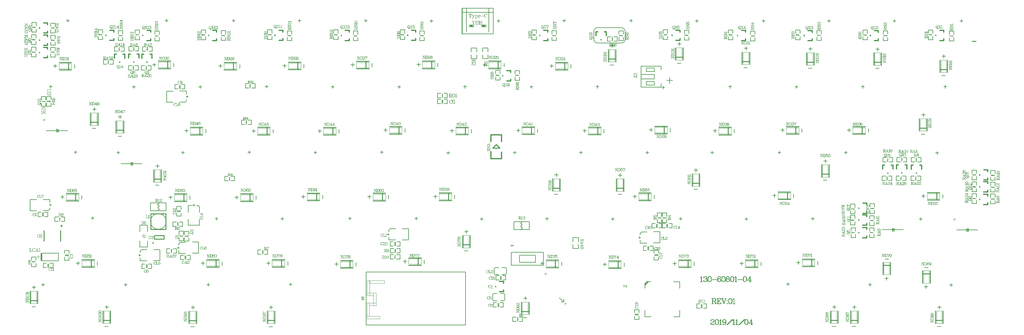
<source format=gbo>
G04 Layer_Color=13813960*
%FSLAX44Y44*%
%MOMM*%
G71*
G01*
G75*
%ADD10C,0.1000*%
%ADD12C,0.3000*%
%ADD16C,0.2500*%
%ADD18C,0.2000*%
%ADD19C,0.2032*%
%ADD50C,0.1270*%
%ADD51C,0.2540*%
%ADD52C,0.0600*%
%ADD82C,0.1524*%
%ADD83C,0.1499*%
%ADD84C,0.0025*%
%ADD85C,0.1016*%
%ADD86C,0.3048*%
%ADD87C,0.0800*%
%ADD88C,0.0750*%
%ADD89C,0.0318*%
%ADD90C,0.0700*%
%ADD91C,0.1500*%
%ADD92R,0.2990X2.3260*%
D10*
X1124799Y2284372D02*
Y2274374D01*
X1125275Y2284372D02*
Y2274374D01*
X1123370Y2284372D02*
X1126703D01*
X1123370Y2274374D02*
X1130512D01*
Y2277231D01*
X1130036Y2274374D01*
X1138605Y2282944D02*
X1139081Y2281515D01*
Y2284372D01*
X1138605Y2282944D01*
X1137653Y2283896D01*
X1136225Y2284372D01*
X1135273D01*
X1133844Y2283896D01*
X1132892Y2282944D01*
X1132416Y2281991D01*
X1131940Y2280563D01*
Y2278183D01*
X1132416Y2276754D01*
X1132892Y2275802D01*
X1133844Y2274850D01*
X1135273Y2274374D01*
X1136225D01*
X1137653Y2274850D01*
X1138605Y2275802D01*
X1139081Y2276754D01*
X1135273Y2284372D02*
X1134320Y2283896D01*
X1133368Y2282944D01*
X1132892Y2281991D01*
X1132416Y2280563D01*
Y2278183D01*
X1132892Y2276754D01*
X1133368Y2275802D01*
X1134320Y2274850D01*
X1135273Y2274374D01*
X1144794Y2284372D02*
X1141462Y2274374D01*
X1144794Y2284372D02*
X1148127Y2274374D01*
X1144794Y2282944D02*
X1147651Y2274374D01*
X1142414Y2277231D02*
X1146699D01*
X1140510Y2274374D02*
X1143366D01*
X1146223D02*
X1149079D01*
X1150365Y2282467D02*
X1151317Y2282944D01*
X1152745Y2284372D01*
Y2274374D01*
X1152269Y2283896D02*
Y2274374D01*
X1150365D02*
X1154649D01*
X2335530Y2709030D02*
X2336006Y2707601D01*
Y2710458D01*
X2335530Y2709030D01*
X2334577Y2709982D01*
X2333149Y2710458D01*
X2332197D01*
X2330769Y2709982D01*
X2329816Y2709030D01*
X2329341Y2708077D01*
X2328864Y2706649D01*
Y2704269D01*
X2329341Y2702841D01*
X2329816Y2701888D01*
X2330769Y2700936D01*
X2332197Y2700460D01*
X2333149D01*
X2334577Y2700936D01*
X2335530Y2701888D01*
X2336006Y2702841D01*
X2332197Y2710458D02*
X2331245Y2709982D01*
X2330293Y2709030D01*
X2329816Y2708077D01*
X2329341Y2706649D01*
Y2704269D01*
X2329816Y2702841D01*
X2330293Y2701888D01*
X2331245Y2700936D01*
X2332197Y2700460D01*
X2340291Y2710458D02*
X2338862Y2709982D01*
X2337910Y2708553D01*
X2337434Y2706173D01*
Y2704745D01*
X2337910Y2702365D01*
X2338862Y2700936D01*
X2340291Y2700460D01*
X2341243D01*
X2342671Y2700936D01*
X2343623Y2702365D01*
X2344099Y2704745D01*
Y2706173D01*
X2343623Y2708553D01*
X2342671Y2709982D01*
X2341243Y2710458D01*
X2340291D01*
X2339338Y2709982D01*
X2338862Y2709506D01*
X2338386Y2708553D01*
X2337910Y2706173D01*
Y2704745D01*
X2338386Y2702365D01*
X2338862Y2701412D01*
X2339338Y2700936D01*
X2340291Y2700460D01*
X2341243D02*
X2342195Y2700936D01*
X2342671Y2701412D01*
X2343147Y2702365D01*
X2343623Y2704745D01*
Y2706173D01*
X2343147Y2708553D01*
X2342671Y2709506D01*
X2342195Y2709982D01*
X2341243Y2710458D01*
X2328789Y2728212D02*
Y2718214D01*
X2329265Y2728212D02*
Y2718214D01*
X2327360Y2728212D02*
X2333073D01*
X2334502Y2727736D01*
X2334978Y2727260D01*
X2335454Y2726308D01*
Y2725356D01*
X2334978Y2724403D01*
X2334502Y2723927D01*
X2333073Y2723451D01*
X2329265D01*
X2333073Y2728212D02*
X2334026Y2727736D01*
X2334502Y2727260D01*
X2334978Y2726308D01*
Y2725356D01*
X2334502Y2724403D01*
X2334026Y2723927D01*
X2333073Y2723451D01*
X2327360Y2718214D02*
X2330693D01*
X2331645Y2723451D02*
X2332597Y2722975D01*
X2333073Y2722499D01*
X2334502Y2719166D01*
X2334978Y2718690D01*
X2335454D01*
X2335930Y2719166D01*
X2332597Y2722975D02*
X2333073Y2722023D01*
X2334026Y2718690D01*
X2334502Y2718214D01*
X2335454D01*
X2335930Y2719166D01*
Y2719642D01*
X2340072Y2728212D02*
X2338644Y2727736D01*
X2337691Y2726308D01*
X2337215Y2723927D01*
Y2722499D01*
X2337691Y2720118D01*
X2338644Y2718690D01*
X2340072Y2718214D01*
X2341024D01*
X2342452Y2718690D01*
X2343405Y2720118D01*
X2343881Y2722499D01*
Y2723927D01*
X2343405Y2726308D01*
X2342452Y2727736D01*
X2341024Y2728212D01*
X2340072D01*
X2339120Y2727736D01*
X2338644Y2727260D01*
X2338168Y2726308D01*
X2337691Y2723927D01*
Y2722499D01*
X2338168Y2720118D01*
X2338644Y2719166D01*
X2339120Y2718690D01*
X2340072Y2718214D01*
X2341024D02*
X2341976Y2718690D01*
X2342452Y2719166D01*
X2342928Y2720118D01*
X2343405Y2722499D01*
Y2723927D01*
X2342928Y2726308D01*
X2342452Y2727260D01*
X2341976Y2727736D01*
X2341024Y2728212D01*
X2345356Y2726308D02*
X2346309Y2726784D01*
X2347737Y2728212D01*
Y2718214D01*
X2347261Y2727736D02*
Y2718214D01*
X2345356D02*
X2349641D01*
X2438051Y2820246D02*
X2428053D01*
X2438051Y2819770D02*
X2428053D01*
X2438051Y2821674D02*
Y2815961D01*
X2437575Y2814533D01*
X2437099Y2814057D01*
X2436147Y2813581D01*
X2435195D01*
X2434242Y2814057D01*
X2433766Y2814533D01*
X2433290Y2815961D01*
Y2819770D01*
X2438051Y2815961D02*
X2437575Y2815009D01*
X2437099Y2814533D01*
X2436147Y2814057D01*
X2435195D01*
X2434242Y2814533D01*
X2433766Y2815009D01*
X2433290Y2815961D01*
X2428053Y2821674D02*
Y2818341D01*
X2433290Y2817389D02*
X2432814Y2816437D01*
X2432338Y2815961D01*
X2429005Y2814533D01*
X2428529Y2814057D01*
Y2813581D01*
X2429005Y2813104D01*
X2432814Y2816437D02*
X2431862Y2815961D01*
X2428529Y2815009D01*
X2428053Y2814533D01*
Y2813581D01*
X2429005Y2813104D01*
X2429482D01*
X2436147Y2811819D02*
X2436623Y2810867D01*
X2438051Y2809438D01*
X2428053D01*
X2437575Y2809915D02*
X2428053D01*
Y2811819D02*
Y2807534D01*
X2396325Y2937608D02*
Y2930467D01*
X2396801Y2929038D01*
X2397753Y2928086D01*
X2399181Y2927610D01*
X2400134D01*
X2401562Y2928086D01*
X2402514Y2929038D01*
X2402990Y2930467D01*
Y2937608D01*
X2396801D02*
Y2930467D01*
X2397277Y2929038D01*
X2398229Y2928086D01*
X2399181Y2927610D01*
X2394897Y2937608D02*
X2398229D01*
X2401562D02*
X2404418D01*
X2411798Y2936180D02*
X2412274Y2937608D01*
Y2934751D01*
X2411798Y2936180D01*
X2410845Y2937132D01*
X2409417Y2937608D01*
X2407989D01*
X2406561Y2937132D01*
X2405609Y2936180D01*
Y2935227D01*
X2406085Y2934275D01*
X2406561Y2933799D01*
X2407513Y2933323D01*
X2410369Y2932371D01*
X2411322Y2931895D01*
X2412274Y2930943D01*
X2405609Y2935227D02*
X2406561Y2934275D01*
X2407513Y2933799D01*
X2410369Y2932847D01*
X2411322Y2932371D01*
X2411798Y2931895D01*
X2412274Y2930943D01*
Y2929038D01*
X2411322Y2928086D01*
X2409893Y2927610D01*
X2408465D01*
X2407037Y2928086D01*
X2406085Y2929038D01*
X2405609Y2930467D01*
Y2927610D01*
X2406085Y2929038D01*
X2415178Y2937608D02*
Y2927610D01*
X2415654Y2937608D02*
Y2927610D01*
X2413750Y2937608D02*
X2419463D01*
X2420891Y2937132D01*
X2421367Y2936656D01*
X2421843Y2935703D01*
Y2934751D01*
X2421367Y2933799D01*
X2420891Y2933323D01*
X2419463Y2932847D01*
Y2937608D02*
X2420415Y2937132D01*
X2420891Y2936656D01*
X2421367Y2935703D01*
Y2934751D01*
X2420891Y2933799D01*
X2420415Y2933323D01*
X2419463Y2932847D01*
X2415654D02*
X2419463D01*
X2420891Y2932371D01*
X2421367Y2931895D01*
X2421843Y2930943D01*
Y2929514D01*
X2421367Y2928562D01*
X2420891Y2928086D01*
X2419463Y2927610D01*
X2413750D01*
X2419463Y2932847D02*
X2420415Y2932371D01*
X2420891Y2931895D01*
X2421367Y2930943D01*
Y2929514D01*
X2420891Y2928562D01*
X2420415Y2928086D01*
X2419463Y2927610D01*
X2388069Y2957928D02*
Y2947930D01*
X2388545Y2957928D02*
Y2947930D01*
X2385213Y2957928D02*
X2384737Y2955071D01*
Y2957928D01*
X2391878D01*
Y2955071D01*
X2391402Y2957928D01*
X2386641Y2947930D02*
X2389973D01*
X2394258Y2954595D02*
X2397115Y2947930D01*
X2394734Y2954595D02*
X2397115Y2948882D01*
X2399971Y2954595D02*
X2397115Y2947930D01*
X2396163Y2946026D01*
X2395211Y2945074D01*
X2394258Y2944597D01*
X2393782D01*
X2393306Y2945074D01*
X2393782Y2945550D01*
X2394258Y2945074D01*
X2393306Y2954595D02*
X2396163D01*
X2398067D02*
X2400924D01*
X2403732D02*
Y2944597D01*
X2404209Y2954595D02*
Y2944597D01*
Y2953167D02*
X2405161Y2954119D01*
X2406113Y2954595D01*
X2407065D01*
X2408493Y2954119D01*
X2409446Y2953167D01*
X2409922Y2951739D01*
Y2950786D01*
X2409446Y2949358D01*
X2408493Y2948406D01*
X2407065Y2947930D01*
X2406113D01*
X2405161Y2948406D01*
X2404209Y2949358D01*
X2407065Y2954595D02*
X2408017Y2954119D01*
X2408970Y2953167D01*
X2409446Y2951739D01*
Y2950786D01*
X2408970Y2949358D01*
X2408017Y2948406D01*
X2407065Y2947930D01*
X2402304Y2954595D02*
X2404209D01*
X2402304Y2944597D02*
X2405637D01*
X2411778Y2951739D02*
X2417491D01*
Y2952691D01*
X2417015Y2953643D01*
X2416539Y2954119D01*
X2415587Y2954595D01*
X2414159D01*
X2412731Y2954119D01*
X2411778Y2953167D01*
X2411302Y2951739D01*
Y2950786D01*
X2411778Y2949358D01*
X2412731Y2948406D01*
X2414159Y2947930D01*
X2415111D01*
X2416539Y2948406D01*
X2417491Y2949358D01*
X2417015Y2951739D02*
Y2953167D01*
X2416539Y2954119D01*
X2414159Y2954595D02*
X2413207Y2954119D01*
X2412254Y2953167D01*
X2411778Y2951739D01*
Y2950786D01*
X2412254Y2949358D01*
X2413207Y2948406D01*
X2414159Y2947930D01*
X2419015Y2952215D02*
X2427585D01*
X2435535Y2956500D02*
X2436011Y2955071D01*
Y2957928D01*
X2435535Y2956500D01*
X2434583Y2957452D01*
X2433155Y2957928D01*
X2432203D01*
X2430774Y2957452D01*
X2429822Y2956500D01*
X2429346Y2955547D01*
X2428870Y2954119D01*
Y2951739D01*
X2429346Y2950310D01*
X2429822Y2949358D01*
X2430774Y2948406D01*
X2432203Y2947930D01*
X2433155D01*
X2434583Y2948406D01*
X2435535Y2949358D01*
X2436011Y2950310D01*
X2432203Y2957928D02*
X2431250Y2957452D01*
X2430298Y2956500D01*
X2429822Y2955547D01*
X2429346Y2954119D01*
Y2951739D01*
X2429822Y2950310D01*
X2430298Y2949358D01*
X2431250Y2948406D01*
X2432203Y2947930D01*
X2403218Y2825618D02*
X2393220D01*
X2403218Y2825142D02*
X2393220D01*
X2403218Y2827046D02*
Y2821333D01*
X2402742Y2819905D01*
X2402266Y2819429D01*
X2401314Y2818953D01*
X2400362D01*
X2399409Y2819429D01*
X2398933Y2819905D01*
X2398457Y2821333D01*
Y2825142D01*
X2403218Y2821333D02*
X2402742Y2820381D01*
X2402266Y2819905D01*
X2401314Y2819429D01*
X2400362D01*
X2399409Y2819905D01*
X2398933Y2820381D01*
X2398457Y2821333D01*
X2393220Y2827046D02*
Y2823713D01*
X2398457Y2822762D02*
X2397981Y2821809D01*
X2397505Y2821333D01*
X2394173Y2819905D01*
X2393696Y2819429D01*
Y2818953D01*
X2394173Y2818477D01*
X2397981Y2821809D02*
X2397029Y2821333D01*
X2393696Y2820381D01*
X2393220Y2819905D01*
Y2818953D01*
X2394173Y2818477D01*
X2394649D01*
X2401314Y2816715D02*
X2400838Y2816239D01*
X2400362Y2816715D01*
X2400838Y2817191D01*
X2401314D01*
X2402266Y2816715D01*
X2402742Y2816239D01*
X2403218Y2814811D01*
Y2812906D01*
X2402742Y2811478D01*
X2402266Y2811002D01*
X2401314Y2810526D01*
X2400362D01*
X2399409Y2811002D01*
X2398457Y2812430D01*
X2397505Y2814811D01*
X2397029Y2815763D01*
X2396077Y2816715D01*
X2394649Y2817191D01*
X2393220D01*
X2403218Y2812906D02*
X2402742Y2811954D01*
X2402266Y2811478D01*
X2401314Y2811002D01*
X2400362D01*
X2399409Y2811478D01*
X2398457Y2812906D01*
X2397505Y2814811D01*
X2394173Y2817191D02*
X2394649Y2816715D01*
Y2815763D01*
X2393696Y2813382D01*
Y2811954D01*
X2394173Y2811002D01*
X2394649Y2810526D01*
X2395601D01*
X2394649Y2815763D02*
X2393220Y2813382D01*
Y2811478D01*
X2393696Y2811002D01*
X2394649Y2810526D01*
X2857362Y2778273D02*
X2865456D01*
X2866884Y2777797D01*
X2867361Y2776844D01*
Y2775892D01*
X2866884Y2774940D01*
X2865932Y2774464D01*
X2864980D01*
X2864504Y2774940D01*
X2864980Y2775416D01*
X2865456Y2774940D01*
X2857362Y2777797D02*
X2865456D01*
X2866884Y2777321D01*
X2867361Y2776844D01*
X2857362Y2776368D02*
Y2779701D01*
X2859267Y2781796D02*
X2859743Y2782272D01*
X2860219Y2781796D01*
X2859743Y2781320D01*
X2859267D01*
X2858315Y2781796D01*
X2857839Y2782272D01*
X2857362Y2783700D01*
Y2785605D01*
X2857839Y2787033D01*
X2858315Y2787509D01*
X2859267Y2787985D01*
X2860219D01*
X2861171Y2787509D01*
X2862123Y2786081D01*
X2863076Y2783700D01*
X2863552Y2782748D01*
X2864504Y2781796D01*
X2865932Y2781320D01*
X2867361D01*
X2857362Y2785605D02*
X2857839Y2786557D01*
X2858315Y2787033D01*
X2859267Y2787509D01*
X2860219D01*
X2861171Y2787033D01*
X2862123Y2785605D01*
X2863076Y2783700D01*
X2866408Y2781320D02*
X2865932Y2781796D01*
Y2782748D01*
X2866884Y2785128D01*
Y2786557D01*
X2866408Y2787509D01*
X2865932Y2787985D01*
X2864980D01*
X2865932Y2782748D02*
X2867361Y2785128D01*
Y2787033D01*
X2866884Y2787509D01*
X2865932Y2787985D01*
X1153000Y2259869D02*
X1144430D01*
X1148715Y2255584D02*
Y2264154D01*
X2665754Y2124935D02*
X2657184D01*
X2661469Y2129220D02*
Y2120650D01*
X2609112Y2210533D02*
X2600542D01*
X2604827Y2214818D02*
Y2206248D01*
X1169186Y2653255D02*
X1160616D01*
X1164901Y2657540D02*
Y2648970D01*
X1184584Y2740694D02*
X1177443D01*
X1176015Y2740218D01*
X1175062Y2739265D01*
X1174586Y2737837D01*
Y2736885D01*
X1175062Y2735457D01*
X1176015Y2734505D01*
X1177443Y2734029D01*
X1184584D01*
Y2740218D02*
X1177443D01*
X1176015Y2739742D01*
X1175062Y2738789D01*
X1174586Y2737837D01*
X1184584Y2742122D02*
Y2738789D01*
Y2735457D02*
Y2732600D01*
X1183156Y2725221D02*
X1184584Y2724745D01*
X1181728D01*
X1183156Y2725221D01*
X1184108Y2726173D01*
X1184584Y2727601D01*
Y2729030D01*
X1184108Y2730458D01*
X1183156Y2731410D01*
X1182204D01*
X1181252Y2730934D01*
X1180776Y2730458D01*
X1180299Y2729506D01*
X1179347Y2726649D01*
X1178871Y2725697D01*
X1177919Y2724745D01*
X1182204Y2731410D02*
X1181252Y2730458D01*
X1180776Y2729506D01*
X1179823Y2726649D01*
X1179347Y2725697D01*
X1178871Y2725221D01*
X1177919Y2724745D01*
X1176015D01*
X1175062Y2725697D01*
X1174586Y2727125D01*
Y2728553D01*
X1175062Y2729982D01*
X1176015Y2730934D01*
X1177443Y2731410D01*
X1174586D01*
X1176015Y2730934D01*
X1168836Y2688624D02*
X1161695D01*
X1160267Y2688148D01*
X1159314Y2687195D01*
X1158838Y2685767D01*
Y2684815D01*
X1159314Y2683387D01*
X1160267Y2682435D01*
X1161695Y2681959D01*
X1168836D01*
Y2688148D02*
X1161695D01*
X1160267Y2687672D01*
X1159314Y2686719D01*
X1158838Y2685767D01*
X1168836Y2690052D02*
Y2686719D01*
Y2683387D02*
Y2680530D01*
Y2677912D02*
X1158838D01*
X1168836Y2677436D02*
X1158838D01*
X1168836Y2671247D02*
X1162647Y2677436D01*
X1164551Y2675055D02*
X1158838Y2671247D01*
X1164551Y2675531D02*
X1158838Y2671723D01*
X1168836Y2679340D02*
Y2676007D01*
Y2673151D02*
Y2670294D01*
X1158838Y2679340D02*
Y2676007D01*
Y2673151D02*
Y2670294D01*
X3782084Y2367251D02*
X3773514D01*
X3777799Y2371536D02*
Y2362966D01*
X1498316Y2473932D02*
Y2509932D01*
X1483316Y2473932D02*
Y2509932D01*
X1498316D02*
X1483316D01*
X1498316Y2473932D02*
X1483316D01*
X3591022Y2243740D02*
X3576022Y2243740D01*
X3591022Y2207740D02*
X3576022Y2207740D01*
X3591022Y2207740D02*
Y2243740D01*
X3576022Y2207740D02*
Y2243740D01*
X3754598Y2789400D02*
X3739598Y2789400D01*
X3754598Y2825400D02*
X3739598Y2825400D01*
Y2789400D02*
Y2825400D01*
X3754598Y2789400D02*
Y2825400D01*
X3564861Y2809974D02*
Y2845974D01*
X3549861Y2809974D02*
Y2845974D01*
X3564861Y2845974D02*
X3549861Y2845974D01*
X3564861Y2809974D02*
X3549861Y2809974D01*
X3371820Y2810482D02*
X3356820Y2810482D01*
X3371820Y2846482D02*
X3356820Y2846482D01*
Y2810482D02*
Y2846482D01*
X3371820Y2810482D02*
Y2846482D01*
X3186908Y2812260D02*
X3171908D01*
X3186908Y2848260D02*
X3171908D01*
Y2812260D02*
Y2848260D01*
X3186908Y2812260D02*
Y2848260D01*
X2995646Y2824706D02*
X2980646D01*
X2995646Y2860706D02*
X2980646D01*
Y2824706D02*
Y2860706D01*
X2995646Y2824706D02*
Y2860706D01*
X2803114Y2819626D02*
X2788114D01*
X2803114Y2855626D02*
X2788114D01*
Y2819626D02*
Y2855626D01*
X2803114Y2819626D02*
Y2855626D01*
X2668860Y2800214D02*
Y2815214D01*
X2632860Y2800214D02*
Y2815214D01*
X2668860Y2800214D02*
X2632860D01*
X2668860Y2815214D02*
X2632860D01*
X2476860Y2803964D02*
Y2818964D01*
X2440860Y2803964D02*
Y2818964D01*
X2476860Y2803964D02*
X2440860D01*
X2476860Y2818964D02*
X2440860D01*
X2286860Y2804214D02*
Y2819214D01*
X2250860Y2804214D02*
Y2819214D01*
X2286860Y2804214D02*
X2250860D01*
X2286860Y2819214D02*
X2250860D01*
X2097860Y2803464D02*
Y2818464D01*
X2061860Y2803464D02*
Y2818464D01*
X2097860Y2803464D02*
X2061860D01*
X2097860Y2818464D02*
X2061860D01*
X1902360Y2801214D02*
Y2816214D01*
X1866360Y2801214D02*
Y2816214D01*
X1902360Y2801214D02*
X1866360D01*
X1902360Y2816214D02*
X1866360D01*
X1718110Y2800214D02*
Y2815214D01*
X1682110Y2800214D02*
Y2815214D01*
X1718110Y2800214D02*
X1682110D01*
X1718110Y2815214D02*
X1682110D01*
X1528610Y2803964D02*
Y2818964D01*
X1492610Y2803964D02*
Y2818964D01*
X1528610Y2803964D02*
X1492610D01*
X1528610Y2818964D02*
X1492610D01*
X1244360Y2800214D02*
Y2815214D01*
X1208360Y2800214D02*
Y2815214D01*
X1244360Y2800214D02*
X1208360D01*
X1244360Y2815214D02*
X1208360D01*
X3695924Y2620998D02*
X3680924Y2620998D01*
X3695924Y2656998D02*
X3680924Y2656998D01*
Y2620998D02*
Y2656998D01*
X3695924Y2620998D02*
Y2656998D01*
X3522360Y2615464D02*
Y2630464D01*
X3486360Y2615464D02*
Y2630464D01*
X3522360Y2615464D02*
X3486360D01*
X3522360Y2630464D02*
X3486360D01*
X3331610Y2615714D02*
Y2630714D01*
X3295610Y2615714D02*
Y2630714D01*
X3331610Y2615714D02*
X3295610D01*
X3331610Y2630714D02*
X3295610D01*
X3137610Y2628714D02*
X3101610D01*
X3137610Y2613714D02*
X3101610D01*
Y2628714D01*
X3137610Y2613714D02*
Y2628714D01*
X2953860Y2616714D02*
Y2631714D01*
X2917860Y2616714D02*
Y2631714D01*
X2953860Y2616714D02*
X2917860D01*
X2953860Y2631714D02*
X2917860D01*
X2763360Y2613964D02*
Y2628964D01*
X2727361Y2613964D02*
Y2628964D01*
X2763360Y2613964D02*
X2727361D01*
X2763360Y2628964D02*
X2727361D01*
X2572860Y2614964D02*
Y2629964D01*
X2536860Y2614964D02*
Y2629964D01*
X2572860Y2614964D02*
X2536860D01*
X2572860Y2629964D02*
X2536860D01*
X2383110Y2614214D02*
Y2629214D01*
X2347110Y2614214D02*
Y2629214D01*
X2383110Y2614214D02*
X2347110D01*
X2383110Y2629214D02*
X2347110D01*
X2192610Y2615714D02*
Y2630714D01*
X2156610Y2615714D02*
Y2630714D01*
X2192610Y2615714D02*
X2156610D01*
X2192610Y2630714D02*
X2156610D01*
X2003110Y2613214D02*
Y2628214D01*
X1967110Y2613214D02*
Y2628214D01*
X2003110Y2613214D02*
X1967110D01*
X2003110Y2628214D02*
X1967110D01*
X1813860Y2613464D02*
Y2628464D01*
X1777860Y2613464D02*
Y2628464D01*
X1813860Y2613464D02*
X1777860D01*
X1813860Y2628464D02*
X1777860D01*
X1620860Y2613714D02*
Y2628714D01*
X1584860Y2613714D02*
Y2628714D01*
X1620860Y2613714D02*
X1584860D01*
X1620860Y2628714D02*
X1584860D01*
X1390366Y2614902D02*
Y2650902D01*
X1375366Y2614902D02*
Y2650902D01*
X1390366D02*
X1375366D01*
X1390366Y2614902D02*
X1375366D01*
X1316706Y2637254D02*
X1301706Y2637254D01*
X1316706Y2673254D02*
X1301706Y2673254D01*
Y2637254D02*
Y2673254D01*
X1316706Y2637254D02*
Y2673254D01*
X1309610Y2247964D02*
X1273610D01*
X1309610Y2232964D02*
X1273610D01*
Y2247964D01*
X1309610Y2232964D02*
Y2247964D01*
X3735860Y2425964D02*
Y2440964D01*
X3699861Y2425964D02*
Y2440964D01*
X3735860Y2425964D02*
X3699861D01*
X3735860Y2440964D02*
X3699861D01*
X3415000Y2488410D02*
X3400000Y2488410D01*
X3415000Y2524410D02*
X3400000Y2524410D01*
Y2488410D02*
Y2524410D01*
X3415000Y2488410D02*
Y2524410D01*
X3307832Y2427493D02*
Y2442493D01*
X3271832Y2427493D02*
Y2442493D01*
X3307832Y2427493D02*
X3271832D01*
X3307832Y2442493D02*
X3271832D01*
X3043611Y2461964D02*
X3028611D01*
X3043611Y2497964D02*
X3028611D01*
Y2461964D02*
Y2497964D01*
X3043611Y2461964D02*
Y2497964D01*
X2907860Y2424714D02*
Y2439714D01*
X2871860Y2424714D02*
Y2439714D01*
X2907860Y2424714D02*
X2871860D01*
X2907860Y2439714D02*
X2871860D01*
X2826111Y2447714D02*
X2811111D01*
X2826111Y2483714D02*
X2811111D01*
Y2447714D02*
Y2483714D01*
X2826111Y2447714D02*
Y2483714D01*
X2643110Y2448214D02*
X2628110D01*
X2643110Y2484214D02*
X2628110D01*
Y2448214D02*
Y2484214D01*
X2643110Y2448214D02*
Y2484214D01*
X2335110Y2424714D02*
Y2439714D01*
X2299110Y2424714D02*
Y2439714D01*
X2335110Y2424714D02*
X2299110D01*
X2335110Y2439714D02*
X2299110D01*
X2145610Y2423964D02*
Y2438964D01*
X2109610Y2423964D02*
Y2438964D01*
X2145610Y2423964D02*
X2109610D01*
X2145610Y2438964D02*
X2109610D01*
X1956360Y2424464D02*
Y2439464D01*
X1920360Y2424464D02*
Y2439464D01*
X1956360Y2424464D02*
X1920360D01*
X1956360Y2439464D02*
X1920360D01*
X1765110Y2422214D02*
Y2437214D01*
X1729110Y2422214D02*
Y2437214D01*
X1765110Y2422214D02*
X1729110D01*
X1765110Y2437214D02*
X1729110D01*
X1575110Y2422214D02*
Y2437214D01*
X1539110Y2422214D02*
Y2437214D01*
X1575110Y2422214D02*
X1539110D01*
X1575110Y2437214D02*
X1539110D01*
X1264860Y2423464D02*
Y2438464D01*
X1228860Y2423464D02*
Y2438464D01*
X1264860Y2423464D02*
X1228860D01*
X1264860Y2438464D02*
X1228860D01*
X3705068Y2219610D02*
X3690068D01*
X3705068Y2183610D02*
X3690068D01*
X3705068D02*
Y2219610D01*
X3690068Y2183610D02*
Y2219610D01*
X3377110Y2234714D02*
Y2249714D01*
X3341111Y2234714D02*
Y2249714D01*
X3377110Y2234714D02*
X3341111D01*
X3377110Y2249714D02*
X3341111D01*
X3214154Y2232118D02*
Y2247118D01*
X3178154Y2232118D02*
Y2247118D01*
X3214154Y2232118D02*
X3178154D01*
X3214154Y2247118D02*
X3178154D01*
X3022130Y2232372D02*
Y2247372D01*
X2986130Y2232372D02*
Y2247372D01*
X3022130Y2232372D02*
X2986130D01*
X3022130Y2247372D02*
X2986130D01*
X2821610Y2229464D02*
Y2244464D01*
X2785610Y2229464D02*
Y2244464D01*
X2821610Y2229464D02*
X2785610D01*
X2821610Y2244464D02*
X2785610D01*
X2641892Y2231864D02*
Y2246864D01*
X2605892Y2231864D02*
Y2246864D01*
X2641892Y2231864D02*
X2605892D01*
X2641892Y2246864D02*
X2605892D01*
X2384610Y2285214D02*
Y2321214D01*
X2369610Y2285214D02*
Y2321214D01*
X2384610D02*
X2369610D01*
X2384610Y2285214D02*
X2369610D01*
X2247860Y2238214D02*
Y2253214D01*
X2211860Y2238214D02*
Y2253214D01*
X2247860Y2238214D02*
X2211860D01*
X2247860Y2253214D02*
X2211860D01*
X2052110Y2230214D02*
Y2245214D01*
X2016110Y2230214D02*
Y2245214D01*
X2052110Y2230214D02*
X2016110D01*
X2052110Y2245214D02*
X2016110D01*
X1856110Y2232964D02*
Y2247964D01*
X1820110Y2232964D02*
Y2247964D01*
X1856110Y2232964D02*
X1820110D01*
X1856110Y2247964D02*
X1820110D01*
X1667860Y2232964D02*
Y2247964D01*
X1631860Y2232964D02*
Y2247964D01*
X1667860Y2232964D02*
X1631860D01*
X1667860Y2247964D02*
X1631860D01*
X3741860Y2067714D02*
X3726860D01*
X3741860Y2103714D02*
X3726860D01*
Y2067714D02*
Y2103714D01*
X3741860Y2067714D02*
Y2103714D01*
X3498110Y2067964D02*
X3483110D01*
X3498110Y2103964D02*
X3483110D01*
Y2067964D02*
Y2103964D01*
X3498110Y2067964D02*
Y2103964D01*
X3440360Y2067964D02*
X3425360D01*
X3440360Y2103964D02*
X3425360D01*
Y2067964D02*
Y2103964D01*
X3440360Y2067964D02*
Y2103964D01*
X2553610Y2093464D02*
Y2129464D01*
X2538610Y2093464D02*
Y2129464D01*
X2553610D02*
X2538610D01*
X2553610Y2093464D02*
X2538610D01*
X1824341Y2067334D02*
X1809341D01*
X1824341Y2103334D02*
X1809341D01*
Y2067334D02*
Y2103334D01*
X1824341Y2067334D02*
Y2103334D01*
X1599610Y2067214D02*
X1584610D01*
X1599610Y2103214D02*
X1584610D01*
Y2067214D02*
Y2103214D01*
X1599610Y2067214D02*
Y2103214D01*
X1352860Y2067964D02*
X1337860D01*
X1352860Y2103964D02*
X1337860D01*
Y2067964D02*
Y2103964D01*
X1352860Y2067964D02*
Y2103964D01*
X1143360Y2124714D02*
X1128360D01*
X1143360Y2160714D02*
X1128360D01*
Y2124714D02*
Y2160714D01*
X1143360Y2124714D02*
Y2160714D01*
D12*
X1214336Y2348146D02*
G03*
X1214336Y2348146I1500J0D01*
G01*
D16*
X1477422Y2299192D02*
G03*
X1477422Y2299192I1250J0D01*
G01*
D18*
X2457410Y2211864D02*
G03*
X2461410Y2207864I4000J0D01*
G01*
X2461410Y2228564D02*
G03*
X2457410Y2224564I0J-4000D01*
G01*
X2492810Y2224564D02*
G03*
X2488810Y2228564I-4000J-0D01*
G01*
X2488810Y2207864D02*
G03*
X2492810Y2211864I0J4000D01*
G01*
X2456660Y2153564D02*
G03*
X2452660Y2149564I0J-4000D01*
G01*
X2452660Y2136864D02*
G03*
X2456660Y2132864I4000J0D01*
G01*
X2484060Y2132864D02*
G03*
X2488060Y2136864I0J4000D01*
G01*
X2488060Y2149564D02*
G03*
X2484060Y2153564I-4000J0D01*
G01*
X2889638Y2169180D02*
Y2182180D01*
Y2087180D02*
Y2105180D01*
X2907639Y2087180D02*
X2889638D01*
X2989638D02*
X2971638D01*
X2989638D02*
Y2105180D01*
Y2169180D02*
Y2187180D01*
X2971638D01*
X2907639D02*
X2894638D01*
X2889638Y2182180D01*
X1574531Y2735966D02*
X1574528Y2727076D01*
X1517632Y2703708D02*
Y2735712D01*
X1535920Y2703708D02*
X1517632D01*
X1535920Y2735712D02*
X1517632D01*
X1574531Y2735966D02*
X1554970D01*
X1578986Y2719972D02*
X1572986D01*
X1575986Y2716972D02*
Y2722972D01*
X2538394Y2341914D02*
X2533543Y2337102D01*
X2538394Y2341914D02*
X2533594Y2346714D01*
X2537994Y2351114D02*
X2533594Y2346714D01*
X2537994Y2351114D02*
X2533494Y2355614D01*
X2538348Y2360426D02*
X2533494Y2355614D01*
X1496178Y2414576D02*
X1491327Y2409764D01*
X1496127Y2404964D02*
X1491327Y2409764D01*
X1496127Y2404964D02*
X1491727Y2400564D01*
X1496227Y2396064D02*
X1491727Y2400564D01*
X1496227Y2396064D02*
X1491373Y2391252D01*
X2488810Y2207864D02*
X2479610D01*
X2470610D02*
X2461410D01*
X2470610Y2228564D02*
X2461410D01*
X2457410Y2211864D02*
Y2224564D01*
X2488810Y2228564D02*
X2479610D01*
X2492810Y2211864D02*
Y2224564D01*
X1183736Y2405222D02*
Y2411222D01*
X1186736Y2408222D02*
X1180736D01*
X1182281Y2424216D02*
X1162720D01*
X1143670Y2423962D02*
X1125382D01*
X1143670Y2391958D02*
X1125382D01*
Y2423962D01*
X1182281Y2424216D02*
X1182278Y2415326D01*
X1552192Y2278102D02*
X1552189Y2269212D01*
X1609088Y2269466D02*
Y2301470D01*
X1590800D01*
X1609088Y2269466D02*
X1590800D01*
X1571750Y2269212D02*
X1552189D01*
X1553734Y2285206D02*
X1547734D01*
X1550734Y2282206D02*
Y2288206D01*
X1439814Y2260956D02*
Y2266956D01*
X1442814Y2263956D02*
X1436815D01*
X1460830Y2247962D02*
X1441269D01*
X1498168Y2248216D02*
X1479880D01*
X1498168Y2280220D02*
X1479880D01*
X1498168Y2248216D02*
Y2280220D01*
X1441272Y2256852D02*
X1441269Y2247962D01*
X2683320Y2294892D02*
X2683320Y2283542D01*
X2699120Y2314242D02*
X2683320Y2314242D01*
X2699120Y2283542D02*
X2683320D01*
X2683320Y2302892D02*
X2683320Y2314242D01*
X2699120Y2283542D02*
X2699120Y2294892D01*
X2699120Y2314242D02*
X2699120Y2302892D01*
X2452660Y2136864D02*
Y2149564D01*
X2465860Y2132864D02*
X2456660D01*
X2488060Y2136864D02*
Y2149564D01*
X2484060Y2132864D02*
X2474860D01*
X2484060Y2153564D02*
X2474860D01*
X2465860D02*
X2456660D01*
X1462620Y2349718D02*
X1462620Y2331718D01*
X1462620Y2349718D02*
X1440620D01*
X1440620Y2331718D01*
X1462620Y2287618D02*
X1440620D01*
X1462620D02*
X1462620Y2305618D01*
X1440620Y2305618D02*
X1440620Y2287618D01*
X2154692Y2316602D02*
X2154689Y2307712D01*
X2211588Y2307966D02*
Y2339970D01*
X2193300D01*
X2211588Y2307966D02*
X2193300D01*
X2174250Y2307712D02*
X2154689D01*
X2156234Y2323706D02*
X2150234D01*
X2153234Y2320706D02*
Y2326706D01*
X2876172Y2307722D02*
X2876169Y2298832D01*
X2933069Y2299086D02*
Y2331090D01*
X2914780D01*
X2933069Y2299086D02*
X2914780D01*
X2895730Y2298832D02*
X2876169D01*
X2877715Y2314826D02*
X2871714D01*
X2874714Y2311826D02*
Y2317826D01*
X1588248Y2406632D02*
X1579358Y2406635D01*
X1611616Y2349736D02*
X1579612D01*
X1611616D02*
Y2368024D01*
X1579612Y2349736D02*
Y2368024D01*
X1579358Y2387074D02*
Y2406635D01*
X1595352Y2405090D02*
Y2411090D01*
X1598353Y2408090D02*
X1592352D01*
X2439716Y2848484D02*
Y2859834D01*
Y2829134D02*
Y2840484D01*
X2423916Y2848484D02*
Y2859834D01*
X2439716Y2829134D02*
X2423916D01*
X2439716Y2859834D02*
X2423916D01*
Y2829134D02*
Y2840484D01*
X2406950Y2848484D02*
Y2859834D01*
Y2829134D02*
Y2840484D01*
X2391150Y2848484D02*
Y2859834D01*
X2406950Y2829134D02*
X2391150D01*
X2406950Y2859834D02*
X2391150D01*
Y2829134D02*
Y2840484D01*
X2657184Y2129728D02*
X2649818Y2129474D01*
X2657184Y2129728D02*
Y2137348D01*
Y2129728D02*
X2643976Y2141412D01*
X2889614Y2175714D02*
Y2176718D01*
X2900152Y2187256D02*
X2889614Y2176718D01*
X2901860Y2187256D02*
X2900152D01*
X2889614Y2178464D02*
Y2179468D01*
X2897402Y2187256D02*
X2889614Y2179468D01*
X2901610Y2187256D02*
X2897402D01*
X1378261Y2563240D02*
Y2554670D01*
X1373976Y2558955D02*
X1382546D01*
X3535826Y2183784D02*
Y2175214D01*
X3540110Y2179499D02*
X3531541D01*
X1162576Y2183034D02*
Y2174464D01*
X1166860Y2178749D02*
X1158291D01*
X1399576Y2183534D02*
Y2174964D01*
X1403860Y2179249D02*
X1395291D01*
X1636826Y2183784D02*
Y2175214D01*
X1641110Y2179499D02*
X1632541D01*
X1873326Y2184034D02*
Y2175464D01*
X1877610Y2179749D02*
X1869041D01*
X3300326Y2184784D02*
Y2176214D01*
X3304610Y2180499D02*
X3296041D01*
X3769076Y2182534D02*
Y2173964D01*
X3773360Y2178249D02*
X3764791D01*
X3681576Y2372284D02*
Y2363714D01*
X3685860Y2367999D02*
X3677291D01*
X3372076Y2373284D02*
Y2364714D01*
X3376360Y2368999D02*
X3367791D01*
X3181076Y2372534D02*
Y2363964D01*
X3185360Y2368249D02*
X3176791D01*
X2992575Y2373034D02*
Y2364464D01*
X2996860Y2368749D02*
X2988291D01*
X2797826Y2372534D02*
Y2363964D01*
X2802110Y2368249D02*
X2793541D01*
X2609076Y2373034D02*
Y2364464D01*
X2613360Y2368749D02*
X2604791D01*
X2421575Y2372284D02*
Y2363714D01*
X2425860Y2367999D02*
X2417291D01*
X2233575Y2374034D02*
Y2365464D01*
X2237860Y2369749D02*
X2229291D01*
X2043076Y2374034D02*
Y2365464D01*
X2047360Y2369749D02*
X2038791D01*
X1849576Y2373284D02*
Y2364714D01*
X1853860Y2368999D02*
X1845291D01*
X1660326Y2373034D02*
Y2364464D01*
X1664610Y2368749D02*
X1656041D01*
X1305076Y2374534D02*
Y2365964D01*
X1309360Y2370249D02*
X1300791D01*
X1255826Y2564284D02*
Y2555714D01*
X1260110Y2559999D02*
X1251541D01*
X1564076Y2563784D02*
Y2555214D01*
X1568360Y2559499D02*
X1559791D01*
X1754326Y2564534D02*
Y2555964D01*
X1758610Y2560249D02*
X1750041D01*
X1944326Y2563534D02*
Y2554964D01*
X1948610Y2559249D02*
X1940041D01*
X2134326Y2564284D02*
Y2555714D01*
X2138610Y2559999D02*
X2130041D01*
X2325576Y2562784D02*
Y2554214D01*
X2329860Y2558499D02*
X2321291D01*
X2516576Y2563534D02*
Y2554964D01*
X2520860Y2559249D02*
X2512291D01*
X2706325Y2563784D02*
Y2555214D01*
X2710610Y2559499D02*
X2702041D01*
X2896826Y2563284D02*
Y2554714D01*
X2901111Y2558999D02*
X2892541D01*
X3082826Y2563534D02*
Y2554964D01*
X3087110Y2559249D02*
X3078541D01*
X3276326Y2563284D02*
Y2554714D01*
X3280610Y2558999D02*
X3272041D01*
X3466576Y2563284D02*
Y2554714D01*
X3470860Y2558999D02*
X3462291D01*
X3728576Y2562284D02*
Y2553714D01*
X3732860Y2557999D02*
X3724291D01*
X3752076Y2752784D02*
Y2744214D01*
X3756360Y2748499D02*
X3747791D01*
X3515576Y2752784D02*
Y2744214D01*
X3519860Y2748499D02*
X3511291D01*
X3324826Y2752534D02*
Y2743964D01*
X3329110Y2748249D02*
X3320541D01*
X3134826Y2752784D02*
Y2744214D01*
X3139110Y2748499D02*
X3130541D01*
X2942076Y2750784D02*
Y2742214D01*
X2946360Y2746499D02*
X2937791D01*
X2753326Y2752784D02*
Y2744214D01*
X2757610Y2748499D02*
X2749041D01*
X2564076Y2752034D02*
Y2743464D01*
X2568360Y2747749D02*
X2559791D01*
X2373076Y2752784D02*
Y2744214D01*
X2377360Y2748499D02*
X2368791D01*
X2184576Y2752284D02*
Y2743714D01*
X2188860Y2747999D02*
X2180291D01*
X1994075Y2752534D02*
Y2743964D01*
X1998360Y2748249D02*
X1989791D01*
X1804075Y2753034D02*
Y2744464D01*
X1808360Y2748749D02*
X1799791D01*
X1613575Y2752034D02*
Y2743464D01*
X1617860Y2747749D02*
X1609291D01*
X1423826Y2752284D02*
Y2743714D01*
X1428110Y2747999D02*
X1419541D01*
X1185076Y2753034D02*
Y2744464D01*
X1189360Y2748749D02*
X1180791D01*
X1234076Y2942784D02*
Y2934214D01*
X1238360Y2938499D02*
X1229791D01*
X1517076Y2942534D02*
Y2933964D01*
X1521360Y2938249D02*
X1512791D01*
X1709825Y2942534D02*
Y2933964D01*
X1714110Y2938249D02*
X1705541D01*
X1898576Y2942784D02*
Y2934214D01*
X1902860Y2938499D02*
X1894291D01*
X2088826Y2942784D02*
Y2934214D01*
X2093110Y2938499D02*
X2084541D01*
X2277325Y2942284D02*
Y2933714D01*
X2281610Y2937999D02*
X2273041D01*
X2470325Y2942284D02*
Y2933714D01*
X2474610Y2937999D02*
X2466041D01*
X2658326Y2942784D02*
Y2934214D01*
X2662610Y2938499D02*
X2654041D01*
X2850076Y2942534D02*
Y2933964D01*
X2854360Y2938249D02*
X2845791D01*
X3039076Y2942284D02*
Y2933714D01*
X3043360Y2937999D02*
X3034791D01*
X3230576Y2942284D02*
Y2933714D01*
X3234861Y2937999D02*
X3226291D01*
X3418326Y2942284D02*
Y2933714D01*
X3422610Y2937999D02*
X3414041D01*
X3605826Y2942284D02*
Y2933714D01*
X3610110Y2937999D02*
X3601541D01*
X3798326Y2942284D02*
Y2933714D01*
X3802610Y2937999D02*
X3794041D01*
X2961291Y2775353D02*
Y2758214D01*
X2969861Y2766784D02*
X2952721D01*
D19*
X1570528Y2703972D02*
X1555060D01*
X1574528Y2707972D02*
X1570528Y2703972D01*
X1574528Y2707972D02*
Y2712090D01*
X2558420Y2360144D02*
X2514300D01*
X2514300Y2337284D02*
Y2360144D01*
X2558420Y2337284D02*
X2514300Y2337284D01*
X2558420Y2337284D02*
X2558420Y2360144D01*
X1515420Y2391534D02*
X1471301D01*
X1515420Y2391534D02*
Y2414394D01*
Y2414394D02*
X1471301D01*
Y2391534D02*
Y2414394D01*
X1182278Y2396222D02*
Y2400340D01*
Y2396222D02*
X1178278Y2392222D01*
X1162811D01*
X1571660Y2301206D02*
X1556192D01*
X1552192Y2297206D01*
Y2293088D02*
Y2297206D01*
X1441272Y2271838D02*
Y2275956D01*
X1445272Y2279956D02*
X1441272Y2275956D01*
X1460740Y2279956D02*
X1445272D01*
X2576030Y2263774D02*
X2530310D01*
X2576030Y2243454D02*
Y2263774D01*
Y2243454D02*
X2530310D01*
Y2263774D01*
X2598610Y2272614D02*
X2506610D01*
X2598610Y2234614D02*
Y2272614D01*
Y2234614D02*
X2506610D01*
Y2272614D01*
X2174160Y2339706D02*
X2158692D01*
X2154692Y2335706D01*
Y2331588D02*
Y2335706D01*
X2895640Y2330826D02*
X2880172D01*
X2876172Y2326826D01*
Y2322708D02*
Y2326826D01*
X1611353Y2387164D02*
Y2402632D01*
X1607352Y2406632D01*
X1603234D01*
X1496324Y2520488D02*
X1486324D01*
X1491324Y2515598D02*
Y2525598D01*
X1495482Y2465008D02*
X1485482D01*
X3588857Y2252664D02*
X3578856Y2252664D01*
X3583014Y2192074D02*
Y2202074D01*
X3588014Y2197184D02*
X3578015D01*
X3751764Y2780476D02*
X3741764D01*
X3747607Y2831066D02*
X3747606Y2841066D01*
X3752606Y2835956D02*
X3742607Y2835956D01*
X3562868Y2856530D02*
X3552868Y2856530D01*
X3557868Y2851640D02*
X3557868Y2861640D01*
X3562026Y2801050D02*
X3552026D01*
X3368986Y2801558D02*
X3358986D01*
X3364828Y2852148D02*
X3364828Y2862148D01*
X3369828Y2857038D02*
X3359828Y2857038D01*
X3184074Y2803336D02*
X3174074D01*
X3179916Y2853926D02*
X3179916Y2863926D01*
X3184916Y2858816D02*
X3174916D01*
X2992812Y2815782D02*
X2982812D01*
X2988654Y2866372D02*
X2988654Y2876372D01*
X2993654Y2871262D02*
X2983654D01*
X2800280Y2810702D02*
X2790280D01*
X2796122Y2861292D02*
X2796122Y2871292D01*
X2801122Y2866182D02*
X2791122D01*
X2677784Y2802380D02*
Y2812380D01*
X2627195Y2808222D02*
X2617195D01*
X2622304Y2803222D02*
Y2813222D01*
X2485784Y2806130D02*
Y2816130D01*
X2435194Y2811972D02*
X2425194D01*
X2430304Y2806972D02*
Y2816972D01*
X2295784Y2806380D02*
Y2816380D01*
X2245194Y2812222D02*
X2235194D01*
X2240304Y2807222D02*
Y2817222D01*
X2106784Y2805630D02*
Y2815630D01*
X2056194Y2811472D02*
X2046194D01*
X2051304Y2806472D02*
Y2816472D01*
X1911284Y2803380D02*
Y2813380D01*
X1860694Y2809222D02*
X1850694D01*
X1855804Y2804222D02*
Y2814222D01*
X1727034Y2802380D02*
Y2812380D01*
X1676444Y2808222D02*
X1666444D01*
X1671554Y2803222D02*
Y2813222D01*
X1537534Y2806130D02*
Y2816130D01*
X1486944Y2811972D02*
X1476944D01*
X1482054Y2806972D02*
Y2816972D01*
X1253284Y2802380D02*
Y2812380D01*
X1202694Y2808222D02*
X1192694D01*
X1197804Y2803222D02*
Y2813222D01*
X3693090Y2612074D02*
X3683090D01*
X3688932Y2662664D02*
X3688932Y2672664D01*
X3693932Y2667554D02*
X3683932Y2667554D01*
X3531284Y2617630D02*
Y2627630D01*
X3480694Y2623472D02*
X3470694D01*
X3475804Y2618472D02*
Y2628472D01*
X3340534Y2617880D02*
Y2627880D01*
X3289944Y2623722D02*
X3279944D01*
X3285054Y2618722D02*
Y2628722D01*
X3091054Y2616722D02*
Y2626722D01*
X3095945Y2621722D02*
X3085944D01*
X3146534Y2615880D02*
Y2625880D01*
X2962784Y2618880D02*
Y2628880D01*
X2912195Y2624722D02*
X2902194D01*
X2907304Y2619722D02*
Y2629722D01*
X2772284Y2616130D02*
Y2626130D01*
X2721694Y2621972D02*
X2711694D01*
X2716804Y2616972D02*
Y2626972D01*
X2581784Y2617130D02*
Y2627130D01*
X2531194Y2622972D02*
X2521194D01*
X2526304Y2617972D02*
Y2627972D01*
X2392034Y2616380D02*
Y2626380D01*
X2341444Y2622222D02*
X2331444D01*
X2336554Y2617222D02*
Y2627222D01*
X2201534Y2617880D02*
Y2627880D01*
X2150944Y2623722D02*
X2140944D01*
X2146054Y2618722D02*
Y2628722D01*
X2012034Y2615380D02*
Y2625380D01*
X1961444Y2621222D02*
X1951444D01*
X1956554Y2616222D02*
Y2626222D01*
X1822784Y2615630D02*
Y2625630D01*
X1772194Y2621472D02*
X1762194D01*
X1767304Y2616472D02*
Y2626472D01*
X1629784Y2615880D02*
Y2625880D01*
X1579194Y2621722D02*
X1569194D01*
X1574304Y2616722D02*
Y2626722D01*
X1388374Y2661458D02*
X1378374D01*
X1383374Y2656568D02*
X1383374Y2666568D01*
X1387532Y2605978D02*
X1377532D01*
X1313872Y2628330D02*
X1303872D01*
X1309714Y2678920D02*
X1309714Y2688920D01*
X1314714Y2683810D02*
X1304714Y2683810D01*
X1263054Y2235972D02*
Y2245972D01*
X1267944Y2240972D02*
X1257944D01*
X1318534Y2235130D02*
Y2245130D01*
X3744785Y2428130D02*
Y2438130D01*
X3694194Y2433972D02*
X3684194D01*
X3689305Y2428972D02*
Y2438972D01*
X3412166Y2479486D02*
X3402166D01*
X3408008Y2530076D02*
X3408008Y2540076D01*
X3413008Y2534966D02*
X3403008Y2534966D01*
X3316756Y2429659D02*
Y2439659D01*
X3266166Y2435501D02*
X3256166D01*
X3261276Y2430501D02*
Y2440501D01*
X3040776Y2453040D02*
X3030776D01*
X3036618Y2503630D02*
Y2513630D01*
X3041618Y2508520D02*
X3031618D01*
X2916784Y2426880D02*
Y2436880D01*
X2866194Y2432722D02*
X2856194D01*
X2861304Y2427722D02*
Y2437722D01*
X2823276Y2438790D02*
X2813276D01*
X2819118Y2489380D02*
Y2499380D01*
X2824118Y2494270D02*
X2814118D01*
X2640276Y2439290D02*
X2630276D01*
X2636118Y2489880D02*
Y2499880D01*
X2641118Y2494770D02*
X2631118D01*
X2344034Y2426880D02*
Y2436880D01*
X2293444Y2432722D02*
X2283444D01*
X2288554Y2427722D02*
Y2437722D01*
X2154534Y2426130D02*
Y2436130D01*
X2103944Y2431972D02*
X2093944D01*
X2099054Y2426972D02*
Y2436972D01*
X1965284Y2426630D02*
Y2436630D01*
X1914694Y2432472D02*
X1904694D01*
X1909804Y2427472D02*
Y2437472D01*
X1774034Y2424380D02*
Y2434380D01*
X1723444Y2430222D02*
X1713444D01*
X1718554Y2425222D02*
Y2435222D01*
X1584034Y2424380D02*
Y2434380D01*
X1533444Y2430222D02*
X1523444D01*
X1528554Y2425222D02*
Y2435222D01*
X1273784Y2425630D02*
Y2435630D01*
X1223194Y2431472D02*
X1213194D01*
X1218304Y2426472D02*
Y2436472D01*
X3702903Y2228534D02*
X3692903D01*
X3697060Y2167944D02*
X3697060Y2177944D01*
X3702060Y2173054D02*
X3692061Y2173054D01*
X3386035Y2236880D02*
Y2246880D01*
X3335444Y2242722D02*
X3325444D01*
X3330554Y2237722D02*
Y2247722D01*
X3223078Y2234284D02*
Y2244284D01*
X3172488Y2240126D02*
X3162488D01*
X3167598Y2235126D02*
Y2245126D01*
X3031054Y2234538D02*
Y2244538D01*
X2980464Y2240380D02*
X2970464D01*
X2975574Y2235380D02*
Y2245380D01*
X2830534Y2231630D02*
Y2241630D01*
X2779944Y2237472D02*
X2769944D01*
X2775054Y2232472D02*
Y2242472D01*
X2650816Y2234030D02*
Y2244030D01*
X2600226Y2239872D02*
X2590226D01*
X2595336Y2234872D02*
Y2244872D01*
X2382618Y2331770D02*
X2372618D01*
X2377618Y2326880D02*
Y2336880D01*
X2381776Y2276290D02*
X2371776D01*
X2256784Y2240380D02*
Y2250380D01*
X2206194Y2246222D02*
X2196194D01*
X2201304Y2241222D02*
Y2251222D01*
X2061034Y2232380D02*
Y2242380D01*
X2010444Y2238222D02*
X2000444D01*
X2005554Y2233222D02*
Y2243222D01*
X1865034Y2235130D02*
Y2245130D01*
X1814444Y2240972D02*
X1804444D01*
X1809554Y2235972D02*
Y2245972D01*
X1676784Y2235130D02*
Y2245130D01*
X1626194Y2240972D02*
X1616194D01*
X1621304Y2235972D02*
Y2245972D01*
X3739026Y2058790D02*
X3729026D01*
X3734868Y2109380D02*
Y2119380D01*
X3739868Y2114270D02*
X3729868D01*
X3495276Y2059040D02*
X3485276D01*
X3491118Y2109630D02*
Y2119630D01*
X3496118Y2114520D02*
X3486118D01*
X3437526Y2059040D02*
X3427526D01*
X3433368Y2109630D02*
Y2119630D01*
X3438368Y2114520D02*
X3428369D01*
X2551618Y2140020D02*
X2541618D01*
X2546618Y2135130D02*
Y2145130D01*
X2550776Y2084540D02*
X2540776D01*
X1821506Y2058410D02*
X1811506D01*
X1817348Y2109000D02*
Y2119000D01*
X1822348Y2113890D02*
X1812348D01*
X1596776Y2058290D02*
X1586776D01*
X1592618Y2108880D02*
Y2118880D01*
X1597618Y2113770D02*
X1587618D01*
X1350026Y2059040D02*
X1340026D01*
X1345868Y2109630D02*
Y2119630D01*
X1350868Y2114520D02*
X1340868D01*
X1140526Y2115790D02*
X1130526D01*
X1136368Y2166380D02*
Y2176380D01*
X1141368Y2171270D02*
X1131368D01*
D50*
X1471132Y2360912D02*
G03*
X1471132Y2360912I22500J0D01*
G01*
X2833128Y2907933D02*
G03*
X2823028Y2918033I-10100J-0D01*
G01*
X2753597Y2918033D02*
G03*
X2743497Y2907933I-0J-10100D01*
G01*
X2743497Y2884400D02*
G03*
X2753597Y2874300I10100J0D01*
G01*
X2823028Y2874300D02*
G03*
X2833128Y2884400I0J10100D01*
G01*
X1232645Y2622037D02*
X1172345D01*
X1206245D02*
X1201545Y2617337D01*
Y2626737D01*
X1206345Y2622037D02*
X1201545Y2626737D01*
X1206345Y2616937D02*
Y2626937D01*
Y2622037D02*
X1206245D01*
X1446344Y2527037D02*
X1386044D01*
X1419944D02*
X1415244Y2522337D01*
Y2531737D01*
X1420044Y2527037D02*
X1415244Y2531737D01*
X1420044Y2521937D02*
Y2531937D01*
Y2527037D02*
X1419944D01*
X3818821Y2336367D02*
X3818722D01*
X3818821Y2331267D02*
Y2341267D01*
Y2336367D02*
X3814022Y2341067D01*
Y2331667D02*
Y2341067D01*
X3818722Y2336367D02*
X3814022Y2331667D01*
X3845121Y2336367D02*
X3784821D01*
X3631344Y2337037D02*
X3571044D01*
X3604944D02*
X3600244Y2332337D01*
Y2341737D01*
X3605044Y2337037D02*
X3600244Y2341737D01*
X3605044Y2331937D02*
Y2341937D01*
Y2337037D02*
X3604944D01*
X2089787Y2063527D02*
Y2215927D01*
X1207110Y2247714D02*
X1159110D01*
Y2269714D01*
X1207110D02*
X1159110D01*
X1207110Y2247714D02*
Y2269714D01*
X2377878Y2907095D02*
Y2974025D01*
X2374138Y2900551D02*
X2365070D01*
X2454516D02*
X2445387D01*
X2389178Y2921471D02*
Y2925888D01*
X2390181Y2921064D02*
Y2925742D01*
X2391136Y2921507D02*
Y2925770D01*
X2392995Y2921785D02*
Y2925682D01*
X2393898Y2921064D02*
Y2925742D01*
X2394902Y2921342D02*
Y2925617D01*
X2398116Y2921064D02*
X2385963D01*
Y2926013D01*
X2398116D02*
X2385963D01*
X2398116Y2921041D02*
Y2926013D01*
X2424635Y2921233D02*
Y2925770D01*
X2425688Y2921621D02*
Y2925942D01*
X2426593Y2921620D02*
Y2925770D01*
X2428452Y2922013D02*
Y2925617D01*
X2429355Y2921700D02*
Y2925583D01*
X2430410Y2921543D02*
Y2925354D01*
X2433624Y2921041D02*
X2421470D01*
Y2926013D01*
X2433624D02*
X2421470D01*
X2433624Y2921041D02*
Y2926013D01*
X2441709Y2907095D02*
Y2974025D01*
X2365070Y2900551D02*
Y2974025D01*
X2454516D02*
X2365070D01*
X2454516Y2900551D02*
Y2974025D01*
X2936610Y2747464D02*
X2878610D01*
Y2807464D01*
X2936610D02*
X2878610D01*
X2916610Y2770964D02*
X2878610D01*
X2916610Y2783964D02*
X2878610D01*
X2916610Y2770964D02*
Y2783964D01*
X2936610Y2797464D02*
Y2807464D01*
Y2747464D02*
Y2757464D01*
X2916610Y2752964D02*
X2894110D01*
X2916610Y2801964D02*
X2894110D01*
X2916610Y2763064D02*
X2894110D01*
X2916610Y2791864D02*
X2894110D01*
Y2752964D02*
Y2763064D01*
Y2791864D02*
Y2801964D01*
X2916610Y2791864D02*
Y2801964D01*
Y2752964D02*
Y2763064D01*
X2833128Y2884400D02*
Y2907933D01*
X2823028Y2918033D02*
X2753597Y2918033D01*
X2743497Y2884400D02*
X2743497Y2907933D01*
X2823028Y2874300D02*
X2753597Y2874300D01*
D51*
X1501566Y2473932D02*
Y2509932D01*
X1480066Y2473932D02*
Y2509932D01*
X1501566Y2482886D02*
X1480066Y2482886D01*
X3594272Y2234786D02*
X3572773Y2234786D01*
X3594272Y2207740D02*
Y2243740D01*
X3572772Y2207740D02*
Y2243740D01*
X1515222Y2338412D02*
X1471788D01*
X1515222D02*
Y2383412D01*
X1471788Y2338412D02*
Y2383412D01*
X1515222D02*
X1471788D01*
X3757849Y2798354D02*
X3736348D01*
Y2789400D02*
Y2825400D01*
X3757849Y2789400D02*
Y2825400D01*
X3568110Y2809974D02*
Y2845974D01*
X3546610Y2809974D02*
Y2845974D01*
X3568110Y2818928D02*
X3546610D01*
X3375070Y2819436D02*
X3353570D01*
Y2810482D02*
Y2846482D01*
X3375070Y2810482D02*
Y2846482D01*
X3190158Y2821214D02*
X3168658D01*
Y2812260D02*
Y2848260D01*
X3190158Y2812260D02*
Y2848260D01*
X2998896Y2833660D02*
X2977396D01*
Y2824706D02*
Y2860706D01*
X2998896Y2824706D02*
Y2860706D01*
X2806364Y2828580D02*
X2784864D01*
Y2819626D02*
Y2855626D01*
X2806364Y2819626D02*
Y2855626D01*
X2659906Y2796964D02*
Y2818464D01*
X2668860Y2796964D02*
X2632860D01*
X2668860Y2818464D02*
X2632860D01*
X2467906Y2800714D02*
Y2822214D01*
X2476860Y2800714D02*
X2440860D01*
X2476860Y2822214D02*
X2440860D01*
X2277906Y2800964D02*
Y2822464D01*
X2286860Y2800964D02*
X2250860D01*
X2286860Y2822464D02*
X2250860D01*
X2088906Y2800214D02*
Y2821714D01*
X2097860Y2800214D02*
X2061860D01*
X2097860Y2821714D02*
X2061860D01*
X1893406Y2797964D02*
Y2819464D01*
X1902360Y2797964D02*
X1866360D01*
X1902360Y2819464D02*
X1866360D01*
X1709156Y2796964D02*
Y2818464D01*
X1718110Y2796964D02*
X1682110D01*
X1718110Y2818464D02*
X1682110D01*
X1519656Y2800714D02*
Y2822214D01*
X1528610Y2800714D02*
X1492610D01*
X1528610Y2822214D02*
X1492610D01*
X1235406Y2796964D02*
Y2818464D01*
X1244360Y2796964D02*
X1208360D01*
X1244360Y2818464D02*
X1208360D01*
X3699174Y2629952D02*
X3677674D01*
Y2620998D02*
Y2656998D01*
X3699174Y2620998D02*
Y2656998D01*
X3513406Y2612214D02*
Y2633714D01*
X3522360Y2612214D02*
X3486360D01*
X3522360Y2633714D02*
X3486360D01*
X3322656Y2612464D02*
Y2633964D01*
X3331610Y2612464D02*
X3295610D01*
X3331610Y2633964D02*
X3295610D01*
X3137610Y2631964D02*
X3101610D01*
X3137610Y2610464D02*
X3101610D01*
X3128656D02*
Y2631964D01*
X2944906Y2613464D02*
Y2634964D01*
X2953860Y2613464D02*
X2917860D01*
X2953860Y2634964D02*
X2917860D01*
X2754406Y2610714D02*
Y2632214D01*
X2763360Y2610714D02*
X2727361D01*
X2763360Y2632214D02*
X2727361D01*
X2563906Y2611714D02*
Y2633214D01*
X2572860Y2611714D02*
X2536860D01*
X2572860Y2633214D02*
X2536860D01*
X2374156Y2610964D02*
Y2632464D01*
X2383110Y2610964D02*
X2347110D01*
X2383110Y2632464D02*
X2347110D01*
X2183656Y2612464D02*
Y2633964D01*
X2192610Y2612464D02*
X2156610D01*
X2192610Y2633964D02*
X2156610D01*
X1994156Y2609964D02*
Y2631464D01*
X2003110Y2609964D02*
X1967110D01*
X2003110Y2631464D02*
X1967110D01*
X1804906Y2610214D02*
Y2631714D01*
X1813860Y2610214D02*
X1777860D01*
X1813860Y2631714D02*
X1777860D01*
X1611906Y2610464D02*
Y2631964D01*
X1620860Y2610464D02*
X1584860D01*
X1620860Y2631964D02*
X1584860D01*
X1393616Y2614902D02*
Y2650902D01*
X1372116Y2614902D02*
Y2650902D01*
X1393616Y2623856D02*
X1372116D01*
X1319956Y2646208D02*
X1298456D01*
X1298456Y2637254D02*
Y2673254D01*
X1319956Y2637254D02*
Y2673254D01*
X1309610Y2251214D02*
X1273610D01*
X1309610Y2229714D02*
X1273610D01*
X1300656D02*
Y2251214D01*
X3726906Y2422714D02*
Y2444214D01*
X3735860Y2422714D02*
X3699861D01*
X3735860Y2444214D02*
X3699861D01*
X3418250Y2497364D02*
X3396750D01*
X3396750Y2488410D02*
Y2524410D01*
X3418250Y2488410D02*
Y2524410D01*
X3298878Y2424243D02*
Y2445743D01*
X3307832Y2424243D02*
X3271832D01*
X3307832Y2445743D02*
X3271832D01*
X3046860Y2470918D02*
X3025360D01*
Y2461964D02*
Y2497964D01*
X3046860Y2461964D02*
Y2497964D01*
X2898906Y2421464D02*
Y2442964D01*
X2907860Y2421464D02*
X2871860D01*
X2907860Y2442964D02*
X2871860D01*
X2829360Y2456668D02*
X2807860D01*
Y2447714D02*
Y2483714D01*
X2829360Y2447714D02*
Y2483714D01*
X2646360Y2457168D02*
X2624860D01*
Y2448214D02*
Y2484214D01*
X2646360Y2448214D02*
Y2484214D01*
X2326156Y2421464D02*
Y2442964D01*
X2335110Y2421464D02*
X2299110D01*
X2335110Y2442964D02*
X2299110D01*
X2136656Y2420714D02*
Y2442214D01*
X2145610Y2420714D02*
X2109610D01*
X2145610Y2442214D02*
X2109610D01*
X1947406Y2421214D02*
Y2442714D01*
X1956360Y2421214D02*
X1920360D01*
X1956360Y2442714D02*
X1920360D01*
X1756156Y2418964D02*
Y2440464D01*
X1765110Y2418964D02*
X1729110D01*
X1765110Y2440464D02*
X1729110D01*
X1566156Y2418964D02*
Y2440464D01*
X1575110Y2418964D02*
X1539110D01*
X1575110Y2440464D02*
X1539110D01*
X1255906Y2420214D02*
Y2441714D01*
X1264860Y2420214D02*
X1228860D01*
X1264860Y2441714D02*
X1228860D01*
X3708318Y2210656D02*
X3686819D01*
X3708318Y2183610D02*
Y2219610D01*
X3686818Y2183610D02*
Y2219610D01*
X3368156Y2231464D02*
Y2252964D01*
X3377110Y2231464D02*
X3341111D01*
X3377110Y2252964D02*
X3341111D01*
X3205200Y2228868D02*
Y2250368D01*
X3214154Y2228868D02*
X3178154D01*
X3214154Y2250368D02*
X3178154D01*
X3013176Y2229122D02*
Y2250622D01*
X3022130Y2229122D02*
X2986130D01*
X3022130Y2250622D02*
X2986130D01*
X2812656Y2226214D02*
Y2247714D01*
X2821610Y2226214D02*
X2785610D01*
X2821610Y2247714D02*
X2785610D01*
X2632938Y2228614D02*
Y2250114D01*
X2641892Y2228614D02*
X2605892D01*
X2641892Y2250114D02*
X2605892D01*
X2387860Y2285214D02*
Y2321214D01*
X2366360Y2285214D02*
Y2321214D01*
X2387860Y2294168D02*
X2366360D01*
X2238906Y2234964D02*
Y2256464D01*
X2247860Y2234964D02*
X2211860D01*
X2247860Y2256464D02*
X2211860D01*
X2043156Y2226964D02*
Y2248464D01*
X2052110Y2226964D02*
X2016110D01*
X2052110Y2248464D02*
X2016110D01*
X1847156Y2229714D02*
Y2251214D01*
X1856110Y2229714D02*
X1820110D01*
X1856110Y2251214D02*
X1820110D01*
X1658906Y2229714D02*
Y2251214D01*
X1667860Y2229714D02*
X1631860D01*
X1667860Y2251214D02*
X1631860D01*
X3745110Y2076668D02*
X3723610D01*
Y2067714D02*
Y2103714D01*
X3745110Y2067714D02*
Y2103714D01*
X3501360Y2076918D02*
X3479860D01*
Y2067964D02*
Y2103964D01*
X3501360Y2067964D02*
Y2103964D01*
X3443611Y2076918D02*
X3422110D01*
Y2067964D02*
Y2103964D01*
X3443611Y2067964D02*
Y2103964D01*
X2556860Y2093464D02*
Y2129464D01*
X2535360Y2093464D02*
Y2129464D01*
X2556860Y2102418D02*
X2535360D01*
X1827590Y2076288D02*
X1806090D01*
Y2067334D02*
Y2103334D01*
X1827590Y2067334D02*
Y2103334D01*
X1602860Y2076168D02*
X1581360D01*
Y2067214D02*
Y2103214D01*
X1602860Y2067214D02*
Y2103214D01*
X1356110Y2076918D02*
X1334610D01*
Y2067964D02*
Y2103964D01*
X1356110Y2067964D02*
Y2103964D01*
X1146610Y2133668D02*
X1125110D01*
Y2124714D02*
Y2160714D01*
X1146610Y2124714D02*
Y2160714D01*
X1164836Y2304146D02*
Y2335146D01*
X1212836Y2304146D02*
Y2335146D01*
X1510172Y2320192D02*
X1482172D01*
X1510172Y2310192D02*
X1482172D01*
X1510172D02*
Y2320192D01*
X1482172Y2310192D02*
Y2320192D01*
X2453208Y2571744D02*
X2452700D01*
X2473020D02*
X2452700D01*
X2473020D02*
X2462860Y2581904D01*
X2463368D02*
X2462860D01*
X2463368D02*
X2453208Y2571744D01*
X3840070Y2879114D02*
X3829083D01*
D52*
X1751477Y2765623D02*
Y2759624D01*
X1751763Y2765623D02*
Y2759624D01*
X1750620Y2765623D02*
X1754048D01*
X1754905Y2765337D01*
X1755191Y2765051D01*
X1755477Y2764480D01*
Y2763909D01*
X1755191Y2763337D01*
X1754905Y2763052D01*
X1754048Y2762766D01*
X1751763D01*
X1754048Y2765623D02*
X1754619Y2765337D01*
X1754905Y2765051D01*
X1755191Y2764480D01*
Y2763909D01*
X1754905Y2763337D01*
X1754619Y2763052D01*
X1754048Y2762766D01*
X1750620Y2759624D02*
X1752620D01*
X1753191Y2762766D02*
X1753763Y2762480D01*
X1754048Y2762195D01*
X1754905Y2760195D01*
X1755191Y2759910D01*
X1755477D01*
X1755762Y2760195D01*
X1753763Y2762480D02*
X1754048Y2761909D01*
X1754619Y2759910D01*
X1754905Y2759624D01*
X1755477D01*
X1755762Y2760195D01*
Y2760481D01*
X1756819Y2764480D02*
X1757105Y2764195D01*
X1756819Y2763909D01*
X1756533Y2764195D01*
Y2764480D01*
X1756819Y2765051D01*
X1757105Y2765337D01*
X1757962Y2765623D01*
X1759104D01*
X1759961Y2765337D01*
X1760247Y2765051D01*
X1760533Y2764480D01*
Y2763909D01*
X1760247Y2763337D01*
X1759390Y2762766D01*
X1757962Y2762195D01*
X1757390Y2761909D01*
X1756819Y2761338D01*
X1756533Y2760481D01*
Y2759624D01*
X1759104Y2765623D02*
X1759676Y2765337D01*
X1759961Y2765051D01*
X1760247Y2764480D01*
Y2763909D01*
X1759961Y2763337D01*
X1759104Y2762766D01*
X1757962Y2762195D01*
X1756533Y2760195D02*
X1756819Y2760481D01*
X1757390D01*
X1758819Y2759910D01*
X1759676D01*
X1760247Y2760195D01*
X1760533Y2760481D01*
Y2761052D01*
X1757390Y2760481D02*
X1758819Y2759624D01*
X1759961D01*
X1760247Y2759910D01*
X1760533Y2760481D01*
X1763132Y2765623D02*
X1762275Y2765337D01*
X1761704Y2764480D01*
X1761418Y2763052D01*
Y2762195D01*
X1761704Y2760767D01*
X1762275Y2759910D01*
X1763132Y2759624D01*
X1763703D01*
X1764560Y2759910D01*
X1765132Y2760767D01*
X1765417Y2762195D01*
Y2763052D01*
X1765132Y2764480D01*
X1764560Y2765337D01*
X1763703Y2765623D01*
X1763132D01*
X1762561Y2765337D01*
X1762275Y2765051D01*
X1761989Y2764480D01*
X1761704Y2763052D01*
Y2762195D01*
X1761989Y2760767D01*
X1762275Y2760195D01*
X1762561Y2759910D01*
X1763132Y2759624D01*
X1763703D02*
X1764275Y2759910D01*
X1764560Y2760195D01*
X1764846Y2760767D01*
X1765132Y2762195D01*
Y2763052D01*
X1764846Y2764480D01*
X1764560Y2765051D01*
X1764275Y2765337D01*
X1763703Y2765623D01*
X1737727Y2660623D02*
Y2654624D01*
X1738013Y2660623D02*
Y2654624D01*
X1736870Y2660623D02*
X1740298D01*
X1741155Y2660337D01*
X1741441Y2660051D01*
X1741727Y2659480D01*
Y2658909D01*
X1741441Y2658337D01*
X1741155Y2658052D01*
X1740298Y2657766D01*
X1738013D01*
X1740298Y2660623D02*
X1740869Y2660337D01*
X1741155Y2660051D01*
X1741441Y2659480D01*
Y2658909D01*
X1741155Y2658337D01*
X1740869Y2658052D01*
X1740298Y2657766D01*
X1736870Y2654624D02*
X1738870D01*
X1739441Y2657766D02*
X1740013Y2657480D01*
X1740298Y2657195D01*
X1741155Y2655195D01*
X1741441Y2654910D01*
X1741727D01*
X1742012Y2655195D01*
X1740013Y2657480D02*
X1740298Y2656909D01*
X1740869Y2654910D01*
X1741155Y2654624D01*
X1741727D01*
X1742012Y2655195D01*
Y2655481D01*
X1742783Y2659480D02*
X1743355Y2659766D01*
X1744212Y2660623D01*
Y2654624D01*
X1743926Y2660337D02*
Y2654624D01*
X1742783D02*
X1745354D01*
X1750096Y2658623D02*
X1749810Y2657766D01*
X1749239Y2657195D01*
X1748382Y2656909D01*
X1748096D01*
X1747240Y2657195D01*
X1746668Y2657766D01*
X1746383Y2658623D01*
Y2658909D01*
X1746668Y2659766D01*
X1747240Y2660337D01*
X1748096Y2660623D01*
X1748668D01*
X1749525Y2660337D01*
X1750096Y2659766D01*
X1750382Y2658909D01*
Y2657195D01*
X1750096Y2656052D01*
X1749810Y2655481D01*
X1749239Y2654910D01*
X1748382Y2654624D01*
X1747525D01*
X1746954Y2654910D01*
X1746668Y2655481D01*
Y2655767D01*
X1746954Y2656052D01*
X1747240Y2655767D01*
X1746954Y2655481D01*
X1748096Y2656909D02*
X1747525Y2657195D01*
X1746954Y2657766D01*
X1746668Y2658623D01*
Y2658909D01*
X1746954Y2659766D01*
X1747525Y2660337D01*
X1748096Y2660623D01*
X1748668D02*
X1749239Y2660337D01*
X1749810Y2659766D01*
X1750096Y2658909D01*
Y2657195D01*
X1749810Y2656052D01*
X1749525Y2655481D01*
X1748954Y2654910D01*
X1748382Y2654624D01*
X1693227Y2498873D02*
Y2492874D01*
X1693513Y2498873D02*
Y2492874D01*
X1692370Y2498873D02*
X1695798D01*
X1696655Y2498587D01*
X1696941Y2498301D01*
X1697227Y2497730D01*
Y2497159D01*
X1696941Y2496588D01*
X1696655Y2496302D01*
X1695798Y2496016D01*
X1693513D01*
X1695798Y2498873D02*
X1696369Y2498587D01*
X1696655Y2498301D01*
X1696941Y2497730D01*
Y2497159D01*
X1696655Y2496588D01*
X1696369Y2496302D01*
X1695798Y2496016D01*
X1692370Y2492874D02*
X1694370D01*
X1694941Y2496016D02*
X1695513Y2495731D01*
X1695798Y2495445D01*
X1696655Y2493445D01*
X1696941Y2493160D01*
X1697227D01*
X1697512Y2493445D01*
X1695513Y2495731D02*
X1695798Y2495159D01*
X1696369Y2493160D01*
X1696655Y2492874D01*
X1697227D01*
X1697512Y2493445D01*
Y2493731D01*
X1698283Y2497730D02*
X1698855Y2498016D01*
X1699712Y2498873D01*
Y2492874D01*
X1699426Y2498587D02*
Y2492874D01*
X1698283D02*
X1700854D01*
X1703311Y2498873D02*
X1702454Y2498587D01*
X1702168Y2498016D01*
Y2497159D01*
X1702454Y2496588D01*
X1703311Y2496302D01*
X1704453D01*
X1705311Y2496588D01*
X1705596Y2497159D01*
Y2498016D01*
X1705311Y2498587D01*
X1704453Y2498873D01*
X1703311D01*
X1702740Y2498587D01*
X1702454Y2498016D01*
Y2497159D01*
X1702740Y2496588D01*
X1703311Y2496302D01*
X1704453D02*
X1705025Y2496588D01*
X1705311Y2497159D01*
Y2498016D01*
X1705025Y2498587D01*
X1704453Y2498873D01*
X1703311Y2496302D02*
X1702454Y2496016D01*
X1702168Y2495731D01*
X1701883Y2495159D01*
Y2494017D01*
X1702168Y2493445D01*
X1702454Y2493160D01*
X1703311Y2492874D01*
X1704453D01*
X1705311Y2493160D01*
X1705596Y2493445D01*
X1705882Y2494017D01*
Y2495159D01*
X1705596Y2495731D01*
X1705311Y2496016D01*
X1704453Y2496302D01*
X1703311D02*
X1702740Y2496016D01*
X1702454Y2495731D01*
X1702168Y2495159D01*
Y2494017D01*
X1702454Y2493445D01*
X1702740Y2493160D01*
X1703311Y2492874D01*
X1704453D02*
X1705025Y2493160D01*
X1705311Y2493445D01*
X1705596Y2494017D01*
Y2495159D01*
X1705311Y2495731D01*
X1705025Y2496016D01*
X1704453Y2496302D01*
X1797439Y2287819D02*
Y2281820D01*
X1797725Y2287819D02*
Y2281820D01*
X1796582Y2287819D02*
X1800010D01*
X1800867Y2287533D01*
X1801153Y2287247D01*
X1801438Y2286676D01*
Y2286105D01*
X1801153Y2285533D01*
X1800867Y2285248D01*
X1800010Y2284962D01*
X1797725D01*
X1800010Y2287819D02*
X1800582Y2287533D01*
X1800867Y2287247D01*
X1801153Y2286676D01*
Y2286105D01*
X1800867Y2285533D01*
X1800582Y2285248D01*
X1800010Y2284962D01*
X1796582Y2281820D02*
X1798582D01*
X1799153Y2284962D02*
X1799724Y2284677D01*
X1800010Y2284391D01*
X1800867Y2282391D01*
X1801153Y2282106D01*
X1801438D01*
X1801724Y2282391D01*
X1799724Y2284677D02*
X1800010Y2284105D01*
X1800582Y2282106D01*
X1800867Y2281820D01*
X1801438D01*
X1801724Y2282391D01*
Y2282677D01*
X1802495Y2286676D02*
X1803067Y2286962D01*
X1803924Y2287819D01*
Y2281820D01*
X1803638Y2287533D02*
Y2281820D01*
X1802495D02*
X1805066D01*
X1806095Y2287819D02*
Y2286105D01*
Y2286676D02*
X1806380Y2287247D01*
X1806952Y2287819D01*
X1807523D01*
X1808951Y2286962D01*
X1809522D01*
X1809808Y2287247D01*
X1810094Y2287819D01*
X1806380Y2287247D02*
X1806952Y2287533D01*
X1807523D01*
X1808951Y2286962D01*
X1810094Y2287819D02*
Y2286962D01*
X1809808Y2286105D01*
X1808665Y2284677D01*
X1808380Y2284105D01*
X1808094Y2283248D01*
Y2281820D01*
X1809808Y2286105D02*
X1808380Y2284677D01*
X1808094Y2284105D01*
X1807809Y2283248D01*
Y2281820D01*
X1126119Y2249767D02*
X1120120D01*
X1126119Y2249481D02*
X1120120D01*
X1126119Y2250624D02*
Y2247196D01*
X1125833Y2246339D01*
X1125548Y2246054D01*
X1124977Y2245768D01*
X1124405D01*
X1123834Y2246054D01*
X1123548Y2246339D01*
X1123262Y2247196D01*
Y2249481D01*
X1126119Y2247196D02*
X1125833Y2246625D01*
X1125548Y2246339D01*
X1124977Y2246054D01*
X1124405D01*
X1123834Y2246339D01*
X1123548Y2246625D01*
X1123262Y2247196D01*
X1120120Y2250624D02*
Y2248625D01*
X1123262Y2248053D02*
X1122977Y2247482D01*
X1122691Y2247196D01*
X1120692Y2246339D01*
X1120406Y2246054D01*
Y2245768D01*
X1120692Y2245482D01*
X1122977Y2247482D02*
X1122406Y2247196D01*
X1120406Y2246625D01*
X1120120Y2246339D01*
Y2245768D01*
X1120692Y2245482D01*
X1120977D01*
X1124977Y2244711D02*
X1125262Y2244140D01*
X1126119Y2243283D01*
X1120120D01*
X1125833Y2243568D02*
X1120120D01*
Y2244711D02*
Y2242140D01*
X1125262Y2237684D02*
X1124977Y2237970D01*
X1124691Y2237684D01*
X1124977Y2237398D01*
X1125262D01*
X1125833Y2237684D01*
X1126119Y2238255D01*
Y2239112D01*
X1125833Y2239969D01*
X1125262Y2240540D01*
X1124691Y2240826D01*
X1123548Y2241112D01*
X1121834D01*
X1120977Y2240826D01*
X1120406Y2240255D01*
X1120120Y2239398D01*
Y2238827D01*
X1120406Y2237970D01*
X1120977Y2237398D01*
X1121834Y2237113D01*
X1122120D01*
X1122977Y2237398D01*
X1123548Y2237970D01*
X1123834Y2238827D01*
Y2239112D01*
X1123548Y2239969D01*
X1122977Y2240540D01*
X1122120Y2240826D01*
X1126119Y2239112D02*
X1125833Y2239684D01*
X1125262Y2240255D01*
X1124691Y2240540D01*
X1123548Y2240826D01*
X1121834D01*
X1120977Y2240540D01*
X1120406Y2239969D01*
X1120120Y2239398D01*
Y2238827D02*
X1120406Y2238255D01*
X1120977Y2237684D01*
X1121834Y2237398D01*
X1122120D01*
X1122977Y2237684D01*
X1123548Y2238255D01*
X1123834Y2238827D01*
X2529213Y2094525D02*
Y2088526D01*
X2529499Y2094525D02*
Y2088526D01*
X2528356Y2094525D02*
X2531784D01*
X2532641Y2094239D01*
X2532927Y2093953D01*
X2533212Y2093382D01*
Y2092811D01*
X2532927Y2092240D01*
X2532641Y2091954D01*
X2531784Y2091668D01*
X2529499D01*
X2531784Y2094525D02*
X2532355Y2094239D01*
X2532641Y2093953D01*
X2532927Y2093382D01*
Y2092811D01*
X2532641Y2092240D01*
X2532355Y2091954D01*
X2531784Y2091668D01*
X2528356Y2088526D02*
X2530356D01*
X2530927Y2091668D02*
X2531499Y2091383D01*
X2531784Y2091097D01*
X2532641Y2089097D01*
X2532927Y2088812D01*
X2533212D01*
X2533498Y2089097D01*
X2531499Y2091383D02*
X2531784Y2090811D01*
X2532355Y2088812D01*
X2532641Y2088526D01*
X2533212D01*
X2533498Y2089097D01*
Y2089383D01*
X2534269Y2093382D02*
X2534841Y2093668D01*
X2535698Y2094525D01*
Y2088526D01*
X2535412Y2094239D02*
Y2088526D01*
X2534269D02*
X2536840D01*
X2537869Y2093382D02*
X2538440Y2093668D01*
X2539297Y2094525D01*
Y2088526D01*
X2539011Y2094239D02*
Y2088526D01*
X2537869D02*
X2540439D01*
X2827738Y2178036D02*
Y2173752D01*
X2828023Y2172895D01*
X2828595Y2172323D01*
X2829452Y2172038D01*
X2830023D01*
X2830880Y2172323D01*
X2831451Y2172895D01*
X2831737Y2173752D01*
Y2178036D01*
X2828023D02*
Y2173752D01*
X2828309Y2172895D01*
X2828880Y2172323D01*
X2829452Y2172038D01*
X2826881Y2178036D02*
X2828880D01*
X2830880D02*
X2832594D01*
X2836165Y2177465D02*
Y2172038D01*
X2837878Y2173752D02*
X2833308D01*
X2836450Y2178036D01*
Y2172038D01*
X2835308D02*
X2837307D01*
X1155667Y2713411D02*
X1147668D01*
X1155667Y2713031D02*
X1147668D01*
X1155667Y2714554D02*
Y2709984D01*
X1155286Y2708841D01*
X1154905Y2708460D01*
X1154143Y2708079D01*
X1153381D01*
X1152620Y2708460D01*
X1152239Y2708841D01*
X1151858Y2709984D01*
Y2713031D01*
X1155667Y2709984D02*
X1155286Y2709222D01*
X1154905Y2708841D01*
X1154143Y2708460D01*
X1153381D01*
X1152620Y2708841D01*
X1152239Y2709222D01*
X1151858Y2709984D01*
X1147668Y2714554D02*
Y2711888D01*
X1151858Y2711126D02*
X1151477Y2710364D01*
X1151096Y2709984D01*
X1148430Y2708841D01*
X1148049Y2708460D01*
Y2708079D01*
X1148430Y2707698D01*
X1151477Y2710364D02*
X1150715Y2709984D01*
X1148049Y2709222D01*
X1147668Y2708841D01*
Y2708079D01*
X1148430Y2707698D01*
X1148811D01*
X1154143Y2706670D02*
X1154524Y2705908D01*
X1155667Y2704766D01*
X1147668D01*
X1155286Y2705146D02*
X1147668D01*
Y2706670D02*
Y2703242D01*
X1155667Y2701109D02*
X1151858Y2701871D01*
X1152620Y2701109D01*
X1153001Y2699967D01*
Y2698824D01*
X1152620Y2697682D01*
X1151858Y2696920D01*
X1150715Y2696539D01*
X1149954D01*
X1148811Y2696920D01*
X1148049Y2697682D01*
X1147668Y2698824D01*
Y2699967D01*
X1148049Y2701109D01*
X1148430Y2701490D01*
X1149192Y2701871D01*
X1149573D01*
X1149954Y2701490D01*
X1149573Y2701109D01*
X1149192Y2701490D01*
X1153001Y2698824D02*
X1152620Y2698062D01*
X1151858Y2697301D01*
X1150715Y2696920D01*
X1149954D01*
X1148811Y2697301D01*
X1148049Y2698062D01*
X1147668Y2698824D01*
X1155667Y2701109D02*
Y2697301D01*
X1155286Y2701109D02*
Y2699205D01*
X1155667Y2697301D01*
X1196555Y2713801D02*
X1188556D01*
X1196555Y2713421D02*
X1188556D01*
X1196555Y2714944D02*
Y2710374D01*
X1196174Y2709231D01*
X1195793Y2708850D01*
X1195031Y2708469D01*
X1194269D01*
X1193508Y2708850D01*
X1193127Y2709231D01*
X1192746Y2710374D01*
Y2713421D01*
X1196555Y2710374D02*
X1196174Y2709612D01*
X1195793Y2709231D01*
X1195031Y2708850D01*
X1194269D01*
X1193508Y2709231D01*
X1193127Y2709612D01*
X1192746Y2710374D01*
X1188556Y2714944D02*
Y2712278D01*
X1192746Y2711516D02*
X1192365Y2710754D01*
X1191984Y2710374D01*
X1189318Y2709231D01*
X1188937Y2708850D01*
Y2708469D01*
X1189318Y2708088D01*
X1192365Y2710754D02*
X1191603Y2710374D01*
X1188937Y2709612D01*
X1188556Y2709231D01*
Y2708469D01*
X1189318Y2708088D01*
X1189699D01*
X1195031Y2707060D02*
X1195412Y2706298D01*
X1196555Y2705156D01*
X1188556D01*
X1196174Y2705536D02*
X1188556D01*
Y2707060D02*
Y2703632D01*
X1195793Y2698452D02*
X1188556D01*
X1190842Y2696167D02*
Y2702261D01*
X1196555Y2698072D01*
X1188556D01*
Y2699595D02*
Y2696929D01*
X1515565Y2505789D02*
X1507566D01*
X1515565Y2505409D02*
X1508328Y2500838D01*
X1514803Y2505409D02*
X1507566Y2500838D01*
X1515565D02*
X1507566D01*
X1515565Y2506932D02*
Y2505409D01*
Y2501981D02*
Y2499695D01*
X1507566Y2506932D02*
Y2504647D01*
X1515565Y2497563D02*
X1507566D01*
X1515565Y2497182D02*
X1507566D01*
X1515565Y2498705D02*
Y2494897D01*
X1515184Y2493754D01*
X1514422Y2492992D01*
X1513660Y2492611D01*
X1512518Y2492230D01*
X1510613D01*
X1509471Y2492611D01*
X1508709Y2492992D01*
X1507947Y2493754D01*
X1507566Y2494897D01*
Y2498705D01*
X1515565Y2494897D02*
X1515184Y2494135D01*
X1514422Y2493373D01*
X1513660Y2492992D01*
X1512518Y2492611D01*
X1510613D01*
X1509471Y2492992D01*
X1508709Y2493373D01*
X1507947Y2494135D01*
X1507566Y2494897D01*
X1514422Y2486593D02*
X1514041Y2486974D01*
X1513660Y2486593D01*
X1514041Y2486213D01*
X1514422D01*
X1515184Y2486593D01*
X1515565Y2487355D01*
Y2488498D01*
X1515184Y2489641D01*
X1514422Y2490402D01*
X1513660Y2490783D01*
X1512137Y2491164D01*
X1509852D01*
X1508709Y2490783D01*
X1507947Y2490021D01*
X1507566Y2488879D01*
Y2488117D01*
X1507947Y2486974D01*
X1508709Y2486213D01*
X1509852Y2485832D01*
X1510233D01*
X1511375Y2486213D01*
X1512137Y2486974D01*
X1512518Y2488117D01*
Y2488498D01*
X1512137Y2489641D01*
X1511375Y2490402D01*
X1510233Y2490783D01*
X1515565Y2488498D02*
X1515184Y2489260D01*
X1514422Y2490021D01*
X1513660Y2490402D01*
X1512137Y2490783D01*
X1509852D01*
X1508709Y2490402D01*
X1507947Y2489641D01*
X1507566Y2488879D01*
Y2488117D02*
X1507947Y2487355D01*
X1508709Y2486593D01*
X1509852Y2486213D01*
X1510233D01*
X1511375Y2486593D01*
X1512137Y2487355D01*
X1512518Y2488117D01*
X1514803Y2480842D02*
X1507566D01*
X1509852Y2478557D02*
Y2484651D01*
X1515565Y2480461D01*
X1507566D01*
Y2481985D02*
Y2479319D01*
X3570949Y2267266D02*
Y2259268D01*
X3571330Y2267266D02*
X3575900Y2260030D01*
X3571330Y2266505D02*
X3575900Y2259268D01*
Y2267266D02*
Y2259268D01*
X3569806Y2267266D02*
X3571330D01*
X3574758D02*
X3577043D01*
X3569806Y2259268D02*
X3572092D01*
X3579176Y2267266D02*
Y2259268D01*
X3579557Y2267266D02*
Y2259268D01*
X3578033Y2267266D02*
X3581842D01*
X3582985Y2266886D01*
X3583746Y2266124D01*
X3584127Y2265362D01*
X3584508Y2264219D01*
Y2262315D01*
X3584127Y2261172D01*
X3583746Y2260411D01*
X3582985Y2259649D01*
X3581842Y2259268D01*
X3578033D01*
X3581842Y2267266D02*
X3582603Y2266886D01*
X3583365Y2266124D01*
X3583746Y2265362D01*
X3584127Y2264219D01*
Y2262315D01*
X3583746Y2261172D01*
X3583365Y2260411D01*
X3582603Y2259649D01*
X3581842Y2259268D01*
X3585574Y2267266D02*
Y2264981D01*
Y2265743D02*
X3585955Y2266505D01*
X3586717Y2267266D01*
X3587479D01*
X3589383Y2266124D01*
X3590145D01*
X3590526Y2266505D01*
X3590907Y2267266D01*
X3585955Y2266505D02*
X3586717Y2266886D01*
X3587479D01*
X3589383Y2266124D01*
X3590907Y2267266D02*
Y2266124D01*
X3590526Y2264981D01*
X3589002Y2263077D01*
X3588622Y2262315D01*
X3588240Y2261172D01*
Y2259268D01*
X3590526Y2264981D02*
X3588622Y2263077D01*
X3588240Y2262315D01*
X3587860Y2261172D01*
Y2259268D01*
X3594373Y2267266D02*
X3593230Y2266886D01*
X3592468Y2265743D01*
X3592087Y2263839D01*
Y2262696D01*
X3592468Y2260791D01*
X3593230Y2259649D01*
X3594373Y2259268D01*
X3595134D01*
X3596277Y2259649D01*
X3597039Y2260791D01*
X3597419Y2262696D01*
Y2263839D01*
X3597039Y2265743D01*
X3596277Y2266886D01*
X3595134Y2267266D01*
X3594373D01*
X3593611Y2266886D01*
X3593230Y2266505D01*
X3592849Y2265743D01*
X3592468Y2263839D01*
Y2262696D01*
X3592849Y2260791D01*
X3593230Y2260030D01*
X3593611Y2259649D01*
X3594373Y2259268D01*
X3595134D02*
X3595896Y2259649D01*
X3596277Y2260030D01*
X3596658Y2260791D01*
X3597039Y2262696D01*
Y2263839D01*
X3596658Y2265743D01*
X3596277Y2266505D01*
X3595896Y2266886D01*
X3595134Y2267266D01*
X1554943Y2764070D02*
X1555323Y2762927D01*
Y2765212D01*
X1554943Y2764070D01*
X1554181Y2764832D01*
X1553038Y2765212D01*
X1552276D01*
X1551134Y2764832D01*
X1550372Y2764070D01*
X1549991Y2763308D01*
X1549610Y2762166D01*
Y2760261D01*
X1549991Y2759118D01*
X1550372Y2758357D01*
X1551134Y2757595D01*
X1552276Y2757214D01*
X1553038D01*
X1554181Y2757595D01*
X1554943Y2758357D01*
X1555323Y2759118D01*
X1552276Y2765212D02*
X1551515Y2764832D01*
X1550753Y2764070D01*
X1550372Y2763308D01*
X1549991Y2762166D01*
Y2760261D01*
X1550372Y2759118D01*
X1550753Y2758357D01*
X1551515Y2757595D01*
X1552276Y2757214D01*
X1561417Y2762546D02*
X1561037Y2761404D01*
X1560275Y2760642D01*
X1559132Y2760261D01*
X1558751D01*
X1557609Y2760642D01*
X1556847Y2761404D01*
X1556466Y2762546D01*
Y2762927D01*
X1556847Y2764070D01*
X1557609Y2764832D01*
X1558751Y2765212D01*
X1559513D01*
X1560656Y2764832D01*
X1561417Y2764070D01*
X1561798Y2762927D01*
Y2760642D01*
X1561417Y2759118D01*
X1561037Y2758357D01*
X1560275Y2757595D01*
X1559132Y2757214D01*
X1557990D01*
X1557228Y2757595D01*
X1556847Y2758357D01*
Y2758737D01*
X1557228Y2759118D01*
X1557609Y2758737D01*
X1557228Y2758357D01*
X1558751Y2760261D02*
X1557990Y2760642D01*
X1557228Y2761404D01*
X1556847Y2762546D01*
Y2762927D01*
X1557228Y2764070D01*
X1557990Y2764832D01*
X1558751Y2765212D01*
X1559513D02*
X1560275Y2764832D01*
X1561037Y2764070D01*
X1561417Y2762927D01*
Y2760642D01*
X1561037Y2759118D01*
X1560656Y2758357D01*
X1559894Y2757595D01*
X1559132Y2757214D01*
X2528503Y2375712D02*
Y2367714D01*
X2528884Y2375712D02*
Y2367714D01*
X2527360Y2375712D02*
X2531931D01*
X2533073Y2375332D01*
X2533454Y2374951D01*
X2533835Y2374189D01*
Y2373427D01*
X2533454Y2372665D01*
X2533073Y2372285D01*
X2531931Y2371904D01*
X2528884D01*
X2531931Y2375712D02*
X2532693Y2375332D01*
X2533073Y2374951D01*
X2533454Y2374189D01*
Y2373427D01*
X2533073Y2372665D01*
X2532693Y2372285D01*
X2531931Y2371904D01*
X2527360Y2367714D02*
X2530027D01*
X2530788Y2371904D02*
X2531550Y2371523D01*
X2531931Y2371142D01*
X2533073Y2368476D01*
X2533454Y2368095D01*
X2533835D01*
X2534216Y2368476D01*
X2531550Y2371523D02*
X2531931Y2370761D01*
X2532693Y2368095D01*
X2533073Y2367714D01*
X2533835D01*
X2534216Y2368476D01*
Y2368857D01*
X2535244Y2374189D02*
X2536006Y2374570D01*
X2537149Y2375712D01*
Y2367714D01*
X2536768Y2375332D02*
Y2367714D01*
X2535244D02*
X2538672D01*
X2540424Y2374189D02*
X2540805Y2373808D01*
X2540424Y2373427D01*
X2540043Y2373808D01*
Y2374189D01*
X2540424Y2374951D01*
X2540805Y2375332D01*
X2541948Y2375712D01*
X2543471D01*
X2544614Y2375332D01*
X2544995Y2374570D01*
Y2373427D01*
X2544614Y2372665D01*
X2543471Y2372285D01*
X2542329D01*
X2543471Y2375712D02*
X2544233Y2375332D01*
X2544614Y2374570D01*
Y2373427D01*
X2544233Y2372665D01*
X2543471Y2372285D01*
X2544233Y2371904D01*
X2544995Y2371142D01*
X2545376Y2370380D01*
Y2369238D01*
X2544995Y2368476D01*
X2544614Y2368095D01*
X2543471Y2367714D01*
X2541948D01*
X2540805Y2368095D01*
X2540424Y2368476D01*
X2540043Y2369238D01*
Y2369618D01*
X2540424Y2369999D01*
X2540805Y2369618D01*
X2540424Y2369238D01*
X2544614Y2371523D02*
X2544995Y2370380D01*
Y2369238D01*
X2544614Y2368476D01*
X2544233Y2368095D01*
X2543471Y2367714D01*
X1486253Y2425712D02*
Y2417714D01*
X1486634Y2425712D02*
Y2417714D01*
X1485110Y2425712D02*
X1489681D01*
X1490823Y2425332D01*
X1491204Y2424951D01*
X1491585Y2424189D01*
Y2423427D01*
X1491204Y2422665D01*
X1490823Y2422285D01*
X1489681Y2421904D01*
X1486634D01*
X1489681Y2425712D02*
X1490443Y2425332D01*
X1490823Y2424951D01*
X1491204Y2424189D01*
Y2423427D01*
X1490823Y2422665D01*
X1490443Y2422285D01*
X1489681Y2421904D01*
X1485110Y2417714D02*
X1487776D01*
X1488538Y2421904D02*
X1489300Y2421523D01*
X1489681Y2421142D01*
X1490823Y2418476D01*
X1491204Y2418095D01*
X1491585D01*
X1491966Y2418476D01*
X1489300Y2421523D02*
X1489681Y2420761D01*
X1490443Y2418095D01*
X1490823Y2417714D01*
X1491585D01*
X1491966Y2418476D01*
Y2418857D01*
X1492994Y2424189D02*
X1493756Y2424570D01*
X1494899Y2425712D01*
Y2417714D01*
X1494518Y2425332D02*
Y2417714D01*
X1492994D02*
X1496422D01*
X1498174Y2424189D02*
X1498555Y2423808D01*
X1498174Y2423427D01*
X1497793Y2423808D01*
Y2424189D01*
X1498174Y2424951D01*
X1498555Y2425332D01*
X1499698Y2425712D01*
X1501221D01*
X1502364Y2425332D01*
X1502745Y2424951D01*
X1503125Y2424189D01*
Y2423427D01*
X1502745Y2422665D01*
X1501602Y2421904D01*
X1499698Y2421142D01*
X1498936Y2420761D01*
X1498174Y2419999D01*
X1497793Y2418857D01*
Y2417714D01*
X1501221Y2425712D02*
X1501983Y2425332D01*
X1502364Y2424951D01*
X1502745Y2424189D01*
Y2423427D01*
X1502364Y2422665D01*
X1501221Y2421904D01*
X1499698Y2421142D01*
X1497793Y2418476D02*
X1498174Y2418857D01*
X1498936D01*
X1500840Y2418095D01*
X1501983D01*
X1502745Y2418476D01*
X1503125Y2418857D01*
Y2419618D01*
X1498936Y2418857D02*
X1500840Y2417714D01*
X1502364D01*
X1502745Y2418095D01*
X1503125Y2418857D01*
X2439693Y2219570D02*
X2440073Y2218427D01*
Y2220712D01*
X2439693Y2219570D01*
X2438931Y2220332D01*
X2437788Y2220712D01*
X2437027D01*
X2435884Y2220332D01*
X2435122Y2219570D01*
X2434741Y2218808D01*
X2434360Y2217665D01*
Y2215761D01*
X2434741Y2214618D01*
X2435122Y2213857D01*
X2435884Y2213095D01*
X2437027Y2212714D01*
X2437788D01*
X2438931Y2213095D01*
X2439693Y2213857D01*
X2440073Y2214618D01*
X2437027Y2220712D02*
X2436265Y2220332D01*
X2435503Y2219570D01*
X2435122Y2218808D01*
X2434741Y2217665D01*
Y2215761D01*
X2435122Y2214618D01*
X2435503Y2213857D01*
X2436265Y2213095D01*
X2437027Y2212714D01*
X2442359Y2220712D02*
Y2212714D01*
X2442740Y2220712D02*
Y2212714D01*
X2441216Y2220712D02*
X2443882D01*
X2441216Y2212714D02*
X2446929D01*
Y2214999D01*
X2446548Y2212714D01*
X2448453Y2219189D02*
X2448833Y2218808D01*
X2448453Y2218427D01*
X2448072Y2218808D01*
Y2219189D01*
X2448453Y2219951D01*
X2448833Y2220332D01*
X2449976Y2220712D01*
X2451500D01*
X2452642Y2220332D01*
X2453023Y2219570D01*
Y2218427D01*
X2452642Y2217665D01*
X2451500Y2217285D01*
X2450357D01*
X2451500Y2220712D02*
X2452261Y2220332D01*
X2452642Y2219570D01*
Y2218427D01*
X2452261Y2217665D01*
X2451500Y2217285D01*
X2452261Y2216904D01*
X2453023Y2216142D01*
X2453404Y2215380D01*
Y2214238D01*
X2453023Y2213476D01*
X2452642Y2213095D01*
X2451500Y2212714D01*
X2449976D01*
X2448833Y2213095D01*
X2448453Y2213476D01*
X2448072Y2214238D01*
Y2214618D01*
X2448453Y2214999D01*
X2448833Y2214618D01*
X2448453Y2214238D01*
X2452642Y2216523D02*
X2453023Y2215380D01*
Y2214238D01*
X2452642Y2213476D01*
X2452261Y2213095D01*
X2451500Y2212714D01*
X2713359Y2309572D02*
X2705360D01*
X2713359Y2309191D02*
X2705360D01*
X2713359Y2310714D02*
Y2306144D01*
X2712978Y2305001D01*
X2712597Y2304620D01*
X2711835Y2304239D01*
X2711074D01*
X2710312Y2304620D01*
X2709931Y2305001D01*
X2709550Y2306144D01*
Y2309191D01*
X2713359Y2306144D02*
X2712978Y2305382D01*
X2712597Y2305001D01*
X2711835Y2304620D01*
X2711074D01*
X2710312Y2305001D01*
X2709931Y2305382D01*
X2709550Y2306144D01*
X2705360Y2310714D02*
Y2308048D01*
X2709550Y2307286D02*
X2709169Y2306525D01*
X2708788Y2306144D01*
X2706122Y2305001D01*
X2705741Y2304620D01*
Y2304239D01*
X2706122Y2303858D01*
X2709169Y2306525D02*
X2708407Y2306144D01*
X2705741Y2305382D01*
X2705360Y2305001D01*
Y2304239D01*
X2706122Y2303858D01*
X2706503D01*
X2713359Y2299402D02*
X2705360Y2302068D01*
X2713359Y2299402D02*
X2705360Y2296736D01*
X2712216Y2299402D02*
X2705360Y2297117D01*
X2707646Y2301306D02*
Y2297879D01*
X2705360Y2302830D02*
Y2300545D01*
Y2298260D02*
Y2295974D01*
X2712597Y2291137D02*
X2705360D01*
X2707646Y2288852D02*
Y2294946D01*
X2713359Y2290756D01*
X2705360D01*
Y2292280D02*
Y2289614D01*
X2713359Y2285462D02*
X2712978Y2286605D01*
X2711835Y2287367D01*
X2709931Y2287747D01*
X2708788D01*
X2706884Y2287367D01*
X2705741Y2286605D01*
X2705360Y2285462D01*
Y2284701D01*
X2705741Y2283558D01*
X2706884Y2282796D01*
X2708788Y2282415D01*
X2709931D01*
X2711835Y2282796D01*
X2712978Y2283558D01*
X2713359Y2284701D01*
Y2285462D01*
X2712978Y2286224D01*
X2712597Y2286605D01*
X2711835Y2286986D01*
X2709931Y2287367D01*
X2708788D01*
X2706884Y2286986D01*
X2706122Y2286605D01*
X2705741Y2286224D01*
X2705360Y2285462D01*
Y2284701D02*
X2705741Y2283939D01*
X2706122Y2283558D01*
X2706884Y2283177D01*
X2708788Y2282796D01*
X2709931D01*
X2711835Y2283177D01*
X2712597Y2283558D01*
X2712978Y2283939D01*
X2713359Y2284701D01*
X2447193Y2201320D02*
X2447573Y2200177D01*
Y2202462D01*
X2447193Y2201320D01*
X2446431Y2202081D01*
X2445288Y2202462D01*
X2444527D01*
X2443384Y2202081D01*
X2442622Y2201320D01*
X2442241Y2200558D01*
X2441860Y2199415D01*
Y2197511D01*
X2442241Y2196368D01*
X2442622Y2195607D01*
X2443384Y2194845D01*
X2444527Y2194464D01*
X2445288D01*
X2446431Y2194845D01*
X2447193Y2195607D01*
X2447573Y2196368D01*
X2444527Y2202462D02*
X2443765Y2202081D01*
X2443003Y2201320D01*
X2442622Y2200558D01*
X2442241Y2199415D01*
Y2197511D01*
X2442622Y2196368D01*
X2443003Y2195607D01*
X2443765Y2194845D01*
X2444527Y2194464D01*
X2449097Y2200939D02*
X2449478Y2200558D01*
X2449097Y2200177D01*
X2448716Y2200558D01*
Y2200939D01*
X2449097Y2201701D01*
X2449478Y2202081D01*
X2450620Y2202462D01*
X2452144D01*
X2453286Y2202081D01*
X2453667Y2201701D01*
X2454048Y2200939D01*
Y2200177D01*
X2453667Y2199415D01*
X2452525Y2198654D01*
X2450620Y2197892D01*
X2449859Y2197511D01*
X2449097Y2196749D01*
X2448716Y2195607D01*
Y2194464D01*
X2452144Y2202462D02*
X2452906Y2202081D01*
X2453286Y2201701D01*
X2453667Y2200939D01*
Y2200177D01*
X2453286Y2199415D01*
X2452144Y2198654D01*
X2450620Y2197892D01*
X2448716Y2195226D02*
X2449097Y2195607D01*
X2449859D01*
X2451763Y2194845D01*
X2452906D01*
X2453667Y2195226D01*
X2454048Y2195607D01*
Y2196368D01*
X2449859Y2195607D02*
X2451763Y2194464D01*
X2453286D01*
X2453667Y2194845D01*
X2454048Y2195607D01*
X2455229Y2200939D02*
X2455991Y2201320D01*
X2457133Y2202462D01*
Y2194464D01*
X2456752Y2202081D02*
Y2194464D01*
X2455229D02*
X2458657D01*
X1138692Y2383820D02*
X1139073Y2382677D01*
Y2384962D01*
X1138692Y2383820D01*
X1137931Y2384581D01*
X1136788Y2384962D01*
X1136027D01*
X1134884Y2384581D01*
X1134122Y2383820D01*
X1133741Y2383058D01*
X1133360Y2381915D01*
Y2380011D01*
X1133741Y2378868D01*
X1134122Y2378107D01*
X1134884Y2377345D01*
X1136027Y2376964D01*
X1136788D01*
X1137931Y2377345D01*
X1138692Y2378107D01*
X1139073Y2378868D01*
X1136027Y2384962D02*
X1135265Y2384581D01*
X1134503Y2383820D01*
X1134122Y2383058D01*
X1133741Y2381915D01*
Y2380011D01*
X1134122Y2378868D01*
X1134503Y2378107D01*
X1135265Y2377345D01*
X1136027Y2376964D01*
X1140216Y2383439D02*
X1140978Y2383820D01*
X1142120Y2384962D01*
Y2376964D01*
X1141740Y2384581D02*
Y2376964D01*
X1140216D02*
X1143644D01*
X2442442Y2144070D02*
X2442823Y2142927D01*
Y2145212D01*
X2442442Y2144070D01*
X2441681Y2144832D01*
X2440538Y2145212D01*
X2439776D01*
X2438634Y2144832D01*
X2437872Y2144070D01*
X2437491Y2143308D01*
X2437110Y2142165D01*
Y2140261D01*
X2437491Y2139118D01*
X2437872Y2138357D01*
X2438634Y2137595D01*
X2439776Y2137214D01*
X2440538D01*
X2441681Y2137595D01*
X2442442Y2138357D01*
X2442823Y2139118D01*
X2439776Y2145212D02*
X2439015Y2144832D01*
X2438253Y2144070D01*
X2437872Y2143308D01*
X2437491Y2142165D01*
Y2140261D01*
X2437872Y2139118D01*
X2438253Y2138357D01*
X2439015Y2137595D01*
X2439776Y2137214D01*
X2444728Y2145212D02*
X2443966Y2141404D01*
X2444728Y2142165D01*
X2445870Y2142546D01*
X2447013D01*
X2448156Y2142165D01*
X2448917Y2141404D01*
X2449298Y2140261D01*
Y2139499D01*
X2448917Y2138357D01*
X2448156Y2137595D01*
X2447013Y2137214D01*
X2445870D01*
X2444728Y2137595D01*
X2444347Y2137976D01*
X2443966Y2138737D01*
Y2139118D01*
X2444347Y2139499D01*
X2444728Y2139118D01*
X2444347Y2138737D01*
X2447013Y2142546D02*
X2447775Y2142165D01*
X2448537Y2141404D01*
X2448917Y2140261D01*
Y2139499D01*
X2448537Y2138357D01*
X2447775Y2137595D01*
X2447013Y2137214D01*
X2444728Y2145212D02*
X2448537D01*
X2444728Y2144832D02*
X2446632D01*
X2448537Y2145212D01*
X1457693Y2220820D02*
X1458073Y2219677D01*
Y2221962D01*
X1457693Y2220820D01*
X1456931Y2221582D01*
X1455788Y2221962D01*
X1455027D01*
X1453884Y2221582D01*
X1453122Y2220820D01*
X1452741Y2220058D01*
X1452360Y2218915D01*
Y2217011D01*
X1452741Y2215868D01*
X1453122Y2215107D01*
X1453884Y2214345D01*
X1455027Y2213964D01*
X1455788D01*
X1456931Y2214345D01*
X1457693Y2215107D01*
X1458073Y2215868D01*
X1455027Y2221962D02*
X1454265Y2221582D01*
X1453503Y2220820D01*
X1453122Y2220058D01*
X1452741Y2218915D01*
Y2217011D01*
X1453122Y2215868D01*
X1453503Y2215107D01*
X1454265Y2214345D01*
X1455027Y2213964D01*
X1463786Y2220820D02*
X1463406Y2220439D01*
X1463786Y2220058D01*
X1464167Y2220439D01*
Y2220820D01*
X1463786Y2221582D01*
X1463025Y2221962D01*
X1461882D01*
X1460739Y2221582D01*
X1459978Y2220820D01*
X1459597Y2220058D01*
X1459216Y2218535D01*
Y2216249D01*
X1459597Y2215107D01*
X1460359Y2214345D01*
X1461501Y2213964D01*
X1462263D01*
X1463406Y2214345D01*
X1464167Y2215107D01*
X1464548Y2216249D01*
Y2216630D01*
X1464167Y2217773D01*
X1463406Y2218535D01*
X1462263Y2218915D01*
X1461882D01*
X1460739Y2218535D01*
X1459978Y2217773D01*
X1459597Y2216630D01*
X1461882Y2221962D02*
X1461120Y2221582D01*
X1460359Y2220820D01*
X1459978Y2220058D01*
X1459597Y2218535D01*
Y2216249D01*
X1459978Y2215107D01*
X1460739Y2214345D01*
X1461501Y2213964D01*
X1462263D02*
X1463025Y2214345D01*
X1463786Y2215107D01*
X1464167Y2216249D01*
Y2216630D01*
X1463786Y2217773D01*
X1463025Y2218535D01*
X1462263Y2218915D01*
X2445443Y2122820D02*
X2445823Y2121677D01*
Y2123962D01*
X2445443Y2122820D01*
X2444681Y2123582D01*
X2443538Y2123962D01*
X2442776D01*
X2441634Y2123582D01*
X2440872Y2122820D01*
X2440491Y2122058D01*
X2440110Y2120915D01*
Y2119011D01*
X2440491Y2117868D01*
X2440872Y2117107D01*
X2441634Y2116345D01*
X2442776Y2115964D01*
X2443538D01*
X2444681Y2116345D01*
X2445443Y2117107D01*
X2445823Y2117868D01*
X2442776Y2123962D02*
X2442015Y2123582D01*
X2441253Y2122820D01*
X2440872Y2122058D01*
X2440491Y2120915D01*
Y2119011D01*
X2440872Y2117868D01*
X2441253Y2117107D01*
X2442015Y2116345D01*
X2442776Y2115964D01*
X2448870Y2123962D02*
X2447728Y2123582D01*
X2447347Y2122820D01*
Y2121677D01*
X2447728Y2120915D01*
X2448870Y2120535D01*
X2450394D01*
X2451537Y2120915D01*
X2451917Y2121677D01*
Y2122820D01*
X2451537Y2123582D01*
X2450394Y2123962D01*
X2448870D01*
X2448109Y2123582D01*
X2447728Y2122820D01*
Y2121677D01*
X2448109Y2120915D01*
X2448870Y2120535D01*
X2450394D02*
X2451156Y2120915D01*
X2451537Y2121677D01*
Y2122820D01*
X2451156Y2123582D01*
X2450394Y2123962D01*
X2448870Y2120535D02*
X2447728Y2120154D01*
X2447347Y2119773D01*
X2446966Y2119011D01*
Y2117487D01*
X2447347Y2116726D01*
X2447728Y2116345D01*
X2448870Y2115964D01*
X2450394D01*
X2451537Y2116345D01*
X2451917Y2116726D01*
X2452298Y2117487D01*
Y2119011D01*
X2451917Y2119773D01*
X2451537Y2120154D01*
X2450394Y2120535D01*
X2448870D02*
X2448109Y2120154D01*
X2447728Y2119773D01*
X2447347Y2119011D01*
Y2117487D01*
X2447728Y2116726D01*
X2448109Y2116345D01*
X2448870Y2115964D01*
X2450394D02*
X2451156Y2116345D01*
X2451537Y2116726D01*
X2451917Y2117487D01*
Y2119011D01*
X2451537Y2119773D01*
X2451156Y2120154D01*
X2450394Y2120535D01*
X1183953Y2226480D02*
X1184333Y2225337D01*
Y2227622D01*
X1183953Y2226480D01*
X1183191Y2227242D01*
X1182048Y2227622D01*
X1181286D01*
X1180144Y2227242D01*
X1179382Y2226480D01*
X1179001Y2225718D01*
X1178620Y2224575D01*
Y2222671D01*
X1179001Y2221528D01*
X1179382Y2220767D01*
X1180144Y2220005D01*
X1181286Y2219624D01*
X1182048D01*
X1183191Y2220005D01*
X1183953Y2220767D01*
X1184333Y2221528D01*
X1181286Y2227622D02*
X1180525Y2227242D01*
X1179763Y2226480D01*
X1179382Y2225718D01*
X1179001Y2224575D01*
Y2222671D01*
X1179382Y2221528D01*
X1179763Y2220767D01*
X1180525Y2220005D01*
X1181286Y2219624D01*
X1185476Y2226099D02*
X1186238Y2226480D01*
X1187380Y2227622D01*
Y2219624D01*
X1187000Y2227242D02*
Y2219624D01*
X1185476D02*
X1188904D01*
X1190275Y2226099D02*
X1191037Y2226480D01*
X1192179Y2227622D01*
Y2219624D01*
X1191798Y2227242D02*
Y2219624D01*
X1190275D02*
X1193703D01*
X1536755Y2387296D02*
X1537897Y2387677D01*
X1535612D01*
X1536755Y2387296D01*
X1535993Y2386534D01*
X1535612Y2385392D01*
Y2384630D01*
X1535993Y2383488D01*
X1536755Y2382726D01*
X1537516Y2382345D01*
X1538659Y2381964D01*
X1540563D01*
X1541706Y2382345D01*
X1542468Y2382726D01*
X1543230Y2383488D01*
X1543610Y2384630D01*
Y2385392D01*
X1543230Y2386534D01*
X1542468Y2387296D01*
X1541706Y2387677D01*
X1535612Y2384630D02*
X1535993Y2383868D01*
X1536755Y2383107D01*
X1537516Y2382726D01*
X1538659Y2382345D01*
X1540563D01*
X1541706Y2382726D01*
X1542468Y2383107D01*
X1543230Y2383868D01*
X1543610Y2384630D01*
X1537135Y2388820D02*
X1536755Y2389581D01*
X1535612Y2390724D01*
X1543610D01*
X1535993Y2390343D02*
X1543610D01*
Y2388820D02*
Y2392248D01*
X1537135Y2394000D02*
X1537516Y2394380D01*
X1537897Y2394000D01*
X1537516Y2393619D01*
X1537135D01*
X1536374Y2394000D01*
X1535993Y2394380D01*
X1535612Y2395523D01*
Y2397047D01*
X1535993Y2398189D01*
X1536374Y2398570D01*
X1537135Y2398951D01*
X1537897D01*
X1538659Y2398570D01*
X1539421Y2397427D01*
X1540182Y2395523D01*
X1540563Y2394761D01*
X1541325Y2394000D01*
X1542468Y2393619D01*
X1543610D01*
X1535612Y2397047D02*
X1535993Y2397808D01*
X1536374Y2398189D01*
X1537135Y2398570D01*
X1537897D01*
X1538659Y2398189D01*
X1539421Y2397047D01*
X1540182Y2395523D01*
X1542849Y2393619D02*
X1542468Y2394000D01*
Y2394761D01*
X1543230Y2396666D01*
Y2397808D01*
X1542849Y2398570D01*
X1542468Y2398951D01*
X1541706D01*
X1542468Y2394761D02*
X1543610Y2396666D01*
Y2398189D01*
X1543230Y2398570D01*
X1542468Y2398951D01*
X2977443Y2347320D02*
X2977823Y2346177D01*
Y2348462D01*
X2977443Y2347320D01*
X2976681Y2348082D01*
X2975538Y2348462D01*
X2974777D01*
X2973634Y2348082D01*
X2972872Y2347320D01*
X2972491Y2346558D01*
X2972110Y2345415D01*
Y2343511D01*
X2972491Y2342368D01*
X2972872Y2341607D01*
X2973634Y2340845D01*
X2974777Y2340464D01*
X2975538D01*
X2976681Y2340845D01*
X2977443Y2341607D01*
X2977823Y2342368D01*
X2974777Y2348462D02*
X2974015Y2348082D01*
X2973253Y2347320D01*
X2972872Y2346558D01*
X2972491Y2345415D01*
Y2343511D01*
X2972872Y2342368D01*
X2973253Y2341607D01*
X2974015Y2340845D01*
X2974777Y2340464D01*
X2978966Y2346939D02*
X2979728Y2347320D01*
X2980870Y2348462D01*
Y2340464D01*
X2980490Y2348082D02*
Y2340464D01*
X2978966D02*
X2982394D01*
X2987574Y2347701D02*
Y2340464D01*
X2989859Y2342749D02*
X2983765D01*
X2987955Y2348462D01*
Y2340464D01*
X2986431D02*
X2989097D01*
X2896443Y2346820D02*
X2896823Y2345677D01*
Y2347962D01*
X2896443Y2346820D01*
X2895681Y2347581D01*
X2894538Y2347962D01*
X2893777D01*
X2892634Y2347581D01*
X2891872Y2346820D01*
X2891491Y2346058D01*
X2891110Y2344915D01*
Y2343011D01*
X2891491Y2341868D01*
X2891872Y2341107D01*
X2892634Y2340345D01*
X2893777Y2339964D01*
X2894538D01*
X2895681Y2340345D01*
X2896443Y2341107D01*
X2896823Y2341868D01*
X2893777Y2347962D02*
X2893015Y2347581D01*
X2892253Y2346820D01*
X2891872Y2346058D01*
X2891491Y2344915D01*
Y2343011D01*
X2891872Y2341868D01*
X2892253Y2341107D01*
X2893015Y2340345D01*
X2893777Y2339964D01*
X2897966Y2346439D02*
X2898728Y2346820D01*
X2899870Y2347962D01*
Y2339964D01*
X2899489Y2347581D02*
Y2339964D01*
X2897966D02*
X2901394D01*
X2903527Y2347962D02*
X2902765Y2344154D01*
X2903527Y2344915D01*
X2904669Y2345296D01*
X2905812D01*
X2906955Y2344915D01*
X2907716Y2344154D01*
X2908097Y2343011D01*
Y2342249D01*
X2907716Y2341107D01*
X2906955Y2340345D01*
X2905812Y2339964D01*
X2904669D01*
X2903527Y2340345D01*
X2903146Y2340726D01*
X2902765Y2341487D01*
Y2341868D01*
X2903146Y2342249D01*
X2903527Y2341868D01*
X2903146Y2341487D01*
X2905812Y2345296D02*
X2906574Y2344915D01*
X2907336Y2344154D01*
X2907716Y2343011D01*
Y2342249D01*
X2907336Y2341107D01*
X2906574Y2340345D01*
X2905812Y2339964D01*
X2903527Y2347962D02*
X2907336D01*
X2903527Y2347581D02*
X2905431D01*
X2907336Y2347962D01*
X2921693Y2286320D02*
X2922073Y2285177D01*
Y2287462D01*
X2921693Y2286320D01*
X2920931Y2287081D01*
X2919788Y2287462D01*
X2919026D01*
X2917884Y2287081D01*
X2917122Y2286320D01*
X2916741Y2285558D01*
X2916360Y2284415D01*
Y2282511D01*
X2916741Y2281368D01*
X2917122Y2280607D01*
X2917884Y2279845D01*
X2919026Y2279464D01*
X2919788D01*
X2920931Y2279845D01*
X2921693Y2280607D01*
X2922073Y2281368D01*
X2919026Y2287462D02*
X2918265Y2287081D01*
X2917503Y2286320D01*
X2917122Y2285558D01*
X2916741Y2284415D01*
Y2282511D01*
X2917122Y2281368D01*
X2917503Y2280607D01*
X2918265Y2279845D01*
X2919026Y2279464D01*
X2923216Y2285939D02*
X2923978Y2286320D01*
X2925121Y2287462D01*
Y2279464D01*
X2924739Y2287081D02*
Y2279464D01*
X2923216D02*
X2926644D01*
X2932585Y2286320D02*
X2932205Y2285939D01*
X2932585Y2285558D01*
X2932966Y2285939D01*
Y2286320D01*
X2932585Y2287081D01*
X2931824Y2287462D01*
X2930681D01*
X2929539Y2287081D01*
X2928777Y2286320D01*
X2928396Y2285558D01*
X2928015Y2284034D01*
Y2281749D01*
X2928396Y2280607D01*
X2929158Y2279845D01*
X2930300Y2279464D01*
X2931062D01*
X2932205Y2279845D01*
X2932966Y2280607D01*
X2933347Y2281749D01*
Y2282130D01*
X2932966Y2283273D01*
X2932205Y2284034D01*
X2931062Y2284415D01*
X2930681D01*
X2929539Y2284034D01*
X2928777Y2283273D01*
X2928396Y2282130D01*
X2930681Y2287462D02*
X2929919Y2287081D01*
X2929158Y2286320D01*
X2928777Y2285558D01*
X2928396Y2284034D01*
Y2281749D01*
X2928777Y2280607D01*
X2929539Y2279845D01*
X2930300Y2279464D01*
X2931062D02*
X2931824Y2279845D01*
X2932585Y2280607D01*
X2932966Y2281749D01*
Y2282130D01*
X2932585Y2283273D01*
X2931824Y2284034D01*
X2931062Y2284415D01*
X2932561Y2259698D02*
X2933704Y2260079D01*
X2931418D01*
X2932561Y2259698D01*
X2931799Y2258936D01*
X2931418Y2257794D01*
Y2257032D01*
X2931799Y2255890D01*
X2932561Y2255128D01*
X2933323Y2254747D01*
X2934465Y2254366D01*
X2936370D01*
X2937512Y2254747D01*
X2938274Y2255128D01*
X2939036Y2255890D01*
X2939417Y2257032D01*
Y2257794D01*
X2939036Y2258936D01*
X2938274Y2259698D01*
X2937512Y2260079D01*
X2931418Y2257032D02*
X2931799Y2256270D01*
X2932561Y2255509D01*
X2933323Y2255128D01*
X2934465Y2254747D01*
X2936370D01*
X2937512Y2255128D01*
X2938274Y2255509D01*
X2939036Y2256270D01*
X2939417Y2257032D01*
X2932942Y2261222D02*
X2932561Y2261983D01*
X2931418Y2263126D01*
X2939417D01*
X2931799Y2262745D02*
X2939417D01*
Y2261222D02*
Y2264650D01*
X2931418Y2266021D02*
X2933704D01*
X2932942D02*
X2932180Y2266402D01*
X2931418Y2267163D01*
Y2267925D01*
X2932561Y2269829D01*
Y2270591D01*
X2932180Y2270972D01*
X2931418Y2271353D01*
X2932180Y2266402D02*
X2931799Y2267163D01*
Y2267925D01*
X2932561Y2269829D01*
X2931418Y2271353D02*
X2932561D01*
X2933704Y2270972D01*
X2935608Y2269449D01*
X2936370Y2269068D01*
X2937512Y2268687D01*
X2939417D01*
X2933704Y2270972D02*
X2935608Y2269068D01*
X2936370Y2268687D01*
X2937512Y2268306D01*
X2939417D01*
X3055590Y2129266D02*
X3055209Y2130409D01*
Y2128124D01*
X3055590Y2129266D01*
X3056352Y2128505D01*
X3057495Y2128124D01*
X3058256D01*
X3059399Y2128505D01*
X3060161Y2129266D01*
X3060541Y2130028D01*
X3060923Y2131171D01*
Y2133075D01*
X3060541Y2134218D01*
X3060161Y2134979D01*
X3059399Y2135741D01*
X3058256Y2136122D01*
X3057495D01*
X3056352Y2135741D01*
X3055590Y2134979D01*
X3055209Y2134218D01*
X3058256Y2128124D02*
X3059018Y2128505D01*
X3059780Y2129266D01*
X3060161Y2130028D01*
X3060541Y2131171D01*
Y2133075D01*
X3060161Y2134218D01*
X3059780Y2134979D01*
X3059018Y2135741D01*
X3058256Y2136122D01*
X3054067Y2129647D02*
X3053305Y2129266D01*
X3052162Y2128124D01*
Y2136122D01*
X3052543Y2128505D02*
Y2136122D01*
X3054067D02*
X3050639D01*
X3047363Y2128124D02*
X3048506Y2128505D01*
X3048887Y2129266D01*
Y2130409D01*
X3048506Y2131171D01*
X3047363Y2131552D01*
X3045840D01*
X3044697Y2131171D01*
X3044316Y2130409D01*
Y2129266D01*
X3044697Y2128505D01*
X3045840Y2128124D01*
X3047363D01*
X3048125Y2128505D01*
X3048506Y2129266D01*
Y2130409D01*
X3048125Y2131171D01*
X3047363Y2131552D01*
X3045840D02*
X3045078Y2131171D01*
X3044697Y2130409D01*
Y2129266D01*
X3045078Y2128505D01*
X3045840Y2128124D01*
X3047363Y2131552D02*
X3048506Y2131933D01*
X3048887Y2132313D01*
X3049268Y2133075D01*
Y2134599D01*
X3048887Y2135360D01*
X3048506Y2135741D01*
X3047363Y2136122D01*
X3045840D01*
X3044697Y2135741D01*
X3044316Y2135360D01*
X3043936Y2134599D01*
Y2133075D01*
X3044316Y2132313D01*
X3044697Y2131933D01*
X3045840Y2131552D01*
X3047363D02*
X3048125Y2131933D01*
X3048506Y2132313D01*
X3048887Y2133075D01*
Y2134599D01*
X3048506Y2135360D01*
X3048125Y2135741D01*
X3047363Y2136122D01*
X3045840D02*
X3045078Y2135741D01*
X3044697Y2135360D01*
X3044316Y2134599D01*
Y2133075D01*
X3044697Y2132313D01*
X3045078Y2131933D01*
X3045840Y2131552D01*
X2863005Y2116588D02*
X2864147Y2116969D01*
X2861862D01*
X2863005Y2116588D01*
X2862243Y2115827D01*
X2861862Y2114684D01*
Y2113922D01*
X2862243Y2112780D01*
X2863005Y2112018D01*
X2863766Y2111637D01*
X2864909Y2111256D01*
X2866813D01*
X2867956Y2111637D01*
X2868718Y2112018D01*
X2869479Y2112780D01*
X2869861Y2113922D01*
Y2114684D01*
X2869479Y2115827D01*
X2868718Y2116588D01*
X2867956Y2116969D01*
X2861862Y2113922D02*
X2862243Y2113160D01*
X2863005Y2112399D01*
X2863766Y2112018D01*
X2864909Y2111637D01*
X2866813D01*
X2867956Y2112018D01*
X2868718Y2112399D01*
X2869479Y2113160D01*
X2869861Y2113922D01*
X2863386Y2118112D02*
X2863005Y2118873D01*
X2861862Y2120016D01*
X2869861D01*
X2862243Y2119635D02*
X2869861D01*
Y2118112D02*
Y2121540D01*
X2864528Y2127862D02*
X2865671Y2127481D01*
X2866432Y2126719D01*
X2866813Y2125577D01*
Y2125196D01*
X2866432Y2124053D01*
X2865671Y2123292D01*
X2864528Y2122911D01*
X2864147D01*
X2863005Y2123292D01*
X2862243Y2124053D01*
X2861862Y2125196D01*
Y2125958D01*
X2862243Y2127100D01*
X2863005Y2127862D01*
X2864147Y2128243D01*
X2866432D01*
X2867956Y2127862D01*
X2868718Y2127481D01*
X2869479Y2126719D01*
X2869861Y2125577D01*
Y2124434D01*
X2869479Y2123672D01*
X2868718Y2123292D01*
X2868337D01*
X2867956Y2123672D01*
X2868337Y2124053D01*
X2868718Y2123672D01*
X2866813Y2125196D02*
X2866432Y2124434D01*
X2865671Y2123672D01*
X2864528Y2123292D01*
X2864147D01*
X2863005Y2123672D01*
X2862243Y2124434D01*
X2861862Y2125196D01*
Y2125958D02*
X2862243Y2126719D01*
X2863005Y2127481D01*
X2864147Y2127862D01*
X2866432D01*
X2867956Y2127481D01*
X2868718Y2127100D01*
X2869479Y2126339D01*
X2869861Y2125577D01*
X1567193Y2246570D02*
X1567573Y2245427D01*
Y2247712D01*
X1567193Y2246570D01*
X1566431Y2247332D01*
X1565288Y2247712D01*
X1564527D01*
X1563384Y2247332D01*
X1562622Y2246570D01*
X1562241Y2245808D01*
X1561860Y2244665D01*
Y2242761D01*
X1562241Y2241618D01*
X1562622Y2240857D01*
X1563384Y2240095D01*
X1564527Y2239714D01*
X1565288D01*
X1566431Y2240095D01*
X1567193Y2240857D01*
X1567573Y2241618D01*
X1564527Y2247712D02*
X1563765Y2247332D01*
X1563003Y2246570D01*
X1562622Y2245808D01*
X1562241Y2244665D01*
Y2242761D01*
X1562622Y2241618D01*
X1563003Y2240857D01*
X1563765Y2240095D01*
X1564527Y2239714D01*
X1572144Y2247712D02*
X1569478Y2239714D01*
X1572144Y2247712D02*
X1574810Y2239714D01*
X1572144Y2246570D02*
X1574429Y2239714D01*
X1570240Y2241999D02*
X1573667D01*
X1568716Y2239714D02*
X1571001D01*
X1573286D02*
X1575572D01*
X1576981Y2246189D02*
X1577362Y2245808D01*
X1576981Y2245427D01*
X1576600Y2245808D01*
Y2246189D01*
X1576981Y2246951D01*
X1577362Y2247332D01*
X1578504Y2247712D01*
X1580028D01*
X1581171Y2247332D01*
X1581551Y2246951D01*
X1581932Y2246189D01*
Y2245427D01*
X1581551Y2244665D01*
X1580409Y2243904D01*
X1578504Y2243142D01*
X1577743Y2242761D01*
X1576981Y2241999D01*
X1576600Y2240857D01*
Y2239714D01*
X1580028Y2247712D02*
X1580790Y2247332D01*
X1581171Y2246951D01*
X1581551Y2246189D01*
Y2245427D01*
X1581171Y2244665D01*
X1580028Y2243904D01*
X1578504Y2243142D01*
X1576600Y2240476D02*
X1576981Y2240857D01*
X1577743D01*
X1579647Y2240095D01*
X1580790D01*
X1581551Y2240476D01*
X1581932Y2240857D01*
Y2241618D01*
X1577743Y2240857D02*
X1579647Y2239714D01*
X1581171D01*
X1581551Y2240095D01*
X1581932Y2240857D01*
X1446003Y2361212D02*
Y2353214D01*
X1446384Y2361212D02*
Y2353214D01*
X1444860Y2361212D02*
X1448669D01*
X1449812Y2360831D01*
X1450573Y2360070D01*
X1450954Y2359308D01*
X1451335Y2358165D01*
Y2356261D01*
X1450954Y2355118D01*
X1450573Y2354357D01*
X1449812Y2353595D01*
X1448669Y2353214D01*
X1444860D01*
X1448669Y2361212D02*
X1449431Y2360831D01*
X1450193Y2360070D01*
X1450573Y2359308D01*
X1450954Y2358165D01*
Y2356261D01*
X1450573Y2355118D01*
X1450193Y2354357D01*
X1449431Y2353595D01*
X1448669Y2353214D01*
X1454687Y2361212D02*
X1453544Y2360831D01*
X1452782Y2359689D01*
X1452402Y2357784D01*
Y2356642D01*
X1452782Y2354738D01*
X1453544Y2353595D01*
X1454687Y2353214D01*
X1455449D01*
X1456591Y2353595D01*
X1457353Y2354738D01*
X1457734Y2356642D01*
Y2357784D01*
X1457353Y2359689D01*
X1456591Y2360831D01*
X1455449Y2361212D01*
X1454687D01*
X1453925Y2360831D01*
X1453544Y2360451D01*
X1453163Y2359689D01*
X1452782Y2357784D01*
Y2356642D01*
X1453163Y2354738D01*
X1453544Y2353976D01*
X1453925Y2353595D01*
X1454687Y2353214D01*
X1455449D02*
X1456210Y2353595D01*
X1456591Y2353976D01*
X1456972Y2354738D01*
X1457353Y2356642D01*
Y2357784D01*
X1456972Y2359689D01*
X1456591Y2360451D01*
X1456210Y2360831D01*
X1455449Y2361212D01*
X1458753Y2379462D02*
Y2371464D01*
X1459134Y2379462D02*
Y2371464D01*
X1457610Y2379462D02*
X1460276D01*
X1457610Y2371464D02*
X1463323D01*
Y2373749D01*
X1462943Y2371464D01*
X1464466Y2377939D02*
X1465228Y2378320D01*
X1466370Y2379462D01*
Y2371464D01*
X1465990Y2379082D02*
Y2371464D01*
X1464466D02*
X1467894D01*
X3770597Y2822257D02*
X3762598D01*
X3770597Y2821877D02*
X3763360Y2817306D01*
X3769835Y2821877D02*
X3762598Y2817306D01*
X3770597D02*
X3762598D01*
X3770597Y2823400D02*
Y2821877D01*
Y2818449D02*
Y2816164D01*
X3762598Y2823400D02*
Y2821115D01*
X3770597Y2814030D02*
X3762598D01*
X3770597Y2813650D02*
X3762598D01*
X3770597Y2815173D02*
Y2811365D01*
X3770216Y2810222D01*
X3769454Y2809460D01*
X3768692Y2809079D01*
X3767550Y2808698D01*
X3765645D01*
X3764503Y2809079D01*
X3763741Y2809460D01*
X3762979Y2810222D01*
X3762598Y2811365D01*
Y2815173D01*
X3770597Y2811365D02*
X3770216Y2810603D01*
X3769454Y2809841D01*
X3768692Y2809460D01*
X3767550Y2809079D01*
X3765645D01*
X3764503Y2809460D01*
X3763741Y2809841D01*
X3762979Y2810603D01*
X3762598Y2811365D01*
X3769073Y2807632D02*
X3769454Y2806870D01*
X3770597Y2805728D01*
X3762598D01*
X3770216Y2806108D02*
X3762598D01*
Y2807632D02*
Y2804204D01*
X3770597Y2800929D02*
X3770216Y2802071D01*
X3769454Y2802452D01*
X3768311D01*
X3767550Y2802071D01*
X3767169Y2800929D01*
Y2799405D01*
X3767550Y2798263D01*
X3768311Y2797882D01*
X3769454D01*
X3770216Y2798263D01*
X3770597Y2799405D01*
Y2800929D01*
X3770216Y2801690D01*
X3769454Y2802071D01*
X3768311D01*
X3767550Y2801690D01*
X3767169Y2800929D01*
Y2799405D02*
X3767550Y2798643D01*
X3768311Y2798263D01*
X3769454D01*
X3770216Y2798643D01*
X3770597Y2799405D01*
X3767169Y2800929D02*
X3766788Y2802071D01*
X3766407Y2802452D01*
X3765645Y2802833D01*
X3764122D01*
X3763360Y2802452D01*
X3762979Y2802071D01*
X3762598Y2800929D01*
Y2799405D01*
X3762979Y2798263D01*
X3763360Y2797882D01*
X3764122Y2797501D01*
X3765645D01*
X3766407Y2797882D01*
X3766788Y2798263D01*
X3767169Y2799405D01*
Y2800929D02*
X3766788Y2801690D01*
X3766407Y2802071D01*
X3765645Y2802452D01*
X3764122D01*
X3763360Y2802071D01*
X3762979Y2801690D01*
X3762598Y2800929D01*
Y2799405D02*
X3762979Y2798643D01*
X3763360Y2798263D01*
X3764122Y2797882D01*
X3765645D01*
X3766407Y2798263D01*
X3766788Y2798643D01*
X3767169Y2799405D01*
X3580609Y2843081D02*
X3572610D01*
X3580609Y2842701D02*
X3573372Y2838130D01*
X3579847Y2842701D02*
X3572610Y2838130D01*
X3580609D02*
X3572610D01*
X3580609Y2844224D02*
Y2842701D01*
Y2839273D02*
Y2836988D01*
X3572610Y2844224D02*
Y2841939D01*
X3580609Y2834855D02*
X3572610D01*
X3580609Y2834474D02*
X3572610D01*
X3580609Y2835997D02*
Y2832188D01*
X3580228Y2831046D01*
X3579466Y2830284D01*
X3578704Y2829903D01*
X3577562Y2829522D01*
X3575657D01*
X3574515Y2829903D01*
X3573753Y2830284D01*
X3572991Y2831046D01*
X3572610Y2832188D01*
Y2835997D01*
X3580609Y2832188D02*
X3580228Y2831427D01*
X3579466Y2830665D01*
X3578704Y2830284D01*
X3577562Y2829903D01*
X3575657D01*
X3574515Y2830284D01*
X3573753Y2830665D01*
X3572991Y2831427D01*
X3572610Y2832188D01*
X3579085Y2828456D02*
X3579466Y2827694D01*
X3580609Y2826552D01*
X3572610D01*
X3580228Y2826932D02*
X3572610D01*
Y2828456D02*
Y2825028D01*
X3577943Y2818706D02*
X3576800Y2819087D01*
X3576038Y2819848D01*
X3575657Y2820991D01*
Y2821372D01*
X3576038Y2822514D01*
X3576800Y2823276D01*
X3577943Y2823657D01*
X3578323D01*
X3579466Y2823276D01*
X3580228Y2822514D01*
X3580609Y2821372D01*
Y2820610D01*
X3580228Y2819467D01*
X3579466Y2818706D01*
X3578323Y2818325D01*
X3576038D01*
X3574515Y2818706D01*
X3573753Y2819087D01*
X3572991Y2819848D01*
X3572610Y2820991D01*
Y2822133D01*
X3572991Y2822895D01*
X3573753Y2823276D01*
X3574134D01*
X3574515Y2822895D01*
X3574134Y2822514D01*
X3573753Y2822895D01*
X3575657Y2821372D02*
X3576038Y2822133D01*
X3576800Y2822895D01*
X3577943Y2823276D01*
X3578323D01*
X3579466Y2822895D01*
X3580228Y2822133D01*
X3580609Y2821372D01*
Y2820610D02*
X3580228Y2819848D01*
X3579466Y2819087D01*
X3578323Y2818706D01*
X3576038D01*
X3574515Y2819087D01*
X3573753Y2819467D01*
X3572991Y2820229D01*
X3572610Y2820991D01*
X3387819Y2844339D02*
X3379820D01*
X3387819Y2843958D02*
X3380582Y2839388D01*
X3387057Y2843958D02*
X3379820Y2839388D01*
X3387819D02*
X3379820D01*
X3387819Y2845482D02*
Y2843958D01*
Y2840531D02*
Y2838246D01*
X3379820Y2845482D02*
Y2843197D01*
X3387819Y2836113D02*
X3379820D01*
X3387819Y2835732D02*
X3379820D01*
X3387819Y2837255D02*
Y2833446D01*
X3387438Y2832304D01*
X3386676Y2831542D01*
X3385914Y2831161D01*
X3384772Y2830780D01*
X3382867D01*
X3381725Y2831161D01*
X3380963Y2831542D01*
X3380201Y2832304D01*
X3379820Y2833446D01*
Y2837255D01*
X3387819Y2833446D02*
X3387438Y2832685D01*
X3386676Y2831923D01*
X3385914Y2831542D01*
X3384772Y2831161D01*
X3382867D01*
X3381725Y2831542D01*
X3380963Y2831923D01*
X3380201Y2832685D01*
X3379820Y2833446D01*
X3386295Y2829333D02*
X3385914Y2828952D01*
X3385533Y2829333D01*
X3385914Y2829714D01*
X3386295D01*
X3387057Y2829333D01*
X3387438Y2828952D01*
X3387819Y2827809D01*
Y2826286D01*
X3387438Y2825143D01*
X3387057Y2824763D01*
X3386295Y2824382D01*
X3385533D01*
X3384772Y2824763D01*
X3384010Y2825905D01*
X3383248Y2827809D01*
X3382867Y2828571D01*
X3382106Y2829333D01*
X3380963Y2829714D01*
X3379820D01*
X3387819Y2826286D02*
X3387438Y2825524D01*
X3387057Y2825143D01*
X3386295Y2824763D01*
X3385533D01*
X3384772Y2825143D01*
X3384010Y2826286D01*
X3383248Y2827809D01*
X3380582Y2829714D02*
X3380963Y2829333D01*
Y2828571D01*
X3380201Y2826667D01*
Y2825524D01*
X3380582Y2824763D01*
X3380963Y2824382D01*
X3381725D01*
X3380963Y2828571D02*
X3379820Y2826667D01*
Y2825143D01*
X3380201Y2824763D01*
X3380963Y2824382D01*
X3387819Y2820916D02*
X3387438Y2822058D01*
X3386295Y2822820D01*
X3384391Y2823201D01*
X3383248D01*
X3381344Y2822820D01*
X3380201Y2822058D01*
X3379820Y2820916D01*
Y2820154D01*
X3380201Y2819012D01*
X3381344Y2818250D01*
X3383248Y2817869D01*
X3384391D01*
X3386295Y2818250D01*
X3387438Y2819012D01*
X3387819Y2820154D01*
Y2820916D01*
X3387438Y2821678D01*
X3387057Y2822058D01*
X3386295Y2822439D01*
X3384391Y2822820D01*
X3383248D01*
X3381344Y2822439D01*
X3380582Y2822058D01*
X3380201Y2821678D01*
X3379820Y2820916D01*
Y2820154D02*
X3380201Y2819392D01*
X3380582Y2819012D01*
X3381344Y2818631D01*
X3383248Y2818250D01*
X3384391D01*
X3386295Y2818631D01*
X3387057Y2819012D01*
X3387438Y2819392D01*
X3387819Y2820154D01*
X3167597Y2878644D02*
Y2870646D01*
X3167978Y2878644D02*
X3172548Y2871408D01*
X3167978Y2877883D02*
X3172548Y2870646D01*
Y2878644D02*
Y2870646D01*
X3166454Y2878644D02*
X3167978D01*
X3171406D02*
X3173691D01*
X3166454Y2870646D02*
X3168740D01*
X3175824Y2878644D02*
Y2870646D01*
X3176205Y2878644D02*
Y2870646D01*
X3174681Y2878644D02*
X3178490D01*
X3179633Y2878264D01*
X3180394Y2877502D01*
X3180775Y2876740D01*
X3181156Y2875598D01*
Y2873693D01*
X3180775Y2872550D01*
X3180394Y2871789D01*
X3179633Y2871027D01*
X3178490Y2870646D01*
X3174681D01*
X3178490Y2878644D02*
X3179252Y2878264D01*
X3180013Y2877502D01*
X3180394Y2876740D01*
X3180775Y2875598D01*
Y2873693D01*
X3180394Y2872550D01*
X3180013Y2871789D01*
X3179252Y2871027D01*
X3178490Y2870646D01*
X3182603Y2877121D02*
X3182984Y2876740D01*
X3182603Y2876359D01*
X3182222Y2876740D01*
Y2877121D01*
X3182603Y2877883D01*
X3182984Y2878264D01*
X3184127Y2878644D01*
X3185650D01*
X3186793Y2878264D01*
X3187174Y2877883D01*
X3187555Y2877121D01*
Y2876359D01*
X3187174Y2875598D01*
X3186031Y2874836D01*
X3184127Y2874074D01*
X3183365Y2873693D01*
X3182603Y2872931D01*
X3182222Y2871789D01*
Y2870646D01*
X3185650Y2878644D02*
X3186412Y2878264D01*
X3186793Y2877883D01*
X3187174Y2877121D01*
Y2876359D01*
X3186793Y2875598D01*
X3185650Y2874836D01*
X3184127Y2874074D01*
X3182222Y2871408D02*
X3182603Y2871789D01*
X3183365D01*
X3185269Y2871027D01*
X3186412D01*
X3187174Y2871408D01*
X3187555Y2871789D01*
Y2872550D01*
X3183365Y2871789D02*
X3185269Y2870646D01*
X3186793D01*
X3187174Y2871027D01*
X3187555Y2871789D01*
X3188735Y2877121D02*
X3189497Y2877502D01*
X3190640Y2878644D01*
Y2870646D01*
X3190259Y2878264D02*
Y2870646D01*
X3188735D02*
X3192163D01*
X2973539Y2857057D02*
X2965540D01*
X2973539Y2856677D02*
X2966302Y2852106D01*
X2972777Y2856677D02*
X2965540Y2852106D01*
X2973539D02*
X2965540D01*
X2973539Y2858200D02*
Y2856677D01*
Y2853249D02*
Y2850963D01*
X2965540Y2858200D02*
Y2855915D01*
X2973539Y2848831D02*
X2965540D01*
X2973539Y2848450D02*
X2965540D01*
X2973539Y2849973D02*
Y2846165D01*
X2973158Y2845022D01*
X2972396Y2844260D01*
X2971634Y2843879D01*
X2970492Y2843499D01*
X2968587D01*
X2967445Y2843879D01*
X2966683Y2844260D01*
X2965921Y2845022D01*
X2965540Y2846165D01*
Y2849973D01*
X2973539Y2846165D02*
X2973158Y2845403D01*
X2972396Y2844641D01*
X2971634Y2844260D01*
X2970492Y2843879D01*
X2968587D01*
X2967445Y2844260D01*
X2966683Y2844641D01*
X2965921Y2845403D01*
X2965540Y2846165D01*
X2972015Y2842051D02*
X2971634Y2841670D01*
X2971253Y2842051D01*
X2971634Y2842432D01*
X2972015D01*
X2972777Y2842051D01*
X2973158Y2841670D01*
X2973539Y2840528D01*
Y2839004D01*
X2973158Y2837862D01*
X2972777Y2837481D01*
X2972015Y2837100D01*
X2971253D01*
X2970492Y2837481D01*
X2969730Y2838623D01*
X2968968Y2840528D01*
X2968587Y2841289D01*
X2967826Y2842051D01*
X2966683Y2842432D01*
X2965540D01*
X2973539Y2839004D02*
X2973158Y2838242D01*
X2972777Y2837862D01*
X2972015Y2837481D01*
X2971253D01*
X2970492Y2837862D01*
X2969730Y2839004D01*
X2968968Y2840528D01*
X2966302Y2842432D02*
X2966683Y2842051D01*
Y2841289D01*
X2965921Y2839385D01*
Y2838242D01*
X2966302Y2837481D01*
X2966683Y2837100D01*
X2967445D01*
X2966683Y2841289D02*
X2965540Y2839385D01*
Y2837862D01*
X2965921Y2837481D01*
X2966683Y2837100D01*
X2972015Y2835538D02*
X2971634Y2835157D01*
X2971253Y2835538D01*
X2971634Y2835919D01*
X2972015D01*
X2972777Y2835538D01*
X2973158Y2835157D01*
X2973539Y2834015D01*
Y2832491D01*
X2973158Y2831349D01*
X2972777Y2830968D01*
X2972015Y2830587D01*
X2971253D01*
X2970492Y2830968D01*
X2969730Y2832110D01*
X2968968Y2834015D01*
X2968587Y2834777D01*
X2967826Y2835538D01*
X2966683Y2835919D01*
X2965540D01*
X2973539Y2832491D02*
X2973158Y2831729D01*
X2972777Y2831349D01*
X2972015Y2830968D01*
X2971253D01*
X2970492Y2831349D01*
X2969730Y2832491D01*
X2968968Y2834015D01*
X2966302Y2835919D02*
X2966683Y2835538D01*
Y2834777D01*
X2965921Y2832872D01*
Y2831729D01*
X2966302Y2830968D01*
X2966683Y2830587D01*
X2967445D01*
X2966683Y2834777D02*
X2965540Y2832872D01*
Y2831349D01*
X2965921Y2830968D01*
X2966683Y2830587D01*
X2779109Y2847571D02*
X2771111D01*
X2779109Y2847191D02*
X2771872Y2842620D01*
X2778347Y2847191D02*
X2771111Y2842620D01*
X2779109D02*
X2771111D01*
X2779109Y2848714D02*
Y2847191D01*
Y2843763D02*
Y2841477D01*
X2771111Y2848714D02*
Y2846429D01*
X2779109Y2839344D02*
X2771111D01*
X2779109Y2838964D02*
X2771111D01*
X2779109Y2840487D02*
Y2836678D01*
X2778728Y2835536D01*
X2777966Y2834774D01*
X2777204Y2834393D01*
X2776062Y2834012D01*
X2774157D01*
X2773015Y2834393D01*
X2772253Y2834774D01*
X2771491Y2835536D01*
X2771111Y2836678D01*
Y2840487D01*
X2779109Y2836678D02*
X2778728Y2835917D01*
X2777966Y2835155D01*
X2777204Y2834774D01*
X2776062Y2834393D01*
X2774157D01*
X2773015Y2834774D01*
X2772253Y2835155D01*
X2771491Y2835917D01*
X2771111Y2836678D01*
X2777585Y2832565D02*
X2777204Y2832184D01*
X2776823Y2832565D01*
X2777204Y2832946D01*
X2777585D01*
X2778347Y2832565D01*
X2778728Y2832184D01*
X2779109Y2831042D01*
Y2829518D01*
X2778728Y2828376D01*
X2778347Y2827995D01*
X2777585Y2827614D01*
X2776823D01*
X2776062Y2827995D01*
X2775300Y2829137D01*
X2774538Y2831042D01*
X2774157Y2831803D01*
X2773396Y2832565D01*
X2772253Y2832946D01*
X2771111D01*
X2779109Y2829518D02*
X2778728Y2828756D01*
X2778347Y2828376D01*
X2777585Y2827995D01*
X2776823D01*
X2776062Y2828376D01*
X2775300Y2829518D01*
X2774538Y2831042D01*
X2771872Y2832946D02*
X2772253Y2832565D01*
Y2831803D01*
X2771491Y2829899D01*
Y2828756D01*
X2771872Y2827995D01*
X2772253Y2827614D01*
X2773015D01*
X2772253Y2831803D02*
X2771111Y2829899D01*
Y2828376D01*
X2771491Y2827995D01*
X2772253Y2827614D01*
X2777585Y2826052D02*
X2777204Y2825671D01*
X2776823Y2826052D01*
X2777204Y2826433D01*
X2777585D01*
X2778347Y2826052D01*
X2778728Y2825671D01*
X2779109Y2824529D01*
Y2823005D01*
X2778728Y2821863D01*
X2777966Y2821482D01*
X2776823D01*
X2776062Y2821863D01*
X2775681Y2823005D01*
Y2824148D01*
X2779109Y2823005D02*
X2778728Y2822244D01*
X2777966Y2821863D01*
X2776823D01*
X2776062Y2822244D01*
X2775681Y2823005D01*
X2775300Y2822244D01*
X2774538Y2821482D01*
X2773777Y2821101D01*
X2772634D01*
X2771872Y2821482D01*
X2771491Y2821863D01*
X2771111Y2823005D01*
Y2824529D01*
X2771491Y2825671D01*
X2771872Y2826052D01*
X2772634Y2826433D01*
X2773015D01*
X2773396Y2826052D01*
X2773015Y2825671D01*
X2772634Y2826052D01*
X2774919Y2821863D02*
X2773777Y2821482D01*
X2772634D01*
X2771872Y2821863D01*
X2771491Y2822244D01*
X2771111Y2823005D01*
X2634451Y2833432D02*
Y2825434D01*
X2634832Y2833432D02*
X2639402Y2826196D01*
X2634832Y2832671D02*
X2639402Y2825434D01*
Y2833432D02*
Y2825434D01*
X2633308Y2833432D02*
X2634832D01*
X2638260D02*
X2640545D01*
X2633308Y2825434D02*
X2635594D01*
X2642678Y2833432D02*
Y2825434D01*
X2643058Y2833432D02*
Y2825434D01*
X2641535Y2833432D02*
X2645344D01*
X2646487Y2833051D01*
X2647248Y2832290D01*
X2647629Y2831528D01*
X2648010Y2830385D01*
Y2828481D01*
X2647629Y2827338D01*
X2647248Y2826577D01*
X2646487Y2825815D01*
X2645344Y2825434D01*
X2641535D01*
X2645344Y2833432D02*
X2646106Y2833051D01*
X2646867Y2832290D01*
X2647248Y2831528D01*
X2647629Y2830385D01*
Y2828481D01*
X2647248Y2827338D01*
X2646867Y2826577D01*
X2646106Y2825815D01*
X2645344Y2825434D01*
X2649457Y2831909D02*
X2649838Y2831528D01*
X2649457Y2831147D01*
X2649077Y2831528D01*
Y2831909D01*
X2649457Y2832671D01*
X2649838Y2833051D01*
X2650981Y2833432D01*
X2652504D01*
X2653647Y2833051D01*
X2654028Y2832671D01*
X2654409Y2831909D01*
Y2831147D01*
X2654028Y2830385D01*
X2652885Y2829624D01*
X2650981Y2828862D01*
X2650219Y2828481D01*
X2649457Y2827719D01*
X2649077Y2826577D01*
Y2825434D01*
X2652504Y2833432D02*
X2653266Y2833051D01*
X2653647Y2832671D01*
X2654028Y2831909D01*
Y2831147D01*
X2653647Y2830385D01*
X2652504Y2829624D01*
X2650981Y2828862D01*
X2649077Y2826196D02*
X2649457Y2826577D01*
X2650219D01*
X2652123Y2825815D01*
X2653266D01*
X2654028Y2826196D01*
X2654409Y2826577D01*
Y2827338D01*
X2650219Y2826577D02*
X2652123Y2825434D01*
X2653647D01*
X2654028Y2825815D01*
X2654409Y2826577D01*
X2659398Y2832671D02*
Y2825434D01*
X2661683Y2827719D02*
X2655589D01*
X2659779Y2833432D01*
Y2825434D01*
X2658255D02*
X2660922D01*
X2442935Y2837242D02*
Y2829244D01*
X2443316Y2837242D02*
X2447886Y2830006D01*
X2443316Y2836481D02*
X2447886Y2829244D01*
Y2837242D02*
Y2829244D01*
X2441792Y2837242D02*
X2443316D01*
X2446744D02*
X2449029D01*
X2441792Y2829244D02*
X2444078D01*
X2451162Y2837242D02*
Y2829244D01*
X2451543Y2837242D02*
Y2829244D01*
X2450019Y2837242D02*
X2453828D01*
X2454971Y2836862D01*
X2455732Y2836100D01*
X2456113Y2835338D01*
X2456494Y2834195D01*
Y2832291D01*
X2456113Y2831148D01*
X2455732Y2830387D01*
X2454971Y2829625D01*
X2453828Y2829244D01*
X2450019D01*
X2453828Y2837242D02*
X2454590Y2836862D01*
X2455351Y2836100D01*
X2455732Y2835338D01*
X2456113Y2834195D01*
Y2832291D01*
X2455732Y2831148D01*
X2455351Y2830387D01*
X2454590Y2829625D01*
X2453828Y2829244D01*
X2457941Y2835719D02*
X2458322Y2835338D01*
X2457941Y2834957D01*
X2457560Y2835338D01*
Y2835719D01*
X2457941Y2836481D01*
X2458322Y2836862D01*
X2459465Y2837242D01*
X2460988D01*
X2462131Y2836862D01*
X2462512Y2836481D01*
X2462893Y2835719D01*
Y2834957D01*
X2462512Y2834195D01*
X2461369Y2833434D01*
X2459465Y2832672D01*
X2458703Y2832291D01*
X2457941Y2831529D01*
X2457560Y2830387D01*
Y2829244D01*
X2460988Y2837242D02*
X2461750Y2836862D01*
X2462131Y2836481D01*
X2462512Y2835719D01*
Y2834957D01*
X2462131Y2834195D01*
X2460988Y2833434D01*
X2459465Y2832672D01*
X2457560Y2830006D02*
X2457941Y2830387D01*
X2458703D01*
X2460607Y2829625D01*
X2461750D01*
X2462512Y2830006D01*
X2462893Y2830387D01*
Y2831148D01*
X2458703Y2830387D02*
X2460607Y2829244D01*
X2462131D01*
X2462512Y2829625D01*
X2462893Y2830387D01*
X2464835Y2837242D02*
X2464073Y2833434D01*
X2464835Y2834195D01*
X2465978Y2834576D01*
X2467120D01*
X2468263Y2834195D01*
X2469025Y2833434D01*
X2469406Y2832291D01*
Y2831529D01*
X2469025Y2830387D01*
X2468263Y2829625D01*
X2467120Y2829244D01*
X2465978D01*
X2464835Y2829625D01*
X2464454Y2830006D01*
X2464073Y2830768D01*
Y2831148D01*
X2464454Y2831529D01*
X2464835Y2831148D01*
X2464454Y2830768D01*
X2467120Y2834576D02*
X2467882Y2834195D01*
X2468644Y2833434D01*
X2469025Y2832291D01*
Y2831529D01*
X2468644Y2830387D01*
X2467882Y2829625D01*
X2467120Y2829244D01*
X2464835Y2837242D02*
X2468644D01*
X2464835Y2836862D02*
X2466739D01*
X2468644Y2837242D01*
X2252943Y2837496D02*
Y2829498D01*
X2253324Y2837496D02*
X2257894Y2830260D01*
X2253324Y2836735D02*
X2257894Y2829498D01*
Y2837496D02*
Y2829498D01*
X2251800Y2837496D02*
X2253324D01*
X2256752D02*
X2259037D01*
X2251800Y2829498D02*
X2254086D01*
X2261170Y2837496D02*
Y2829498D01*
X2261551Y2837496D02*
Y2829498D01*
X2260027Y2837496D02*
X2263836D01*
X2264978Y2837115D01*
X2265740Y2836354D01*
X2266121Y2835592D01*
X2266502Y2834449D01*
Y2832545D01*
X2266121Y2831402D01*
X2265740Y2830641D01*
X2264978Y2829879D01*
X2263836Y2829498D01*
X2260027D01*
X2263836Y2837496D02*
X2264598Y2837115D01*
X2265359Y2836354D01*
X2265740Y2835592D01*
X2266121Y2834449D01*
Y2832545D01*
X2265740Y2831402D01*
X2265359Y2830641D01*
X2264598Y2829879D01*
X2263836Y2829498D01*
X2267949Y2835973D02*
X2268330Y2835592D01*
X2267949Y2835211D01*
X2267568Y2835592D01*
Y2835973D01*
X2267949Y2836735D01*
X2268330Y2837115D01*
X2269473Y2837496D01*
X2270996D01*
X2272139Y2837115D01*
X2272520Y2836735D01*
X2272901Y2835973D01*
Y2835211D01*
X2272520Y2834449D01*
X2271377Y2833688D01*
X2269473Y2832926D01*
X2268711Y2832545D01*
X2267949Y2831783D01*
X2267568Y2830641D01*
Y2829498D01*
X2270996Y2837496D02*
X2271758Y2837115D01*
X2272139Y2836735D01*
X2272520Y2835973D01*
Y2835211D01*
X2272139Y2834449D01*
X2270996Y2833688D01*
X2269473Y2832926D01*
X2267568Y2830260D02*
X2267949Y2830641D01*
X2268711D01*
X2270615Y2829879D01*
X2271758D01*
X2272520Y2830260D01*
X2272901Y2830641D01*
Y2831402D01*
X2268711Y2830641D02*
X2270615Y2829498D01*
X2272139D01*
X2272520Y2829879D01*
X2272901Y2830641D01*
X2278652Y2836354D02*
X2278271Y2835973D01*
X2278652Y2835592D01*
X2279033Y2835973D01*
Y2836354D01*
X2278652Y2837115D01*
X2277890Y2837496D01*
X2276747D01*
X2275605Y2837115D01*
X2274843Y2836354D01*
X2274462Y2835592D01*
X2274081Y2834069D01*
Y2831783D01*
X2274462Y2830641D01*
X2275224Y2829879D01*
X2276366Y2829498D01*
X2277128D01*
X2278271Y2829879D01*
X2279033Y2830641D01*
X2279413Y2831783D01*
Y2832164D01*
X2279033Y2833307D01*
X2278271Y2834069D01*
X2277128Y2834449D01*
X2276747D01*
X2275605Y2834069D01*
X2274843Y2833307D01*
X2274462Y2832164D01*
X2276747Y2837496D02*
X2275986Y2837115D01*
X2275224Y2836354D01*
X2274843Y2835592D01*
X2274462Y2834069D01*
Y2831783D01*
X2274843Y2830641D01*
X2275605Y2829879D01*
X2276366Y2829498D01*
X2277128D02*
X2277890Y2829879D01*
X2278652Y2830641D01*
X2279033Y2831783D01*
Y2832164D01*
X2278652Y2833307D01*
X2277890Y2834069D01*
X2277128Y2834449D01*
X2065503Y2835212D02*
Y2827214D01*
X2065884Y2835212D02*
X2070454Y2827976D01*
X2065884Y2834451D02*
X2070454Y2827214D01*
Y2835212D02*
Y2827214D01*
X2064360Y2835212D02*
X2065884D01*
X2069312D02*
X2071597D01*
X2064360Y2827214D02*
X2066646D01*
X2073730Y2835212D02*
Y2827214D01*
X2074111Y2835212D02*
Y2827214D01*
X2072587Y2835212D02*
X2076396D01*
X2077538Y2834832D01*
X2078300Y2834070D01*
X2078681Y2833308D01*
X2079062Y2832166D01*
Y2830261D01*
X2078681Y2829118D01*
X2078300Y2828357D01*
X2077538Y2827595D01*
X2076396Y2827214D01*
X2072587D01*
X2076396Y2835212D02*
X2077158Y2834832D01*
X2077919Y2834070D01*
X2078300Y2833308D01*
X2078681Y2832166D01*
Y2830261D01*
X2078300Y2829118D01*
X2077919Y2828357D01*
X2077158Y2827595D01*
X2076396Y2827214D01*
X2080509Y2833689D02*
X2080890Y2833308D01*
X2080509Y2832927D01*
X2080128Y2833308D01*
Y2833689D01*
X2080509Y2834451D01*
X2080890Y2834832D01*
X2082033Y2835212D01*
X2083556D01*
X2084699Y2834832D01*
X2085080Y2834451D01*
X2085461Y2833689D01*
Y2832927D01*
X2085080Y2832166D01*
X2083937Y2831404D01*
X2082033Y2830642D01*
X2081271Y2830261D01*
X2080509Y2829499D01*
X2080128Y2828357D01*
Y2827214D01*
X2083556Y2835212D02*
X2084318Y2834832D01*
X2084699Y2834451D01*
X2085080Y2833689D01*
Y2832927D01*
X2084699Y2832166D01*
X2083556Y2831404D01*
X2082033Y2830642D01*
X2080128Y2827976D02*
X2080509Y2828357D01*
X2081271D01*
X2083175Y2827595D01*
X2084318D01*
X2085080Y2827976D01*
X2085461Y2828357D01*
Y2829118D01*
X2081271Y2828357D02*
X2083175Y2827214D01*
X2084699D01*
X2085080Y2827595D01*
X2085461Y2828357D01*
X2086641Y2835212D02*
Y2832927D01*
Y2833689D02*
X2087022Y2834451D01*
X2087784Y2835212D01*
X2088546D01*
X2090450Y2834070D01*
X2091212D01*
X2091593Y2834451D01*
X2091974Y2835212D01*
X2087022Y2834451D02*
X2087784Y2834832D01*
X2088546D01*
X2090450Y2834070D01*
X2091974Y2835212D02*
Y2834070D01*
X2091593Y2832927D01*
X2090069Y2831023D01*
X2089688Y2830261D01*
X2089307Y2829118D01*
Y2827214D01*
X2091593Y2832927D02*
X2089688Y2831023D01*
X2089307Y2830261D01*
X2088927Y2829118D01*
Y2827214D01*
X1868387Y2834449D02*
Y2826450D01*
X1868768Y2834449D02*
X1873338Y2827212D01*
X1868768Y2833687D02*
X1873338Y2826450D01*
Y2834449D02*
Y2826450D01*
X1867244Y2834449D02*
X1868768D01*
X1872196D02*
X1874481D01*
X1867244Y2826450D02*
X1869530D01*
X1876614Y2834449D02*
Y2826450D01*
X1876995Y2834449D02*
Y2826450D01*
X1875471Y2834449D02*
X1879280D01*
X1880423Y2834067D01*
X1881184Y2833306D01*
X1881565Y2832544D01*
X1881946Y2831401D01*
Y2829497D01*
X1881565Y2828354D01*
X1881184Y2827593D01*
X1880423Y2826831D01*
X1879280Y2826450D01*
X1875471D01*
X1879280Y2834449D02*
X1880042Y2834067D01*
X1880803Y2833306D01*
X1881184Y2832544D01*
X1881565Y2831401D01*
Y2829497D01*
X1881184Y2828354D01*
X1880803Y2827593D01*
X1880042Y2826831D01*
X1879280Y2826450D01*
X1883393Y2832925D02*
X1883774Y2832544D01*
X1883393Y2832163D01*
X1883012Y2832544D01*
Y2832925D01*
X1883393Y2833687D01*
X1883774Y2834067D01*
X1884917Y2834449D01*
X1886440D01*
X1887583Y2834067D01*
X1887964Y2833687D01*
X1888345Y2832925D01*
Y2832163D01*
X1887964Y2831401D01*
X1886821Y2830640D01*
X1884917Y2829878D01*
X1884155Y2829497D01*
X1883393Y2828735D01*
X1883012Y2827593D01*
Y2826450D01*
X1886440Y2834449D02*
X1887202Y2834067D01*
X1887583Y2833687D01*
X1887964Y2832925D01*
Y2832163D01*
X1887583Y2831401D01*
X1886440Y2830640D01*
X1884917Y2829878D01*
X1883012Y2827212D02*
X1883393Y2827593D01*
X1884155D01*
X1886059Y2826831D01*
X1887202D01*
X1887964Y2827212D01*
X1888345Y2827593D01*
Y2828354D01*
X1884155Y2827593D02*
X1886059Y2826450D01*
X1887583D01*
X1887964Y2826831D01*
X1888345Y2827593D01*
X1891430Y2834449D02*
X1890287Y2834067D01*
X1889906Y2833306D01*
Y2832163D01*
X1890287Y2831401D01*
X1891430Y2831021D01*
X1892953D01*
X1894096Y2831401D01*
X1894477Y2832163D01*
Y2833306D01*
X1894096Y2834067D01*
X1892953Y2834449D01*
X1891430D01*
X1890668Y2834067D01*
X1890287Y2833306D01*
Y2832163D01*
X1890668Y2831401D01*
X1891430Y2831021D01*
X1892953D02*
X1893715Y2831401D01*
X1894096Y2832163D01*
Y2833306D01*
X1893715Y2834067D01*
X1892953Y2834449D01*
X1891430Y2831021D02*
X1890287Y2830640D01*
X1889906Y2830259D01*
X1889525Y2829497D01*
Y2827974D01*
X1889906Y2827212D01*
X1890287Y2826831D01*
X1891430Y2826450D01*
X1892953D01*
X1894096Y2826831D01*
X1894477Y2827212D01*
X1894857Y2827974D01*
Y2829497D01*
X1894477Y2830259D01*
X1894096Y2830640D01*
X1892953Y2831021D01*
X1891430D02*
X1890668Y2830640D01*
X1890287Y2830259D01*
X1889906Y2829497D01*
Y2827974D01*
X1890287Y2827212D01*
X1890668Y2826831D01*
X1891430Y2826450D01*
X1892953D02*
X1893715Y2826831D01*
X1894096Y2827212D01*
X1894477Y2827974D01*
Y2829497D01*
X1894096Y2830259D01*
X1893715Y2830640D01*
X1892953Y2831021D01*
X1683983Y2833432D02*
Y2825434D01*
X1684364Y2833432D02*
X1688934Y2826196D01*
X1684364Y2832671D02*
X1688934Y2825434D01*
Y2833432D02*
Y2825434D01*
X1682840Y2833432D02*
X1684364D01*
X1687792D02*
X1690077D01*
X1682840Y2825434D02*
X1685126D01*
X1692210Y2833432D02*
Y2825434D01*
X1692591Y2833432D02*
Y2825434D01*
X1691067Y2833432D02*
X1694876D01*
X1696019Y2833051D01*
X1696780Y2832290D01*
X1697161Y2831528D01*
X1697542Y2830385D01*
Y2828481D01*
X1697161Y2827338D01*
X1696780Y2826577D01*
X1696019Y2825815D01*
X1694876Y2825434D01*
X1691067D01*
X1694876Y2833432D02*
X1695638Y2833051D01*
X1696399Y2832290D01*
X1696780Y2831528D01*
X1697161Y2830385D01*
Y2828481D01*
X1696780Y2827338D01*
X1696399Y2826577D01*
X1695638Y2825815D01*
X1694876Y2825434D01*
X1698989Y2831909D02*
X1699370Y2831528D01*
X1698989Y2831147D01*
X1698608Y2831528D01*
Y2831909D01*
X1698989Y2832671D01*
X1699370Y2833051D01*
X1700513Y2833432D01*
X1702036D01*
X1703179Y2833051D01*
X1703560Y2832671D01*
X1703941Y2831909D01*
Y2831147D01*
X1703560Y2830385D01*
X1702417Y2829624D01*
X1700513Y2828862D01*
X1699751Y2828481D01*
X1698989Y2827719D01*
X1698608Y2826577D01*
Y2825434D01*
X1702036Y2833432D02*
X1702798Y2833051D01*
X1703179Y2832671D01*
X1703560Y2831909D01*
Y2831147D01*
X1703179Y2830385D01*
X1702036Y2829624D01*
X1700513Y2828862D01*
X1698608Y2826196D02*
X1698989Y2826577D01*
X1699751D01*
X1701655Y2825815D01*
X1702798D01*
X1703560Y2826196D01*
X1703941Y2826577D01*
Y2827338D01*
X1699751Y2826577D02*
X1701655Y2825434D01*
X1703179D01*
X1703560Y2825815D01*
X1703941Y2826577D01*
X1710073Y2830766D02*
X1709692Y2829624D01*
X1708930Y2828862D01*
X1707787Y2828481D01*
X1707406D01*
X1706264Y2828862D01*
X1705502Y2829624D01*
X1705121Y2830766D01*
Y2831147D01*
X1705502Y2832290D01*
X1706264Y2833051D01*
X1707406Y2833432D01*
X1708168D01*
X1709311Y2833051D01*
X1710073Y2832290D01*
X1710453Y2831147D01*
Y2828862D01*
X1710073Y2827338D01*
X1709692Y2826577D01*
X1708930Y2825815D01*
X1707787Y2825434D01*
X1706645D01*
X1705883Y2825815D01*
X1705502Y2826577D01*
Y2826957D01*
X1705883Y2827338D01*
X1706264Y2826957D01*
X1705883Y2826577D01*
X1707406Y2828481D02*
X1706645Y2828862D01*
X1705883Y2829624D01*
X1705502Y2830766D01*
Y2831147D01*
X1705883Y2832290D01*
X1706645Y2833051D01*
X1707406Y2833432D01*
X1708168D02*
X1708930Y2833051D01*
X1709692Y2832290D01*
X1710073Y2831147D01*
Y2828862D01*
X1709692Y2827338D01*
X1709311Y2826577D01*
X1708549Y2825815D01*
X1707787Y2825434D01*
X1497253Y2834712D02*
Y2826714D01*
X1497634Y2834712D02*
X1502204Y2827476D01*
X1497634Y2833951D02*
X1502204Y2826714D01*
Y2834712D02*
Y2826714D01*
X1496110Y2834712D02*
X1497634D01*
X1501062D02*
X1503347D01*
X1496110Y2826714D02*
X1498396D01*
X1505480Y2834712D02*
Y2826714D01*
X1505861Y2834712D02*
Y2826714D01*
X1504337Y2834712D02*
X1508146D01*
X1509288Y2834331D01*
X1510050Y2833570D01*
X1510431Y2832808D01*
X1510812Y2831665D01*
Y2829761D01*
X1510431Y2828618D01*
X1510050Y2827857D01*
X1509288Y2827095D01*
X1508146Y2826714D01*
X1504337D01*
X1508146Y2834712D02*
X1508908Y2834331D01*
X1509669Y2833570D01*
X1510050Y2832808D01*
X1510431Y2831665D01*
Y2829761D01*
X1510050Y2828618D01*
X1509669Y2827857D01*
X1508908Y2827095D01*
X1508146Y2826714D01*
X1512259Y2833189D02*
X1512640Y2832808D01*
X1512259Y2832427D01*
X1511878Y2832808D01*
Y2833189D01*
X1512259Y2833951D01*
X1512640Y2834331D01*
X1513783Y2834712D01*
X1515306D01*
X1516449Y2834331D01*
X1516830Y2833570D01*
Y2832427D01*
X1516449Y2831665D01*
X1515306Y2831284D01*
X1514164D01*
X1515306Y2834712D02*
X1516068Y2834331D01*
X1516449Y2833570D01*
Y2832427D01*
X1516068Y2831665D01*
X1515306Y2831284D01*
X1516068Y2830904D01*
X1516830Y2830142D01*
X1517211Y2829380D01*
Y2828238D01*
X1516830Y2827476D01*
X1516449Y2827095D01*
X1515306Y2826714D01*
X1513783D01*
X1512640Y2827095D01*
X1512259Y2827476D01*
X1511878Y2828238D01*
Y2828618D01*
X1512259Y2828999D01*
X1512640Y2828618D01*
X1512259Y2828238D01*
X1516449Y2830523D02*
X1516830Y2829380D01*
Y2828238D01*
X1516449Y2827476D01*
X1516068Y2827095D01*
X1515306Y2826714D01*
X1520677Y2834712D02*
X1519534Y2834331D01*
X1518772Y2833189D01*
X1518391Y2831284D01*
Y2830142D01*
X1518772Y2828238D01*
X1519534Y2827095D01*
X1520677Y2826714D01*
X1521438D01*
X1522581Y2827095D01*
X1523343Y2828238D01*
X1523723Y2830142D01*
Y2831284D01*
X1523343Y2833189D01*
X1522581Y2834331D01*
X1521438Y2834712D01*
X1520677D01*
X1519915Y2834331D01*
X1519534Y2833951D01*
X1519153Y2833189D01*
X1518772Y2831284D01*
Y2830142D01*
X1519153Y2828238D01*
X1519534Y2827476D01*
X1519915Y2827095D01*
X1520677Y2826714D01*
X1521438D02*
X1522200Y2827095D01*
X1522581Y2827476D01*
X1522962Y2828238D01*
X1523343Y2830142D01*
Y2831284D01*
X1522962Y2833189D01*
X1522581Y2833951D01*
X1522200Y2834331D01*
X1521438Y2834712D01*
X1211289Y2833432D02*
Y2825434D01*
X1211670Y2833432D02*
X1216240Y2826196D01*
X1211670Y2832671D02*
X1216240Y2825434D01*
Y2833432D02*
Y2825434D01*
X1210146Y2833432D02*
X1211670D01*
X1215098D02*
X1217383D01*
X1210146Y2825434D02*
X1212432D01*
X1219516Y2833432D02*
Y2825434D01*
X1219897Y2833432D02*
Y2825434D01*
X1218373Y2833432D02*
X1222182D01*
X1223325Y2833051D01*
X1224086Y2832290D01*
X1224467Y2831528D01*
X1224848Y2830385D01*
Y2828481D01*
X1224467Y2827338D01*
X1224086Y2826577D01*
X1223325Y2825815D01*
X1222182Y2825434D01*
X1218373D01*
X1222182Y2833432D02*
X1222944Y2833051D01*
X1223705Y2832290D01*
X1224086Y2831528D01*
X1224467Y2830385D01*
Y2828481D01*
X1224086Y2827338D01*
X1223705Y2826577D01*
X1222944Y2825815D01*
X1222182Y2825434D01*
X1226295Y2831909D02*
X1226676Y2831528D01*
X1226295Y2831147D01*
X1225914Y2831528D01*
Y2831909D01*
X1226295Y2832671D01*
X1226676Y2833051D01*
X1227819Y2833432D01*
X1229342D01*
X1230485Y2833051D01*
X1230866Y2832290D01*
Y2831147D01*
X1230485Y2830385D01*
X1229342Y2830005D01*
X1228200D01*
X1229342Y2833432D02*
X1230104Y2833051D01*
X1230485Y2832290D01*
Y2831147D01*
X1230104Y2830385D01*
X1229342Y2830005D01*
X1230104Y2829624D01*
X1230866Y2828862D01*
X1231247Y2828100D01*
Y2826957D01*
X1230866Y2826196D01*
X1230485Y2825815D01*
X1229342Y2825434D01*
X1227819D01*
X1226676Y2825815D01*
X1226295Y2826196D01*
X1225914Y2826957D01*
Y2827338D01*
X1226295Y2827719D01*
X1226676Y2827338D01*
X1226295Y2826957D01*
X1230485Y2829243D02*
X1230866Y2828100D01*
Y2826957D01*
X1230485Y2826196D01*
X1230104Y2825815D01*
X1229342Y2825434D01*
X1232427Y2831909D02*
X1233189Y2832290D01*
X1234332Y2833432D01*
Y2825434D01*
X1233951Y2833051D02*
Y2825434D01*
X1232427D02*
X1235855D01*
X3710923Y2656606D02*
X3702924D01*
X3710923Y2656225D02*
X3703686Y2651654D01*
X3710161Y2656225D02*
X3702924Y2651654D01*
X3710923D02*
X3702924D01*
X3710923Y2657748D02*
Y2656225D01*
Y2652797D02*
Y2650511D01*
X3702924Y2657748D02*
Y2655463D01*
X3710923Y2648379D02*
X3702924D01*
X3710923Y2647998D02*
X3702924D01*
X3710923Y2649521D02*
Y2645713D01*
X3710542Y2644570D01*
X3709780Y2643808D01*
X3709018Y2643427D01*
X3707876Y2643046D01*
X3705971D01*
X3704829Y2643427D01*
X3704067Y2643808D01*
X3703305Y2644570D01*
X3702924Y2645713D01*
Y2649521D01*
X3710923Y2645713D02*
X3710542Y2644951D01*
X3709780Y2644189D01*
X3709018Y2643808D01*
X3707876Y2643427D01*
X3705971D01*
X3704829Y2643808D01*
X3704067Y2644189D01*
X3703305Y2644951D01*
X3702924Y2645713D01*
X3709399Y2641599D02*
X3709018Y2641218D01*
X3708637Y2641599D01*
X3709018Y2641980D01*
X3709399D01*
X3710161Y2641599D01*
X3710542Y2641218D01*
X3710923Y2640076D01*
Y2638552D01*
X3710542Y2637409D01*
X3709780Y2637029D01*
X3708637D01*
X3707876Y2637409D01*
X3707495Y2638552D01*
Y2639695D01*
X3710923Y2638552D02*
X3710542Y2637791D01*
X3709780Y2637409D01*
X3708637D01*
X3707876Y2637791D01*
X3707495Y2638552D01*
X3707114Y2637791D01*
X3706352Y2637029D01*
X3705591Y2636648D01*
X3704448D01*
X3703686Y2637029D01*
X3703305Y2637409D01*
X3702924Y2638552D01*
Y2640076D01*
X3703305Y2641218D01*
X3703686Y2641599D01*
X3704448Y2641980D01*
X3704829D01*
X3705210Y2641599D01*
X3704829Y2641218D01*
X3704448Y2641599D01*
X3706733Y2637409D02*
X3705591Y2637029D01*
X3704448D01*
X3703686Y2637409D01*
X3703305Y2637791D01*
X3702924Y2638552D01*
X3710923Y2634705D02*
X3707114Y2635467D01*
X3707876Y2634705D01*
X3708257Y2633563D01*
Y2632420D01*
X3707876Y2631277D01*
X3707114Y2630516D01*
X3705971Y2630135D01*
X3705210D01*
X3704067Y2630516D01*
X3703305Y2631277D01*
X3702924Y2632420D01*
Y2633563D01*
X3703305Y2634705D01*
X3703686Y2635086D01*
X3704448Y2635467D01*
X3704829D01*
X3705210Y2635086D01*
X3704829Y2634705D01*
X3704448Y2635086D01*
X3708257Y2632420D02*
X3707876Y2631658D01*
X3707114Y2630897D01*
X3705971Y2630516D01*
X3705210D01*
X3704067Y2630897D01*
X3703305Y2631658D01*
X3702924Y2632420D01*
X3710923Y2634705D02*
Y2630897D01*
X3710542Y2634705D02*
Y2632801D01*
X3710923Y2630897D01*
X3487253Y2644962D02*
Y2636964D01*
X3487634Y2644962D02*
X3492204Y2637726D01*
X3487634Y2644201D02*
X3492204Y2636964D01*
Y2644962D02*
Y2636964D01*
X3486111Y2644962D02*
X3487634D01*
X3491062D02*
X3493347D01*
X3486111Y2636964D02*
X3488396D01*
X3495480Y2644962D02*
Y2636964D01*
X3495861Y2644962D02*
Y2636964D01*
X3494337Y2644962D02*
X3498146D01*
X3499289Y2644582D01*
X3500050Y2643820D01*
X3500431Y2643058D01*
X3500812Y2641915D01*
Y2640011D01*
X3500431Y2638868D01*
X3500050Y2638107D01*
X3499289Y2637345D01*
X3498146Y2636964D01*
X3494337D01*
X3498146Y2644962D02*
X3498907Y2644582D01*
X3499669Y2643820D01*
X3500050Y2643058D01*
X3500431Y2641915D01*
Y2640011D01*
X3500050Y2638868D01*
X3499669Y2638107D01*
X3498907Y2637345D01*
X3498146Y2636964D01*
X3502259Y2643439D02*
X3502640Y2643058D01*
X3502259Y2642677D01*
X3501878Y2643058D01*
Y2643439D01*
X3502259Y2644201D01*
X3502640Y2644582D01*
X3503783Y2644962D01*
X3505306D01*
X3506449Y2644582D01*
X3506830Y2643820D01*
Y2642677D01*
X3506449Y2641915D01*
X3505306Y2641534D01*
X3504164D01*
X3505306Y2644962D02*
X3506068Y2644582D01*
X3506449Y2643820D01*
Y2642677D01*
X3506068Y2641915D01*
X3505306Y2641534D01*
X3506068Y2641154D01*
X3506830Y2640392D01*
X3507211Y2639630D01*
Y2638488D01*
X3506830Y2637726D01*
X3506449Y2637345D01*
X3505306Y2636964D01*
X3503783D01*
X3502640Y2637345D01*
X3502259Y2637726D01*
X3501878Y2638488D01*
Y2638868D01*
X3502259Y2639249D01*
X3502640Y2638868D01*
X3502259Y2638488D01*
X3506449Y2640773D02*
X3506830Y2639630D01*
Y2638488D01*
X3506449Y2637726D01*
X3506068Y2637345D01*
X3505306Y2636964D01*
X3512962Y2643820D02*
X3512581Y2643439D01*
X3512962Y2643058D01*
X3513343Y2643439D01*
Y2643820D01*
X3512962Y2644582D01*
X3512200Y2644962D01*
X3511057D01*
X3509915Y2644582D01*
X3509153Y2643820D01*
X3508772Y2643058D01*
X3508391Y2641534D01*
Y2639249D01*
X3508772Y2638107D01*
X3509534Y2637345D01*
X3510677Y2636964D01*
X3511438D01*
X3512581Y2637345D01*
X3513343Y2638107D01*
X3513723Y2639249D01*
Y2639630D01*
X3513343Y2640773D01*
X3512581Y2641534D01*
X3511438Y2641915D01*
X3511057D01*
X3509915Y2641534D01*
X3509153Y2640773D01*
X3508772Y2639630D01*
X3511057Y2644962D02*
X3510296Y2644582D01*
X3509534Y2643820D01*
X3509153Y2643058D01*
X3508772Y2641534D01*
Y2639249D01*
X3509153Y2638107D01*
X3509915Y2637345D01*
X3510677Y2636964D01*
X3511438D02*
X3512200Y2637345D01*
X3512962Y2638107D01*
X3513343Y2639249D01*
Y2639630D01*
X3512962Y2640773D01*
X3512200Y2641534D01*
X3511438Y2641915D01*
X3296503Y2645212D02*
Y2637214D01*
X3296884Y2645212D02*
X3301454Y2637976D01*
X3296884Y2644451D02*
X3301454Y2637214D01*
Y2645212D02*
Y2637214D01*
X3295360Y2645212D02*
X3296884D01*
X3300312D02*
X3302597D01*
X3295360Y2637214D02*
X3297646D01*
X3304730Y2645212D02*
Y2637214D01*
X3305111Y2645212D02*
Y2637214D01*
X3303587Y2645212D02*
X3307396D01*
X3308539Y2644832D01*
X3309300Y2644070D01*
X3309681Y2643308D01*
X3310062Y2642166D01*
Y2640261D01*
X3309681Y2639118D01*
X3309300Y2638357D01*
X3308539Y2637595D01*
X3307396Y2637214D01*
X3303587D01*
X3307396Y2645212D02*
X3308158Y2644832D01*
X3308919Y2644070D01*
X3309300Y2643308D01*
X3309681Y2642166D01*
Y2640261D01*
X3309300Y2639118D01*
X3308919Y2638357D01*
X3308158Y2637595D01*
X3307396Y2637214D01*
X3311509Y2643689D02*
X3311890Y2643308D01*
X3311509Y2642927D01*
X3311129Y2643308D01*
Y2643689D01*
X3311509Y2644451D01*
X3311890Y2644832D01*
X3313033Y2645212D01*
X3314556D01*
X3315699Y2644832D01*
X3316080Y2644070D01*
Y2642927D01*
X3315699Y2642166D01*
X3314556Y2641784D01*
X3313414D01*
X3314556Y2645212D02*
X3315318Y2644832D01*
X3315699Y2644070D01*
Y2642927D01*
X3315318Y2642166D01*
X3314556Y2641784D01*
X3315318Y2641404D01*
X3316080Y2640642D01*
X3316461Y2639880D01*
Y2638737D01*
X3316080Y2637976D01*
X3315699Y2637595D01*
X3314556Y2637214D01*
X3313033D01*
X3311890Y2637595D01*
X3311509Y2637976D01*
X3311129Y2638737D01*
Y2639118D01*
X3311509Y2639499D01*
X3311890Y2639118D01*
X3311509Y2638737D01*
X3315699Y2641023D02*
X3316080Y2639880D01*
Y2638737D01*
X3315699Y2637976D01*
X3315318Y2637595D01*
X3314556Y2637214D01*
X3317641Y2645212D02*
Y2642927D01*
Y2643689D02*
X3318022Y2644451D01*
X3318784Y2645212D01*
X3319546D01*
X3321450Y2644070D01*
X3322212D01*
X3322592Y2644451D01*
X3322974Y2645212D01*
X3318022Y2644451D02*
X3318784Y2644832D01*
X3319546D01*
X3321450Y2644070D01*
X3322974Y2645212D02*
Y2644070D01*
X3322592Y2642927D01*
X3321069Y2641023D01*
X3320688Y2640261D01*
X3320307Y2639118D01*
Y2637214D01*
X3322592Y2642927D02*
X3320688Y2641023D01*
X3320307Y2640261D01*
X3319926Y2639118D01*
Y2637214D01*
X3104503Y2644712D02*
Y2636714D01*
X3104884Y2644712D02*
X3109454Y2637476D01*
X3104884Y2643951D02*
X3109454Y2636714D01*
Y2644712D02*
Y2636714D01*
X3103360Y2644712D02*
X3104884D01*
X3108312D02*
X3110597D01*
X3103360Y2636714D02*
X3105646D01*
X3112730Y2644712D02*
Y2636714D01*
X3113111Y2644712D02*
Y2636714D01*
X3111587Y2644712D02*
X3115396D01*
X3116538Y2644331D01*
X3117300Y2643570D01*
X3117681Y2642808D01*
X3118062Y2641665D01*
Y2639761D01*
X3117681Y2638618D01*
X3117300Y2637857D01*
X3116538Y2637095D01*
X3115396Y2636714D01*
X3111587D01*
X3115396Y2644712D02*
X3116158Y2644331D01*
X3116919Y2643570D01*
X3117300Y2642808D01*
X3117681Y2641665D01*
Y2639761D01*
X3117300Y2638618D01*
X3116919Y2637857D01*
X3116158Y2637095D01*
X3115396Y2636714D01*
X3119509Y2643189D02*
X3119890Y2642808D01*
X3119509Y2642427D01*
X3119128Y2642808D01*
Y2643189D01*
X3119509Y2643951D01*
X3119890Y2644331D01*
X3121033Y2644712D01*
X3122556D01*
X3123699Y2644331D01*
X3124080Y2643570D01*
Y2642427D01*
X3123699Y2641665D01*
X3122556Y2641284D01*
X3121414D01*
X3122556Y2644712D02*
X3123318Y2644331D01*
X3123699Y2643570D01*
Y2642427D01*
X3123318Y2641665D01*
X3122556Y2641284D01*
X3123318Y2640904D01*
X3124080Y2640142D01*
X3124460Y2639380D01*
Y2638238D01*
X3124080Y2637476D01*
X3123699Y2637095D01*
X3122556Y2636714D01*
X3121033D01*
X3119890Y2637095D01*
X3119509Y2637476D01*
X3119128Y2638238D01*
Y2638618D01*
X3119509Y2638999D01*
X3119890Y2638618D01*
X3119509Y2638238D01*
X3123699Y2640523D02*
X3124080Y2639380D01*
Y2638238D01*
X3123699Y2637476D01*
X3123318Y2637095D01*
X3122556Y2636714D01*
X3127546Y2644712D02*
X3126403Y2644331D01*
X3126022Y2643570D01*
Y2642427D01*
X3126403Y2641665D01*
X3127546Y2641284D01*
X3129069D01*
X3130212Y2641665D01*
X3130593Y2642427D01*
Y2643570D01*
X3130212Y2644331D01*
X3129069Y2644712D01*
X3127546D01*
X3126784Y2644331D01*
X3126403Y2643570D01*
Y2642427D01*
X3126784Y2641665D01*
X3127546Y2641284D01*
X3129069D02*
X3129831Y2641665D01*
X3130212Y2642427D01*
Y2643570D01*
X3129831Y2644331D01*
X3129069Y2644712D01*
X3127546Y2641284D02*
X3126403Y2640904D01*
X3126022Y2640523D01*
X3125641Y2639761D01*
Y2638238D01*
X3126022Y2637476D01*
X3126403Y2637095D01*
X3127546Y2636714D01*
X3129069D01*
X3130212Y2637095D01*
X3130593Y2637476D01*
X3130974Y2638238D01*
Y2639761D01*
X3130593Y2640523D01*
X3130212Y2640904D01*
X3129069Y2641284D01*
X3127546D02*
X3126784Y2640904D01*
X3126403Y2640523D01*
X3126022Y2639761D01*
Y2638238D01*
X3126403Y2637476D01*
X3126784Y2637095D01*
X3127546Y2636714D01*
X3129069D02*
X3129831Y2637095D01*
X3130212Y2637476D01*
X3130593Y2638238D01*
Y2639761D01*
X3130212Y2640523D01*
X3129831Y2640904D01*
X3129069Y2641284D01*
X2924503Y2609712D02*
Y2601714D01*
X2924884Y2609712D02*
X2929454Y2602476D01*
X2924884Y2608951D02*
X2929454Y2601714D01*
Y2609712D02*
Y2601714D01*
X2923360Y2609712D02*
X2924884D01*
X2928312D02*
X2930597D01*
X2923360Y2601714D02*
X2925646D01*
X2932730Y2609712D02*
Y2601714D01*
X2933111Y2609712D02*
Y2601714D01*
X2931587Y2609712D02*
X2935396D01*
X2936538Y2609331D01*
X2937300Y2608570D01*
X2937681Y2607808D01*
X2938062Y2606665D01*
Y2604761D01*
X2937681Y2603618D01*
X2937300Y2602857D01*
X2936538Y2602095D01*
X2935396Y2601714D01*
X2931587D01*
X2935396Y2609712D02*
X2936158Y2609331D01*
X2936919Y2608570D01*
X2937300Y2607808D01*
X2937681Y2606665D01*
Y2604761D01*
X2937300Y2603618D01*
X2936919Y2602857D01*
X2936158Y2602095D01*
X2935396Y2601714D01*
X2939509Y2608189D02*
X2939890Y2607808D01*
X2939509Y2607427D01*
X2939128Y2607808D01*
Y2608189D01*
X2939509Y2608951D01*
X2939890Y2609331D01*
X2941033Y2609712D01*
X2942556D01*
X2943699Y2609331D01*
X2944080Y2608570D01*
Y2607427D01*
X2943699Y2606665D01*
X2942556Y2606284D01*
X2941414D01*
X2942556Y2609712D02*
X2943318Y2609331D01*
X2943699Y2608570D01*
Y2607427D01*
X2943318Y2606665D01*
X2942556Y2606284D01*
X2943318Y2605904D01*
X2944080Y2605142D01*
X2944460Y2604380D01*
Y2603238D01*
X2944080Y2602476D01*
X2943699Y2602095D01*
X2942556Y2601714D01*
X2941033D01*
X2939890Y2602095D01*
X2939509Y2602476D01*
X2939128Y2603238D01*
Y2603618D01*
X2939509Y2603999D01*
X2939890Y2603618D01*
X2939509Y2603238D01*
X2943699Y2605523D02*
X2944080Y2604380D01*
Y2603238D01*
X2943699Y2602476D01*
X2943318Y2602095D01*
X2942556Y2601714D01*
X2950593Y2607046D02*
X2950212Y2605904D01*
X2949450Y2605142D01*
X2948307Y2604761D01*
X2947927D01*
X2946784Y2605142D01*
X2946022Y2605904D01*
X2945641Y2607046D01*
Y2607427D01*
X2946022Y2608570D01*
X2946784Y2609331D01*
X2947927Y2609712D01*
X2948688D01*
X2949831Y2609331D01*
X2950593Y2608570D01*
X2950974Y2607427D01*
Y2605142D01*
X2950593Y2603618D01*
X2950212Y2602857D01*
X2949450Y2602095D01*
X2948307Y2601714D01*
X2947165D01*
X2946403Y2602095D01*
X2946022Y2602857D01*
Y2603238D01*
X2946403Y2603618D01*
X2946784Y2603238D01*
X2946403Y2602857D01*
X2947927Y2604761D02*
X2947165Y2605142D01*
X2946403Y2605904D01*
X2946022Y2607046D01*
Y2607427D01*
X2946403Y2608570D01*
X2947165Y2609331D01*
X2947927Y2609712D01*
X2948688D02*
X2949450Y2609331D01*
X2950212Y2608570D01*
X2950593Y2607427D01*
Y2605142D01*
X2950212Y2603618D01*
X2949831Y2602857D01*
X2949069Y2602095D01*
X2948307Y2601714D01*
X2732253Y2643962D02*
Y2635964D01*
X2732634Y2643962D02*
X2737204Y2636726D01*
X2732634Y2643201D02*
X2737204Y2635964D01*
Y2643962D02*
Y2635964D01*
X2731111Y2643962D02*
X2732634D01*
X2736062D02*
X2738347D01*
X2731111Y2635964D02*
X2733396D01*
X2740480Y2643962D02*
Y2635964D01*
X2740861Y2643962D02*
Y2635964D01*
X2739337Y2643962D02*
X2743146D01*
X2744289Y2643582D01*
X2745050Y2642820D01*
X2745431Y2642058D01*
X2745812Y2640916D01*
Y2639011D01*
X2745431Y2637868D01*
X2745050Y2637107D01*
X2744289Y2636345D01*
X2743146Y2635964D01*
X2739337D01*
X2743146Y2643962D02*
X2743907Y2643582D01*
X2744669Y2642820D01*
X2745050Y2642058D01*
X2745431Y2640916D01*
Y2639011D01*
X2745050Y2637868D01*
X2744669Y2637107D01*
X2743907Y2636345D01*
X2743146Y2635964D01*
X2750687Y2643201D02*
Y2635964D01*
X2752972Y2638249D02*
X2746878D01*
X2751068Y2643962D01*
Y2635964D01*
X2749544D02*
X2752211D01*
X2756362Y2643962D02*
X2755219Y2643582D01*
X2754458Y2642439D01*
X2754077Y2640534D01*
Y2639392D01*
X2754458Y2637487D01*
X2755219Y2636345D01*
X2756362Y2635964D01*
X2757124D01*
X2758267Y2636345D01*
X2759028Y2637487D01*
X2759409Y2639392D01*
Y2640534D01*
X2759028Y2642439D01*
X2758267Y2643582D01*
X2757124Y2643962D01*
X2756362D01*
X2755600Y2643582D01*
X2755219Y2643201D01*
X2754839Y2642439D01*
X2754458Y2640534D01*
Y2639392D01*
X2754839Y2637487D01*
X2755219Y2636726D01*
X2755600Y2636345D01*
X2756362Y2635964D01*
X2757124D02*
X2757886Y2636345D01*
X2758267Y2636726D01*
X2758647Y2637487D01*
X2759028Y2639392D01*
Y2640534D01*
X2758647Y2642439D01*
X2758267Y2643201D01*
X2757886Y2643582D01*
X2757124Y2643962D01*
X2542003Y2645712D02*
Y2637714D01*
X2542384Y2645712D02*
X2546954Y2638476D01*
X2542384Y2644951D02*
X2546954Y2637714D01*
Y2645712D02*
Y2637714D01*
X2540860Y2645712D02*
X2542384D01*
X2545812D02*
X2548097D01*
X2540860Y2637714D02*
X2543146D01*
X2550230Y2645712D02*
Y2637714D01*
X2550611Y2645712D02*
Y2637714D01*
X2549087Y2645712D02*
X2552896D01*
X2554039Y2645331D01*
X2554800Y2644570D01*
X2555181Y2643808D01*
X2555562Y2642665D01*
Y2640761D01*
X2555181Y2639619D01*
X2554800Y2638857D01*
X2554039Y2638095D01*
X2552896Y2637714D01*
X2549087D01*
X2552896Y2645712D02*
X2553658Y2645331D01*
X2554419Y2644570D01*
X2554800Y2643808D01*
X2555181Y2642665D01*
Y2640761D01*
X2554800Y2639619D01*
X2554419Y2638857D01*
X2553658Y2638095D01*
X2552896Y2637714D01*
X2560437Y2644951D02*
Y2637714D01*
X2562722Y2639999D02*
X2556628D01*
X2560818Y2645712D01*
Y2637714D01*
X2559294D02*
X2561960D01*
X2563827Y2644189D02*
X2564589Y2644570D01*
X2565731Y2645712D01*
Y2637714D01*
X2565350Y2645331D02*
Y2637714D01*
X2563827D02*
X2567255D01*
X2350503Y2644962D02*
Y2636964D01*
X2350884Y2644962D02*
X2355454Y2637726D01*
X2350884Y2644201D02*
X2355454Y2636964D01*
Y2644962D02*
Y2636964D01*
X2349360Y2644962D02*
X2350884D01*
X2354312D02*
X2356597D01*
X2349360Y2636964D02*
X2351646D01*
X2358730Y2644962D02*
Y2636964D01*
X2359111Y2644962D02*
Y2636964D01*
X2357587Y2644962D02*
X2361396D01*
X2362538Y2644582D01*
X2363300Y2643820D01*
X2363681Y2643058D01*
X2364062Y2641915D01*
Y2640011D01*
X2363681Y2638868D01*
X2363300Y2638107D01*
X2362538Y2637345D01*
X2361396Y2636964D01*
X2357587D01*
X2361396Y2644962D02*
X2362158Y2644582D01*
X2362919Y2643820D01*
X2363300Y2643058D01*
X2363681Y2641915D01*
Y2640011D01*
X2363300Y2638868D01*
X2362919Y2638107D01*
X2362158Y2637345D01*
X2361396Y2636964D01*
X2368937Y2644201D02*
Y2636964D01*
X2371222Y2639249D02*
X2365128D01*
X2369318Y2644962D01*
Y2636964D01*
X2367794D02*
X2370461D01*
X2372708Y2643439D02*
X2373089Y2643058D01*
X2372708Y2642677D01*
X2372327Y2643058D01*
Y2643439D01*
X2372708Y2644201D01*
X2373089Y2644582D01*
X2374231Y2644962D01*
X2375755D01*
X2376897Y2644582D01*
X2377278Y2644201D01*
X2377659Y2643439D01*
Y2642677D01*
X2377278Y2641915D01*
X2376136Y2641154D01*
X2374231Y2640392D01*
X2373470Y2640011D01*
X2372708Y2639249D01*
X2372327Y2638107D01*
Y2636964D01*
X2375755Y2644962D02*
X2376517Y2644582D01*
X2376897Y2644201D01*
X2377278Y2643439D01*
Y2642677D01*
X2376897Y2641915D01*
X2375755Y2641154D01*
X2374231Y2640392D01*
X2372327Y2637726D02*
X2372708Y2638107D01*
X2373470D01*
X2375374Y2637345D01*
X2376517D01*
X2377278Y2637726D01*
X2377659Y2638107D01*
Y2638868D01*
X2373470Y2638107D02*
X2375374Y2636964D01*
X2376897D01*
X2377278Y2637345D01*
X2377659Y2638107D01*
X2161003Y2646712D02*
Y2638714D01*
X2161384Y2646712D02*
X2165954Y2639476D01*
X2161384Y2645951D02*
X2165954Y2638714D01*
Y2646712D02*
Y2638714D01*
X2159860Y2646712D02*
X2161384D01*
X2164812D02*
X2167097D01*
X2159860Y2638714D02*
X2162146D01*
X2169230Y2646712D02*
Y2638714D01*
X2169611Y2646712D02*
Y2638714D01*
X2168087Y2646712D02*
X2171896D01*
X2173038Y2646331D01*
X2173800Y2645570D01*
X2174181Y2644808D01*
X2174562Y2643665D01*
Y2641761D01*
X2174181Y2640618D01*
X2173800Y2639857D01*
X2173038Y2639095D01*
X2171896Y2638714D01*
X2168087D01*
X2171896Y2646712D02*
X2172658Y2646331D01*
X2173419Y2645570D01*
X2173800Y2644808D01*
X2174181Y2643665D01*
Y2641761D01*
X2173800Y2640618D01*
X2173419Y2639857D01*
X2172658Y2639095D01*
X2171896Y2638714D01*
X2179437Y2645951D02*
Y2638714D01*
X2181722Y2640999D02*
X2175628D01*
X2179818Y2646712D01*
Y2638714D01*
X2178295D02*
X2180961D01*
X2183208Y2645189D02*
X2183589Y2644808D01*
X2183208Y2644427D01*
X2182827Y2644808D01*
Y2645189D01*
X2183208Y2645951D01*
X2183589Y2646331D01*
X2184731Y2646712D01*
X2186255D01*
X2187397Y2646331D01*
X2187778Y2645570D01*
Y2644427D01*
X2187397Y2643665D01*
X2186255Y2643285D01*
X2185112D01*
X2186255Y2646712D02*
X2187016Y2646331D01*
X2187397Y2645570D01*
Y2644427D01*
X2187016Y2643665D01*
X2186255Y2643285D01*
X2187016Y2642904D01*
X2187778Y2642142D01*
X2188159Y2641380D01*
Y2640237D01*
X2187778Y2639476D01*
X2187397Y2639095D01*
X2186255Y2638714D01*
X2184731D01*
X2183589Y2639095D01*
X2183208Y2639476D01*
X2182827Y2640237D01*
Y2640618D01*
X2183208Y2640999D01*
X2183589Y2640618D01*
X2183208Y2640237D01*
X2187397Y2642523D02*
X2187778Y2641380D01*
Y2640237D01*
X2187397Y2639476D01*
X2187016Y2639095D01*
X2186255Y2638714D01*
X1971503Y2644462D02*
Y2636464D01*
X1971884Y2644462D02*
X1976454Y2637226D01*
X1971884Y2643701D02*
X1976454Y2636464D01*
Y2644462D02*
Y2636464D01*
X1970360Y2644462D02*
X1971884D01*
X1975312D02*
X1977597D01*
X1970360Y2636464D02*
X1972646D01*
X1979730Y2644462D02*
Y2636464D01*
X1980111Y2644462D02*
Y2636464D01*
X1978587Y2644462D02*
X1982396D01*
X1983539Y2644081D01*
X1984300Y2643320D01*
X1984681Y2642558D01*
X1985062Y2641415D01*
Y2639511D01*
X1984681Y2638369D01*
X1984300Y2637607D01*
X1983539Y2636845D01*
X1982396Y2636464D01*
X1978587D01*
X1982396Y2644462D02*
X1983158Y2644081D01*
X1983919Y2643320D01*
X1984300Y2642558D01*
X1984681Y2641415D01*
Y2639511D01*
X1984300Y2638369D01*
X1983919Y2637607D01*
X1983158Y2636845D01*
X1982396Y2636464D01*
X1989937Y2643701D02*
Y2636464D01*
X1992222Y2638749D02*
X1986128D01*
X1990318Y2644462D01*
Y2636464D01*
X1988795D02*
X1991461D01*
X1997136Y2643701D02*
Y2636464D01*
X1999421Y2638749D02*
X1993327D01*
X1997516Y2644462D01*
Y2636464D01*
X1995993D02*
X1998659D01*
X1782503Y2644962D02*
Y2636964D01*
X1782884Y2644962D02*
X1787454Y2637726D01*
X1782884Y2644201D02*
X1787454Y2636964D01*
Y2644962D02*
Y2636964D01*
X1781360Y2644962D02*
X1782884D01*
X1786312D02*
X1788597D01*
X1781360Y2636964D02*
X1783646D01*
X1790730Y2644962D02*
Y2636964D01*
X1791111Y2644962D02*
Y2636964D01*
X1789587Y2644962D02*
X1793396D01*
X1794539Y2644582D01*
X1795300Y2643820D01*
X1795681Y2643058D01*
X1796062Y2641915D01*
Y2640011D01*
X1795681Y2638868D01*
X1795300Y2638107D01*
X1794539Y2637345D01*
X1793396Y2636964D01*
X1789587D01*
X1793396Y2644962D02*
X1794158Y2644582D01*
X1794919Y2643820D01*
X1795300Y2643058D01*
X1795681Y2641915D01*
Y2640011D01*
X1795300Y2638868D01*
X1794919Y2638107D01*
X1794158Y2637345D01*
X1793396Y2636964D01*
X1800937Y2644201D02*
Y2636964D01*
X1803222Y2639249D02*
X1797128D01*
X1801318Y2644962D01*
Y2636964D01*
X1799794D02*
X1802461D01*
X1805089Y2644962D02*
X1804327Y2641154D01*
X1805089Y2641915D01*
X1806231Y2642296D01*
X1807374D01*
X1808516Y2641915D01*
X1809278Y2641154D01*
X1809659Y2640011D01*
Y2639249D01*
X1809278Y2638107D01*
X1808516Y2637345D01*
X1807374Y2636964D01*
X1806231D01*
X1805089Y2637345D01*
X1804708Y2637726D01*
X1804327Y2638488D01*
Y2638868D01*
X1804708Y2639249D01*
X1805089Y2638868D01*
X1804708Y2638488D01*
X1807374Y2642296D02*
X1808136Y2641915D01*
X1808897Y2641154D01*
X1809278Y2640011D01*
Y2639249D01*
X1808897Y2638107D01*
X1808136Y2637345D01*
X1807374Y2636964D01*
X1805089Y2644962D02*
X1808897D01*
X1805089Y2644582D02*
X1806993D01*
X1808897Y2644962D01*
X1586447Y2646996D02*
Y2638998D01*
X1586828Y2646996D02*
X1591398Y2639760D01*
X1586828Y2646235D02*
X1591398Y2638998D01*
Y2646996D02*
Y2638998D01*
X1585304Y2646996D02*
X1586828D01*
X1590256D02*
X1592541D01*
X1585304Y2638998D02*
X1587590D01*
X1594674Y2646996D02*
Y2638998D01*
X1595055Y2646996D02*
Y2638998D01*
X1593531Y2646996D02*
X1597340D01*
X1598483Y2646616D01*
X1599244Y2645854D01*
X1599625Y2645092D01*
X1600006Y2643949D01*
Y2642045D01*
X1599625Y2640902D01*
X1599244Y2640141D01*
X1598483Y2639379D01*
X1597340Y2638998D01*
X1593531D01*
X1597340Y2646996D02*
X1598102Y2646616D01*
X1598863Y2645854D01*
X1599244Y2645092D01*
X1599625Y2643949D01*
Y2642045D01*
X1599244Y2640902D01*
X1598863Y2640141D01*
X1598102Y2639379D01*
X1597340Y2638998D01*
X1604881Y2646235D02*
Y2638998D01*
X1607166Y2641283D02*
X1601072D01*
X1605262Y2646996D01*
Y2638998D01*
X1603739D02*
X1606405D01*
X1612841Y2645854D02*
X1612460Y2645473D01*
X1612841Y2645092D01*
X1613222Y2645473D01*
Y2645854D01*
X1612841Y2646616D01*
X1612080Y2646996D01*
X1610937D01*
X1609794Y2646616D01*
X1609033Y2645854D01*
X1608652Y2645092D01*
X1608271Y2643568D01*
Y2641283D01*
X1608652Y2640141D01*
X1609413Y2639379D01*
X1610556Y2638998D01*
X1611318D01*
X1612460Y2639379D01*
X1613222Y2640141D01*
X1613603Y2641283D01*
Y2641664D01*
X1613222Y2642807D01*
X1612460Y2643568D01*
X1611318Y2643949D01*
X1610937D01*
X1609794Y2643568D01*
X1609033Y2642807D01*
X1608652Y2641664D01*
X1610937Y2646996D02*
X1610175Y2646616D01*
X1609413Y2645854D01*
X1609033Y2645092D01*
X1608652Y2643568D01*
Y2641283D01*
X1609033Y2640141D01*
X1609794Y2639379D01*
X1610556Y2638998D01*
X1611318D02*
X1612080Y2639379D01*
X1612841Y2640141D01*
X1613222Y2641283D01*
Y2641664D01*
X1612841Y2642807D01*
X1612080Y2643568D01*
X1611318Y2643949D01*
X1369785Y2681286D02*
Y2673288D01*
X1370166Y2681286D02*
X1374736Y2674050D01*
X1370166Y2680525D02*
X1374736Y2673288D01*
Y2681286D02*
Y2673288D01*
X1368642Y2681286D02*
X1370166D01*
X1373594D02*
X1375879D01*
X1368642Y2673288D02*
X1370928D01*
X1378012Y2681286D02*
Y2673288D01*
X1378393Y2681286D02*
Y2673288D01*
X1376869Y2681286D02*
X1380678D01*
X1381821Y2680905D01*
X1382582Y2680144D01*
X1382963Y2679382D01*
X1383344Y2678239D01*
Y2676335D01*
X1382963Y2675192D01*
X1382582Y2674431D01*
X1381821Y2673669D01*
X1380678Y2673288D01*
X1376869D01*
X1380678Y2681286D02*
X1381440Y2680905D01*
X1382201Y2680144D01*
X1382582Y2679382D01*
X1382963Y2678239D01*
Y2676335D01*
X1382582Y2675192D01*
X1382201Y2674431D01*
X1381440Y2673669D01*
X1380678Y2673288D01*
X1388219Y2680525D02*
Y2673288D01*
X1390504Y2675573D02*
X1384410D01*
X1388600Y2681286D01*
Y2673288D01*
X1387077D02*
X1389743D01*
X1391609Y2681286D02*
Y2679001D01*
Y2679763D02*
X1391990Y2680525D01*
X1392751Y2681286D01*
X1393513D01*
X1395418Y2680144D01*
X1396179D01*
X1396560Y2680525D01*
X1396941Y2681286D01*
X1391990Y2680525D02*
X1392751Y2680905D01*
X1393513D01*
X1395418Y2680144D01*
X1396941Y2681286D02*
Y2680144D01*
X1396560Y2679001D01*
X1395037Y2677097D01*
X1394656Y2676335D01*
X1394275Y2675192D01*
Y2673288D01*
X1396560Y2679001D02*
X1394656Y2677097D01*
X1394275Y2676335D01*
X1393894Y2675192D01*
Y2673288D01*
X1296125Y2703638D02*
Y2695640D01*
X1296506Y2703638D02*
X1301076Y2696402D01*
X1296506Y2702877D02*
X1301076Y2695640D01*
Y2703638D02*
Y2695640D01*
X1294982Y2703638D02*
X1296506D01*
X1299934D02*
X1302219D01*
X1294982Y2695640D02*
X1297268D01*
X1304352Y2703638D02*
Y2695640D01*
X1304733Y2703638D02*
Y2695640D01*
X1303209Y2703638D02*
X1307018D01*
X1308161Y2703257D01*
X1308922Y2702496D01*
X1309303Y2701734D01*
X1309684Y2700591D01*
Y2698687D01*
X1309303Y2697544D01*
X1308922Y2696783D01*
X1308161Y2696021D01*
X1307018Y2695640D01*
X1303209D01*
X1307018Y2703638D02*
X1307780Y2703257D01*
X1308541Y2702496D01*
X1308922Y2701734D01*
X1309303Y2700591D01*
Y2698687D01*
X1308922Y2697544D01*
X1308541Y2696783D01*
X1307780Y2696021D01*
X1307018Y2695640D01*
X1314559Y2702877D02*
Y2695640D01*
X1316844Y2697925D02*
X1310750D01*
X1314940Y2703638D01*
Y2695640D01*
X1313416D02*
X1316083D01*
X1319853Y2703638D02*
X1318711Y2703257D01*
X1318330Y2702496D01*
Y2701353D01*
X1318711Y2700591D01*
X1319853Y2700211D01*
X1321377D01*
X1322519Y2700591D01*
X1322900Y2701353D01*
Y2702496D01*
X1322519Y2703257D01*
X1321377Y2703638D01*
X1319853D01*
X1319091Y2703257D01*
X1318711Y2702496D01*
Y2701353D01*
X1319091Y2700591D01*
X1319853Y2700211D01*
X1321377D02*
X1322139Y2700591D01*
X1322519Y2701353D01*
Y2702496D01*
X1322139Y2703257D01*
X1321377Y2703638D01*
X1319853Y2700211D02*
X1318711Y2699830D01*
X1318330Y2699449D01*
X1317949Y2698687D01*
Y2697163D01*
X1318330Y2696402D01*
X1318711Y2696021D01*
X1319853Y2695640D01*
X1321377D01*
X1322519Y2696021D01*
X1322900Y2696402D01*
X1323281Y2697163D01*
Y2698687D01*
X1322900Y2699449D01*
X1322519Y2699830D01*
X1321377Y2700211D01*
X1319853D02*
X1319091Y2699830D01*
X1318711Y2699449D01*
X1318330Y2698687D01*
Y2697163D01*
X1318711Y2696402D01*
X1319091Y2696021D01*
X1319853Y2695640D01*
X1321377D02*
X1322139Y2696021D01*
X1322519Y2696402D01*
X1322900Y2697163D01*
Y2698687D01*
X1322519Y2699449D01*
X1322139Y2699830D01*
X1321377Y2700211D01*
X1276567Y2266250D02*
Y2258252D01*
X1276948Y2266250D02*
X1281518Y2259014D01*
X1276948Y2265489D02*
X1281518Y2258252D01*
Y2266250D02*
Y2258252D01*
X1275424Y2266250D02*
X1276948D01*
X1280376D02*
X1282661D01*
X1275424Y2258252D02*
X1277710D01*
X1284794Y2266250D02*
Y2258252D01*
X1285175Y2266250D02*
Y2258252D01*
X1283651Y2266250D02*
X1287460D01*
X1288602Y2265869D01*
X1289364Y2265108D01*
X1289745Y2264346D01*
X1290126Y2263203D01*
Y2261299D01*
X1289745Y2260156D01*
X1289364Y2259395D01*
X1288602Y2258633D01*
X1287460Y2258252D01*
X1283651D01*
X1287460Y2266250D02*
X1288222Y2265869D01*
X1288983Y2265108D01*
X1289364Y2264346D01*
X1289745Y2263203D01*
Y2261299D01*
X1289364Y2260156D01*
X1288983Y2259395D01*
X1288222Y2258633D01*
X1287460Y2258252D01*
X1291954Y2266250D02*
X1291192Y2262442D01*
X1291954Y2263203D01*
X1293097Y2263584D01*
X1294239D01*
X1295382Y2263203D01*
X1296144Y2262442D01*
X1296525Y2261299D01*
Y2260537D01*
X1296144Y2259395D01*
X1295382Y2258633D01*
X1294239Y2258252D01*
X1293097D01*
X1291954Y2258633D01*
X1291573Y2259014D01*
X1291192Y2259776D01*
Y2260156D01*
X1291573Y2260537D01*
X1291954Y2260156D01*
X1291573Y2259776D01*
X1294239Y2263584D02*
X1295001Y2263203D01*
X1295763Y2262442D01*
X1296144Y2261299D01*
Y2260537D01*
X1295763Y2259395D01*
X1295001Y2258633D01*
X1294239Y2258252D01*
X1291954Y2266250D02*
X1295763D01*
X1291954Y2265869D02*
X1293858D01*
X1295763Y2266250D01*
X1297705Y2264727D02*
X1298467Y2265108D01*
X1299610Y2266250D01*
Y2258252D01*
X1299229Y2265869D02*
Y2258252D01*
X1297705D02*
X1301133D01*
X3703003Y2417212D02*
Y2409214D01*
X3703384Y2417212D02*
X3707954Y2409976D01*
X3703384Y2416451D02*
X3707954Y2409214D01*
Y2417212D02*
Y2409214D01*
X3701860Y2417212D02*
X3703384D01*
X3706812D02*
X3709097D01*
X3701860Y2409214D02*
X3704146D01*
X3711230Y2417212D02*
Y2409214D01*
X3711611Y2417212D02*
Y2409214D01*
X3710087Y2417212D02*
X3713896D01*
X3715038Y2416832D01*
X3715800Y2416070D01*
X3716181Y2415308D01*
X3716562Y2414165D01*
Y2412261D01*
X3716181Y2411118D01*
X3715800Y2410357D01*
X3715038Y2409595D01*
X3713896Y2409214D01*
X3710087D01*
X3713896Y2417212D02*
X3714658Y2416832D01*
X3715419Y2416070D01*
X3715800Y2415308D01*
X3716181Y2414165D01*
Y2412261D01*
X3715800Y2411118D01*
X3715419Y2410357D01*
X3714658Y2409595D01*
X3713896Y2409214D01*
X3718390Y2417212D02*
X3717628Y2413404D01*
X3718390Y2414165D01*
X3719533Y2414546D01*
X3720675D01*
X3721818Y2414165D01*
X3722580Y2413404D01*
X3722961Y2412261D01*
Y2411499D01*
X3722580Y2410357D01*
X3721818Y2409595D01*
X3720675Y2409214D01*
X3719533D01*
X3718390Y2409595D01*
X3718009Y2409976D01*
X3717628Y2410737D01*
Y2411118D01*
X3718009Y2411499D01*
X3718390Y2411118D01*
X3718009Y2410737D01*
X3720675Y2414546D02*
X3721437Y2414165D01*
X3722199Y2413404D01*
X3722580Y2412261D01*
Y2411499D01*
X3722199Y2410357D01*
X3721437Y2409595D01*
X3720675Y2409214D01*
X3718390Y2417212D02*
X3722199D01*
X3718390Y2416832D02*
X3720294D01*
X3722199Y2417212D01*
X3724522Y2415689D02*
X3724903Y2415308D01*
X3724522Y2414927D01*
X3724141Y2415308D01*
Y2415689D01*
X3724522Y2416451D01*
X3724903Y2416832D01*
X3726046Y2417212D01*
X3727569D01*
X3728712Y2416832D01*
X3729093Y2416451D01*
X3729474Y2415689D01*
Y2414927D01*
X3729093Y2414165D01*
X3727950Y2413404D01*
X3726046Y2412642D01*
X3725284Y2412261D01*
X3724522Y2411499D01*
X3724141Y2410357D01*
Y2409214D01*
X3727569Y2417212D02*
X3728331Y2416832D01*
X3728712Y2416451D01*
X3729093Y2415689D01*
Y2414927D01*
X3728712Y2414165D01*
X3727569Y2413404D01*
X3726046Y2412642D01*
X3724141Y2409976D02*
X3724522Y2410357D01*
X3725284D01*
X3727188Y2409595D01*
X3728331D01*
X3729093Y2409976D01*
X3729474Y2410357D01*
Y2411118D01*
X3725284Y2410357D02*
X3727188Y2409214D01*
X3728712D01*
X3729093Y2409595D01*
X3729474Y2410357D01*
X3394927Y2554794D02*
Y2546796D01*
X3395308Y2554794D02*
X3399878Y2547558D01*
X3395308Y2554033D02*
X3399878Y2546796D01*
Y2554794D02*
Y2546796D01*
X3393784Y2554794D02*
X3395308D01*
X3398736D02*
X3401021D01*
X3393784Y2546796D02*
X3396070D01*
X3403154Y2554794D02*
Y2546796D01*
X3403535Y2554794D02*
Y2546796D01*
X3402011Y2554794D02*
X3405820D01*
X3406963Y2554413D01*
X3407724Y2553652D01*
X3408105Y2552890D01*
X3408486Y2551747D01*
Y2549843D01*
X3408105Y2548700D01*
X3407724Y2547939D01*
X3406963Y2547177D01*
X3405820Y2546796D01*
X3402011D01*
X3405820Y2554794D02*
X3406582Y2554413D01*
X3407343Y2553652D01*
X3407724Y2552890D01*
X3408105Y2551747D01*
Y2549843D01*
X3407724Y2548700D01*
X3407343Y2547939D01*
X3406582Y2547177D01*
X3405820Y2546796D01*
X3410314Y2554794D02*
X3409552Y2550986D01*
X3410314Y2551747D01*
X3411457Y2552128D01*
X3412599D01*
X3413742Y2551747D01*
X3414504Y2550986D01*
X3414885Y2549843D01*
Y2549081D01*
X3414504Y2547939D01*
X3413742Y2547177D01*
X3412599Y2546796D01*
X3411457D01*
X3410314Y2547177D01*
X3409933Y2547558D01*
X3409552Y2548320D01*
Y2548700D01*
X3409933Y2549081D01*
X3410314Y2548700D01*
X3409933Y2548320D01*
X3412599Y2552128D02*
X3413361Y2551747D01*
X3414123Y2550986D01*
X3414504Y2549843D01*
Y2549081D01*
X3414123Y2547939D01*
X3413361Y2547177D01*
X3412599Y2546796D01*
X3410314Y2554794D02*
X3414123D01*
X3410314Y2554413D02*
X3412219D01*
X3414123Y2554794D01*
X3416446Y2553271D02*
X3416827Y2552890D01*
X3416446Y2552509D01*
X3416065Y2552890D01*
Y2553271D01*
X3416446Y2554033D01*
X3416827Y2554413D01*
X3417970Y2554794D01*
X3419493D01*
X3420636Y2554413D01*
X3421017Y2553652D01*
Y2552509D01*
X3420636Y2551747D01*
X3419493Y2551366D01*
X3418351D01*
X3419493Y2554794D02*
X3420255Y2554413D01*
X3420636Y2553652D01*
Y2552509D01*
X3420255Y2551747D01*
X3419493Y2551366D01*
X3420255Y2550986D01*
X3421017Y2550224D01*
X3421397Y2549462D01*
Y2548320D01*
X3421017Y2547558D01*
X3420636Y2547177D01*
X3419493Y2546796D01*
X3417970D01*
X3416827Y2547177D01*
X3416446Y2547558D01*
X3416065Y2548320D01*
Y2548700D01*
X3416446Y2549081D01*
X3416827Y2548700D01*
X3416446Y2548320D01*
X3420636Y2550605D02*
X3421017Y2549462D01*
Y2548320D01*
X3420636Y2547558D01*
X3420255Y2547177D01*
X3419493Y2546796D01*
X3277753Y2417212D02*
Y2409214D01*
X3278134Y2417212D02*
X3282704Y2409976D01*
X3278134Y2416451D02*
X3282704Y2409214D01*
Y2417212D02*
Y2409214D01*
X3276610Y2417212D02*
X3278134D01*
X3281562D02*
X3283847D01*
X3276610Y2409214D02*
X3278896D01*
X3285980Y2417212D02*
Y2409214D01*
X3286361Y2417212D02*
Y2409214D01*
X3284837Y2417212D02*
X3288646D01*
X3289789Y2416832D01*
X3290550Y2416070D01*
X3290931Y2415308D01*
X3291312Y2414165D01*
Y2412261D01*
X3290931Y2411118D01*
X3290550Y2410357D01*
X3289789Y2409595D01*
X3288646Y2409214D01*
X3284837D01*
X3288646Y2417212D02*
X3289408Y2416832D01*
X3290169Y2416070D01*
X3290550Y2415308D01*
X3290931Y2414165D01*
Y2412261D01*
X3290550Y2411118D01*
X3290169Y2410357D01*
X3289408Y2409595D01*
X3288646Y2409214D01*
X3293140Y2417212D02*
X3292379Y2413404D01*
X3293140Y2414165D01*
X3294283Y2414546D01*
X3295425D01*
X3296568Y2414165D01*
X3297330Y2413404D01*
X3297711Y2412261D01*
Y2411499D01*
X3297330Y2410357D01*
X3296568Y2409595D01*
X3295425Y2409214D01*
X3294283D01*
X3293140Y2409595D01*
X3292759Y2409976D01*
X3292379Y2410737D01*
Y2411118D01*
X3292759Y2411499D01*
X3293140Y2411118D01*
X3292759Y2410737D01*
X3295425Y2414546D02*
X3296187Y2414165D01*
X3296949Y2413404D01*
X3297330Y2412261D01*
Y2411499D01*
X3296949Y2410357D01*
X3296187Y2409595D01*
X3295425Y2409214D01*
X3293140Y2417212D02*
X3296949D01*
X3293140Y2416832D02*
X3295045D01*
X3296949Y2417212D01*
X3302700Y2416451D02*
Y2409214D01*
X3304985Y2411499D02*
X3298891D01*
X3303081Y2417212D01*
Y2409214D01*
X3301557D02*
X3304224D01*
X3012362Y2469607D02*
X3020360D01*
X3012362Y2469987D02*
X3019599Y2474558D01*
X3013124Y2469987D02*
X3020360Y2474558D01*
X3012362D02*
X3020360D01*
X3012362Y2468464D02*
Y2469987D01*
Y2473415D02*
Y2475701D01*
X3020360Y2468464D02*
Y2470749D01*
X3012362Y2477833D02*
X3020360D01*
X3012362Y2478214D02*
X3020360D01*
X3012362Y2476691D02*
Y2480500D01*
X3012743Y2481642D01*
X3013505Y2482404D01*
X3014266Y2482785D01*
X3015409Y2483166D01*
X3017314D01*
X3018456Y2482785D01*
X3019218Y2482404D01*
X3019980Y2481642D01*
X3020360Y2480500D01*
Y2476691D01*
X3012362Y2480500D02*
X3012743Y2481261D01*
X3013505Y2482023D01*
X3014266Y2482404D01*
X3015409Y2482785D01*
X3017314D01*
X3018456Y2482404D01*
X3019218Y2482023D01*
X3019980Y2481261D01*
X3020360Y2480500D01*
X3012362Y2484994D02*
X3016171Y2484232D01*
X3015409Y2484994D01*
X3015028Y2486136D01*
Y2487279D01*
X3015409Y2488422D01*
X3016171Y2489183D01*
X3017314Y2489564D01*
X3018075D01*
X3019218Y2489183D01*
X3019980Y2488422D01*
X3020360Y2487279D01*
Y2486136D01*
X3019980Y2484994D01*
X3019599Y2484613D01*
X3018837Y2484232D01*
X3018456D01*
X3018075Y2484613D01*
X3018456Y2484994D01*
X3018837Y2484613D01*
X3015028Y2487279D02*
X3015409Y2488041D01*
X3016171Y2488802D01*
X3017314Y2489183D01*
X3018075D01*
X3019218Y2488802D01*
X3019980Y2488041D01*
X3020360Y2487279D01*
X3012362Y2484994D02*
Y2488802D01*
X3012743Y2484994D02*
Y2486898D01*
X3012362Y2488802D01*
Y2491507D02*
X3016171Y2490745D01*
X3015409Y2491507D01*
X3015028Y2492649D01*
Y2493792D01*
X3015409Y2494935D01*
X3016171Y2495696D01*
X3017314Y2496077D01*
X3018075D01*
X3019218Y2495696D01*
X3019980Y2494935D01*
X3020360Y2493792D01*
Y2492649D01*
X3019980Y2491507D01*
X3019599Y2491126D01*
X3018837Y2490745D01*
X3018456D01*
X3018075Y2491126D01*
X3018456Y2491507D01*
X3018837Y2491126D01*
X3015028Y2493792D02*
X3015409Y2494554D01*
X3016171Y2495315D01*
X3017314Y2495696D01*
X3018075D01*
X3019218Y2495315D01*
X3019980Y2494554D01*
X3020360Y2493792D01*
X3012362Y2491507D02*
Y2495315D01*
X3012743Y2491507D02*
Y2493411D01*
X3012362Y2495315D01*
X2876003Y2455712D02*
Y2447714D01*
X2876384Y2455712D02*
X2880954Y2448476D01*
X2876384Y2454951D02*
X2880954Y2447714D01*
Y2455712D02*
Y2447714D01*
X2874860Y2455712D02*
X2876384D01*
X2879812D02*
X2882097D01*
X2874860Y2447714D02*
X2877146D01*
X2884230Y2455712D02*
Y2447714D01*
X2884611Y2455712D02*
Y2447714D01*
X2883087Y2455712D02*
X2886896D01*
X2888039Y2455332D01*
X2888800Y2454570D01*
X2889181Y2453808D01*
X2889562Y2452665D01*
Y2450761D01*
X2889181Y2449618D01*
X2888800Y2448857D01*
X2888039Y2448095D01*
X2886896Y2447714D01*
X2883087D01*
X2886896Y2455712D02*
X2887657Y2455332D01*
X2888419Y2454570D01*
X2888800Y2453808D01*
X2889181Y2452665D01*
Y2450761D01*
X2888800Y2449618D01*
X2888419Y2448857D01*
X2887657Y2448095D01*
X2886896Y2447714D01*
X2891390Y2455712D02*
X2890628Y2451904D01*
X2891390Y2452665D01*
X2892533Y2453046D01*
X2893676D01*
X2894818Y2452665D01*
X2895580Y2451904D01*
X2895961Y2450761D01*
Y2449999D01*
X2895580Y2448857D01*
X2894818Y2448095D01*
X2893676Y2447714D01*
X2892533D01*
X2891390Y2448095D01*
X2891009Y2448476D01*
X2890628Y2449238D01*
Y2449618D01*
X2891009Y2449999D01*
X2891390Y2449618D01*
X2891009Y2449238D01*
X2893676Y2453046D02*
X2894437Y2452665D01*
X2895199Y2451904D01*
X2895580Y2450761D01*
Y2449999D01*
X2895199Y2448857D01*
X2894437Y2448095D01*
X2893676Y2447714D01*
X2891390Y2455712D02*
X2895199D01*
X2891390Y2455332D02*
X2893294D01*
X2895199Y2455712D01*
X2901712Y2454570D02*
X2901331Y2454189D01*
X2901712Y2453808D01*
X2902093Y2454189D01*
Y2454570D01*
X2901712Y2455332D01*
X2900950Y2455712D01*
X2899807D01*
X2898665Y2455332D01*
X2897903Y2454570D01*
X2897522Y2453808D01*
X2897141Y2452285D01*
Y2449999D01*
X2897522Y2448857D01*
X2898284Y2448095D01*
X2899427Y2447714D01*
X2900188D01*
X2901331Y2448095D01*
X2902093Y2448857D01*
X2902473Y2449999D01*
Y2450380D01*
X2902093Y2451523D01*
X2901331Y2452285D01*
X2900188Y2452665D01*
X2899807D01*
X2898665Y2452285D01*
X2897903Y2451523D01*
X2897522Y2450380D01*
X2899807Y2455712D02*
X2899046Y2455332D01*
X2898284Y2454570D01*
X2897903Y2453808D01*
X2897522Y2452285D01*
Y2449999D01*
X2897903Y2448857D01*
X2898665Y2448095D01*
X2899427Y2447714D01*
X2900188D02*
X2900950Y2448095D01*
X2901712Y2448857D01*
X2902093Y2449999D01*
Y2450380D01*
X2901712Y2451523D01*
X2900950Y2452285D01*
X2900188Y2452665D01*
X2805901Y2514154D02*
Y2506156D01*
X2806282Y2514154D02*
X2810852Y2506918D01*
X2806282Y2513393D02*
X2810852Y2506156D01*
Y2514154D02*
Y2506156D01*
X2804758Y2514154D02*
X2806282D01*
X2809710D02*
X2811995D01*
X2804758Y2506156D02*
X2807043D01*
X2814128Y2514154D02*
Y2506156D01*
X2814509Y2514154D02*
Y2506156D01*
X2812985Y2514154D02*
X2816794D01*
X2817936Y2513773D01*
X2818698Y2513012D01*
X2819079Y2512250D01*
X2819460Y2511107D01*
Y2509203D01*
X2819079Y2508060D01*
X2818698Y2507299D01*
X2817936Y2506537D01*
X2816794Y2506156D01*
X2812985D01*
X2816794Y2514154D02*
X2817556Y2513773D01*
X2818317Y2513012D01*
X2818698Y2512250D01*
X2819079Y2511107D01*
Y2509203D01*
X2818698Y2508060D01*
X2818317Y2507299D01*
X2817556Y2506537D01*
X2816794Y2506156D01*
X2821288Y2514154D02*
X2820526Y2510346D01*
X2821288Y2511107D01*
X2822431Y2511488D01*
X2823573D01*
X2824716Y2511107D01*
X2825478Y2510346D01*
X2825858Y2509203D01*
Y2508441D01*
X2825478Y2507299D01*
X2824716Y2506537D01*
X2823573Y2506156D01*
X2822431D01*
X2821288Y2506537D01*
X2820907Y2506918D01*
X2820526Y2507679D01*
Y2508060D01*
X2820907Y2508441D01*
X2821288Y2508060D01*
X2820907Y2507679D01*
X2823573Y2511488D02*
X2824335Y2511107D01*
X2825097Y2510346D01*
X2825478Y2509203D01*
Y2508441D01*
X2825097Y2507299D01*
X2824335Y2506537D01*
X2823573Y2506156D01*
X2821288Y2514154D02*
X2825097D01*
X2821288Y2513773D02*
X2823192D01*
X2825097Y2514154D01*
X2827039D02*
Y2511869D01*
Y2512631D02*
X2827420Y2513393D01*
X2828182Y2514154D01*
X2828944D01*
X2830848Y2513012D01*
X2831610D01*
X2831991Y2513393D01*
X2832372Y2514154D01*
X2827420Y2513393D02*
X2828182Y2513773D01*
X2828944D01*
X2830848Y2513012D01*
X2832372Y2514154D02*
Y2513012D01*
X2831991Y2511869D01*
X2830467Y2509965D01*
X2830086Y2509203D01*
X2829706Y2508060D01*
Y2506156D01*
X2831991Y2511869D02*
X2830086Y2509965D01*
X2829706Y2509203D01*
X2829325Y2508060D01*
Y2506156D01*
X2612862Y2452857D02*
X2620860D01*
X2612862Y2453237D02*
X2620099Y2457808D01*
X2613624Y2453237D02*
X2620860Y2457808D01*
X2612862D02*
X2620860D01*
X2612862Y2451714D02*
Y2453237D01*
Y2456665D02*
Y2458951D01*
X2620860Y2451714D02*
Y2453999D01*
X2612862Y2461084D02*
X2620860D01*
X2612862Y2461464D02*
X2620860D01*
X2612862Y2459941D02*
Y2463750D01*
X2613243Y2464892D01*
X2614005Y2465654D01*
X2614767Y2466035D01*
X2615909Y2466416D01*
X2617813D01*
X2618956Y2466035D01*
X2619718Y2465654D01*
X2620479Y2464892D01*
X2620860Y2463750D01*
Y2459941D01*
X2612862Y2463750D02*
X2613243Y2464511D01*
X2614005Y2465273D01*
X2614767Y2465654D01*
X2615909Y2466035D01*
X2617813D01*
X2618956Y2465654D01*
X2619718Y2465273D01*
X2620479Y2464511D01*
X2620860Y2463750D01*
X2612862Y2468244D02*
X2616671Y2467482D01*
X2615909Y2468244D01*
X2615528Y2469386D01*
Y2470529D01*
X2615909Y2471672D01*
X2616671Y2472433D01*
X2617813Y2472814D01*
X2618575D01*
X2619718Y2472433D01*
X2620479Y2471672D01*
X2620860Y2470529D01*
Y2469386D01*
X2620479Y2468244D01*
X2620099Y2467863D01*
X2619337Y2467482D01*
X2618956D01*
X2618575Y2467863D01*
X2618956Y2468244D01*
X2619337Y2467863D01*
X2615528Y2470529D02*
X2615909Y2471291D01*
X2616671Y2472053D01*
X2617813Y2472433D01*
X2618575D01*
X2619718Y2472053D01*
X2620479Y2471291D01*
X2620860Y2470529D01*
X2612862Y2468244D02*
Y2472053D01*
X2613243Y2468244D02*
Y2470148D01*
X2612862Y2472053D01*
Y2475899D02*
X2613243Y2474757D01*
X2614005Y2474376D01*
X2615147D01*
X2615909Y2474757D01*
X2616290Y2475899D01*
Y2477423D01*
X2615909Y2478566D01*
X2615147Y2478946D01*
X2614005D01*
X2613243Y2478566D01*
X2612862Y2477423D01*
Y2475899D01*
X2613243Y2475138D01*
X2614005Y2474757D01*
X2615147D01*
X2615909Y2475138D01*
X2616290Y2475899D01*
Y2477423D02*
X2615909Y2478185D01*
X2615147Y2478566D01*
X2614005D01*
X2613243Y2478185D01*
X2612862Y2477423D01*
X2616290Y2475899D02*
X2616671Y2474757D01*
X2617052Y2474376D01*
X2617813Y2473995D01*
X2619337D01*
X2620099Y2474376D01*
X2620479Y2474757D01*
X2620860Y2475899D01*
Y2477423D01*
X2620479Y2478566D01*
X2620099Y2478946D01*
X2619337Y2479327D01*
X2617813D01*
X2617052Y2478946D01*
X2616671Y2478566D01*
X2616290Y2477423D01*
Y2475899D02*
X2616671Y2475138D01*
X2617052Y2474757D01*
X2617813Y2474376D01*
X2619337D01*
X2620099Y2474757D01*
X2620479Y2475138D01*
X2620860Y2475899D01*
Y2477423D02*
X2620479Y2478185D01*
X2620099Y2478566D01*
X2619337Y2478946D01*
X2617813D01*
X2617052Y2478566D01*
X2616671Y2478185D01*
X2616290Y2477423D01*
X2300949Y2458020D02*
Y2450022D01*
X2301330Y2458020D02*
X2305900Y2450784D01*
X2301330Y2457259D02*
X2305900Y2450022D01*
Y2458020D02*
Y2450022D01*
X2299806Y2458020D02*
X2301330D01*
X2304758D02*
X2307043D01*
X2299806Y2450022D02*
X2302092D01*
X2309176Y2458020D02*
Y2450022D01*
X2309557Y2458020D02*
Y2450022D01*
X2308033Y2458020D02*
X2311842D01*
X2312984Y2457639D01*
X2313746Y2456878D01*
X2314127Y2456116D01*
X2314508Y2454973D01*
Y2453069D01*
X2314127Y2451926D01*
X2313746Y2451165D01*
X2312984Y2450403D01*
X2311842Y2450022D01*
X2308033D01*
X2311842Y2458020D02*
X2312604Y2457639D01*
X2313365Y2456878D01*
X2313746Y2456116D01*
X2314127Y2454973D01*
Y2453069D01*
X2313746Y2451926D01*
X2313365Y2451165D01*
X2312604Y2450403D01*
X2311842Y2450022D01*
X2316336Y2458020D02*
X2315574Y2454212D01*
X2316336Y2454973D01*
X2317479Y2455354D01*
X2318621D01*
X2319764Y2454973D01*
X2320526Y2454212D01*
X2320907Y2453069D01*
Y2452307D01*
X2320526Y2451165D01*
X2319764Y2450403D01*
X2318621Y2450022D01*
X2317479D01*
X2316336Y2450403D01*
X2315955Y2450784D01*
X2315574Y2451546D01*
Y2451926D01*
X2315955Y2452307D01*
X2316336Y2451926D01*
X2315955Y2451546D01*
X2318621Y2455354D02*
X2319383Y2454973D01*
X2320145Y2454212D01*
X2320526Y2453069D01*
Y2452307D01*
X2320145Y2451165D01*
X2319383Y2450403D01*
X2318621Y2450022D01*
X2316336Y2458020D02*
X2320145D01*
X2316336Y2457639D02*
X2318241D01*
X2320145Y2458020D01*
X2327039Y2455354D02*
X2326658Y2454212D01*
X2325896Y2453450D01*
X2324753Y2453069D01*
X2324373D01*
X2323230Y2453450D01*
X2322468Y2454212D01*
X2322087Y2455354D01*
Y2455735D01*
X2322468Y2456878D01*
X2323230Y2457639D01*
X2324373Y2458020D01*
X2325134D01*
X2326277Y2457639D01*
X2327039Y2456878D01*
X2327419Y2455735D01*
Y2453450D01*
X2327039Y2451926D01*
X2326658Y2451165D01*
X2325896Y2450403D01*
X2324753Y2450022D01*
X2323611D01*
X2322849Y2450403D01*
X2322468Y2451165D01*
Y2451546D01*
X2322849Y2451926D01*
X2323230Y2451546D01*
X2322849Y2451165D01*
X2324373Y2453069D02*
X2323611Y2453450D01*
X2322849Y2454212D01*
X2322468Y2455354D01*
Y2455735D01*
X2322849Y2456878D01*
X2323611Y2457639D01*
X2324373Y2458020D01*
X2325134D02*
X2325896Y2457639D01*
X2326658Y2456878D01*
X2327039Y2455735D01*
Y2453450D01*
X2326658Y2451926D01*
X2326277Y2451165D01*
X2325515Y2450403D01*
X2324753Y2450022D01*
X2113253Y2454212D02*
Y2446214D01*
X2113634Y2454212D02*
X2118204Y2446976D01*
X2113634Y2453451D02*
X2118204Y2446214D01*
Y2454212D02*
Y2446214D01*
X2112110Y2454212D02*
X2113634D01*
X2117062D02*
X2119347D01*
X2112110Y2446214D02*
X2114396D01*
X2121480Y2454212D02*
Y2446214D01*
X2121861Y2454212D02*
Y2446214D01*
X2120337Y2454212D02*
X2124146D01*
X2125289Y2453831D01*
X2126050Y2453070D01*
X2126431Y2452308D01*
X2126812Y2451165D01*
Y2449261D01*
X2126431Y2448118D01*
X2126050Y2447357D01*
X2125289Y2446595D01*
X2124146Y2446214D01*
X2120337D01*
X2124146Y2454212D02*
X2124908Y2453831D01*
X2125669Y2453070D01*
X2126050Y2452308D01*
X2126431Y2451165D01*
Y2449261D01*
X2126050Y2448118D01*
X2125669Y2447357D01*
X2124908Y2446595D01*
X2124146Y2446214D01*
X2132449Y2453070D02*
X2132068Y2452689D01*
X2132449Y2452308D01*
X2132830Y2452689D01*
Y2453070D01*
X2132449Y2453831D01*
X2131687Y2454212D01*
X2130544D01*
X2129402Y2453831D01*
X2128640Y2453070D01*
X2128259Y2452308D01*
X2127878Y2450784D01*
Y2448499D01*
X2128259Y2447357D01*
X2129021Y2446595D01*
X2130164Y2446214D01*
X2130925D01*
X2132068Y2446595D01*
X2132830Y2447357D01*
X2133211Y2448499D01*
Y2448880D01*
X2132830Y2450023D01*
X2132068Y2450784D01*
X2130925Y2451165D01*
X2130544D01*
X2129402Y2450784D01*
X2128640Y2450023D01*
X2128259Y2448880D01*
X2130544Y2454212D02*
X2129783Y2453831D01*
X2129021Y2453070D01*
X2128640Y2452308D01*
X2128259Y2450784D01*
Y2448499D01*
X2128640Y2447357D01*
X2129402Y2446595D01*
X2130164Y2446214D01*
X2130925D02*
X2131687Y2446595D01*
X2132449Y2447357D01*
X2132830Y2448499D01*
Y2448880D01*
X2132449Y2450023D01*
X2131687Y2450784D01*
X2130925Y2451165D01*
X2136676Y2454212D02*
X2135534Y2453831D01*
X2134772Y2452689D01*
X2134391Y2450784D01*
Y2449642D01*
X2134772Y2447737D01*
X2135534Y2446595D01*
X2136676Y2446214D01*
X2137438D01*
X2138581Y2446595D01*
X2139343Y2447737D01*
X2139724Y2449642D01*
Y2450784D01*
X2139343Y2452689D01*
X2138581Y2453831D01*
X2137438Y2454212D01*
X2136676D01*
X2135915Y2453831D01*
X2135534Y2453451D01*
X2135153Y2452689D01*
X2134772Y2450784D01*
Y2449642D01*
X2135153Y2447737D01*
X2135534Y2446976D01*
X2135915Y2446595D01*
X2136676Y2446214D01*
X2137438D02*
X2138200Y2446595D01*
X2138581Y2446976D01*
X2138962Y2447737D01*
X2139343Y2449642D01*
Y2450784D01*
X2138962Y2452689D01*
X2138581Y2453451D01*
X2138200Y2453831D01*
X2137438Y2454212D01*
X1924253Y2456462D02*
Y2448464D01*
X1924634Y2456462D02*
X1929204Y2449226D01*
X1924634Y2455701D02*
X1929204Y2448464D01*
Y2456462D02*
Y2448464D01*
X1923110Y2456462D02*
X1924634D01*
X1928062D02*
X1930347D01*
X1923110Y2448464D02*
X1925396D01*
X1932480Y2456462D02*
Y2448464D01*
X1932861Y2456462D02*
Y2448464D01*
X1931337Y2456462D02*
X1935146D01*
X1936288Y2456082D01*
X1937050Y2455320D01*
X1937431Y2454558D01*
X1937812Y2453415D01*
Y2451511D01*
X1937431Y2450368D01*
X1937050Y2449607D01*
X1936288Y2448845D01*
X1935146Y2448464D01*
X1931337D01*
X1935146Y2456462D02*
X1935908Y2456082D01*
X1936669Y2455320D01*
X1937050Y2454558D01*
X1937431Y2453415D01*
Y2451511D01*
X1937050Y2450368D01*
X1936669Y2449607D01*
X1935908Y2448845D01*
X1935146Y2448464D01*
X1943449Y2455320D02*
X1943068Y2454939D01*
X1943449Y2454558D01*
X1943830Y2454939D01*
Y2455320D01*
X1943449Y2456082D01*
X1942687Y2456462D01*
X1941544D01*
X1940402Y2456082D01*
X1939640Y2455320D01*
X1939259Y2454558D01*
X1938878Y2453035D01*
Y2450749D01*
X1939259Y2449607D01*
X1940021Y2448845D01*
X1941164Y2448464D01*
X1941925D01*
X1943068Y2448845D01*
X1943830Y2449607D01*
X1944211Y2450749D01*
Y2451130D01*
X1943830Y2452273D01*
X1943068Y2453035D01*
X1941925Y2453415D01*
X1941544D01*
X1940402Y2453035D01*
X1939640Y2452273D01*
X1939259Y2451130D01*
X1941544Y2456462D02*
X1940783Y2456082D01*
X1940021Y2455320D01*
X1939640Y2454558D01*
X1939259Y2453035D01*
Y2450749D01*
X1939640Y2449607D01*
X1940402Y2448845D01*
X1941164Y2448464D01*
X1941925D02*
X1942687Y2448845D01*
X1943449Y2449607D01*
X1943830Y2450749D01*
Y2451130D01*
X1943449Y2452273D01*
X1942687Y2453035D01*
X1941925Y2453415D01*
X1945391Y2454939D02*
X1946153Y2455320D01*
X1947296Y2456462D01*
Y2448464D01*
X1946915Y2456082D02*
Y2448464D01*
X1945391D02*
X1948819D01*
X1730973Y2455480D02*
Y2447482D01*
X1731354Y2455480D02*
X1735924Y2448244D01*
X1731354Y2454719D02*
X1735924Y2447482D01*
Y2455480D02*
Y2447482D01*
X1729830Y2455480D02*
X1731354D01*
X1734782D02*
X1737067D01*
X1729830Y2447482D02*
X1732116D01*
X1739200Y2455480D02*
Y2447482D01*
X1739581Y2455480D02*
Y2447482D01*
X1738057Y2455480D02*
X1741866D01*
X1743009Y2455099D01*
X1743770Y2454338D01*
X1744151Y2453576D01*
X1744532Y2452433D01*
Y2450529D01*
X1744151Y2449386D01*
X1743770Y2448625D01*
X1743009Y2447863D01*
X1741866Y2447482D01*
X1738057D01*
X1741866Y2455480D02*
X1742628Y2455099D01*
X1743389Y2454338D01*
X1743770Y2453576D01*
X1744151Y2452433D01*
Y2450529D01*
X1743770Y2449386D01*
X1743389Y2448625D01*
X1742628Y2447863D01*
X1741866Y2447482D01*
X1750169Y2454338D02*
X1749788Y2453957D01*
X1750169Y2453576D01*
X1750550Y2453957D01*
Y2454338D01*
X1750169Y2455099D01*
X1749407Y2455480D01*
X1748264D01*
X1747122Y2455099D01*
X1746360Y2454338D01*
X1745979Y2453576D01*
X1745598Y2452052D01*
Y2449767D01*
X1745979Y2448625D01*
X1746741Y2447863D01*
X1747884Y2447482D01*
X1748645D01*
X1749788Y2447863D01*
X1750550Y2448625D01*
X1750931Y2449767D01*
Y2450148D01*
X1750550Y2451291D01*
X1749788Y2452052D01*
X1748645Y2452433D01*
X1748264D01*
X1747122Y2452052D01*
X1746360Y2451291D01*
X1745979Y2450148D01*
X1748264Y2455480D02*
X1747503Y2455099D01*
X1746741Y2454338D01*
X1746360Y2453576D01*
X1745979Y2452052D01*
Y2449767D01*
X1746360Y2448625D01*
X1747122Y2447863D01*
X1747884Y2447482D01*
X1748645D02*
X1749407Y2447863D01*
X1750169Y2448625D01*
X1750550Y2449767D01*
Y2450148D01*
X1750169Y2451291D01*
X1749407Y2452052D01*
X1748645Y2452433D01*
X1752492Y2453957D02*
X1752873Y2453576D01*
X1752492Y2453195D01*
X1752111Y2453576D01*
Y2453957D01*
X1752492Y2454719D01*
X1752873Y2455099D01*
X1754016Y2455480D01*
X1755539D01*
X1756682Y2455099D01*
X1757063Y2454719D01*
X1757444Y2453957D01*
Y2453195D01*
X1757063Y2452433D01*
X1755920Y2451672D01*
X1754016Y2450910D01*
X1753254Y2450529D01*
X1752492Y2449767D01*
X1752111Y2448625D01*
Y2447482D01*
X1755539Y2455480D02*
X1756301Y2455099D01*
X1756682Y2454719D01*
X1757063Y2453957D01*
Y2453195D01*
X1756682Y2452433D01*
X1755539Y2451672D01*
X1754016Y2450910D01*
X1752111Y2448244D02*
X1752492Y2448625D01*
X1753254D01*
X1755158Y2447863D01*
X1756301D01*
X1757063Y2448244D01*
X1757444Y2448625D01*
Y2449386D01*
X1753254Y2448625D02*
X1755158Y2447482D01*
X1756682D01*
X1757063Y2447863D01*
X1757444Y2448625D01*
X1543253Y2454462D02*
Y2446464D01*
X1543634Y2454462D02*
X1548204Y2447226D01*
X1543634Y2453701D02*
X1548204Y2446464D01*
Y2454462D02*
Y2446464D01*
X1542110Y2454462D02*
X1543634D01*
X1547062D02*
X1549347D01*
X1542110Y2446464D02*
X1544396D01*
X1551480Y2454462D02*
Y2446464D01*
X1551861Y2454462D02*
Y2446464D01*
X1550337Y2454462D02*
X1554146D01*
X1555289Y2454082D01*
X1556050Y2453320D01*
X1556431Y2452558D01*
X1556812Y2451415D01*
Y2449511D01*
X1556431Y2448368D01*
X1556050Y2447607D01*
X1555289Y2446845D01*
X1554146Y2446464D01*
X1550337D01*
X1554146Y2454462D02*
X1554908Y2454082D01*
X1555669Y2453320D01*
X1556050Y2452558D01*
X1556431Y2451415D01*
Y2449511D01*
X1556050Y2448368D01*
X1555669Y2447607D01*
X1554908Y2446845D01*
X1554146Y2446464D01*
X1562449Y2453320D02*
X1562068Y2452939D01*
X1562449Y2452558D01*
X1562830Y2452939D01*
Y2453320D01*
X1562449Y2454082D01*
X1561687Y2454462D01*
X1560544D01*
X1559402Y2454082D01*
X1558640Y2453320D01*
X1558259Y2452558D01*
X1557878Y2451035D01*
Y2448749D01*
X1558259Y2447607D01*
X1559021Y2446845D01*
X1560164Y2446464D01*
X1560925D01*
X1562068Y2446845D01*
X1562830Y2447607D01*
X1563211Y2448749D01*
Y2449130D01*
X1562830Y2450273D01*
X1562068Y2451035D01*
X1560925Y2451415D01*
X1560544D01*
X1559402Y2451035D01*
X1558640Y2450273D01*
X1558259Y2449130D01*
X1560544Y2454462D02*
X1559783Y2454082D01*
X1559021Y2453320D01*
X1558640Y2452558D01*
X1558259Y2451035D01*
Y2448749D01*
X1558640Y2447607D01*
X1559402Y2446845D01*
X1560164Y2446464D01*
X1560925D02*
X1561687Y2446845D01*
X1562449Y2447607D01*
X1562830Y2448749D01*
Y2449130D01*
X1562449Y2450273D01*
X1561687Y2451035D01*
X1560925Y2451415D01*
X1564772Y2452939D02*
X1565153Y2452558D01*
X1564772Y2452177D01*
X1564391Y2452558D01*
Y2452939D01*
X1564772Y2453701D01*
X1565153Y2454082D01*
X1566296Y2454462D01*
X1567819D01*
X1568962Y2454082D01*
X1569343Y2453320D01*
Y2452177D01*
X1568962Y2451415D01*
X1567819Y2451035D01*
X1566676D01*
X1567819Y2454462D02*
X1568581Y2454082D01*
X1568962Y2453320D01*
Y2452177D01*
X1568581Y2451415D01*
X1567819Y2451035D01*
X1568581Y2450654D01*
X1569343Y2449892D01*
X1569724Y2449130D01*
Y2447988D01*
X1569343Y2447226D01*
X1568962Y2446845D01*
X1567819Y2446464D01*
X1566296D01*
X1565153Y2446845D01*
X1564772Y2447226D01*
X1564391Y2447988D01*
Y2448368D01*
X1564772Y2448749D01*
X1565153Y2448368D01*
X1564772Y2447988D01*
X1568962Y2450273D02*
X1569343Y2449130D01*
Y2447988D01*
X1568962Y2447226D01*
X1568581Y2446845D01*
X1567819Y2446464D01*
X1232753Y2454212D02*
Y2446214D01*
X1233134Y2454212D02*
X1237704Y2446976D01*
X1233134Y2453451D02*
X1237704Y2446214D01*
Y2454212D02*
Y2446214D01*
X1231610Y2454212D02*
X1233134D01*
X1236562D02*
X1238847D01*
X1231610Y2446214D02*
X1233896D01*
X1240980Y2454212D02*
Y2446214D01*
X1241361Y2454212D02*
Y2446214D01*
X1239837Y2454212D02*
X1243646D01*
X1244789Y2453831D01*
X1245550Y2453070D01*
X1245931Y2452308D01*
X1246312Y2451165D01*
Y2449261D01*
X1245931Y2448118D01*
X1245550Y2447357D01*
X1244789Y2446595D01*
X1243646Y2446214D01*
X1239837D01*
X1243646Y2454212D02*
X1244408Y2453831D01*
X1245169Y2453070D01*
X1245550Y2452308D01*
X1245931Y2451165D01*
Y2449261D01*
X1245550Y2448118D01*
X1245169Y2447357D01*
X1244408Y2446595D01*
X1243646Y2446214D01*
X1251949Y2453070D02*
X1251568Y2452689D01*
X1251949Y2452308D01*
X1252330Y2452689D01*
Y2453070D01*
X1251949Y2453831D01*
X1251187Y2454212D01*
X1250044D01*
X1248902Y2453831D01*
X1248140Y2453070D01*
X1247759Y2452308D01*
X1247378Y2450784D01*
Y2448499D01*
X1247759Y2447357D01*
X1248521Y2446595D01*
X1249664Y2446214D01*
X1250425D01*
X1251568Y2446595D01*
X1252330Y2447357D01*
X1252711Y2448499D01*
Y2448880D01*
X1252330Y2450023D01*
X1251568Y2450784D01*
X1250425Y2451165D01*
X1250044D01*
X1248902Y2450784D01*
X1248140Y2450023D01*
X1247759Y2448880D01*
X1250044Y2454212D02*
X1249283Y2453831D01*
X1248521Y2453070D01*
X1248140Y2452308D01*
X1247759Y2450784D01*
Y2448499D01*
X1248140Y2447357D01*
X1248902Y2446595D01*
X1249664Y2446214D01*
X1250425D02*
X1251187Y2446595D01*
X1251949Y2447357D01*
X1252330Y2448499D01*
Y2448880D01*
X1251949Y2450023D01*
X1251187Y2450784D01*
X1250425Y2451165D01*
X1254653Y2454212D02*
X1253891Y2450404D01*
X1254653Y2451165D01*
X1255796Y2451546D01*
X1256938D01*
X1258081Y2451165D01*
X1258843Y2450404D01*
X1259223Y2449261D01*
Y2448499D01*
X1258843Y2447357D01*
X1258081Y2446595D01*
X1256938Y2446214D01*
X1255796D01*
X1254653Y2446595D01*
X1254272Y2446976D01*
X1253891Y2447737D01*
Y2448118D01*
X1254272Y2448499D01*
X1254653Y2448118D01*
X1254272Y2447737D01*
X1256938Y2451546D02*
X1257700Y2451165D01*
X1258462Y2450404D01*
X1258843Y2449261D01*
Y2448499D01*
X1258462Y2447357D01*
X1257700Y2446595D01*
X1256938Y2446214D01*
X1254653Y2454212D02*
X1258462D01*
X1254653Y2453831D02*
X1256557D01*
X1258462Y2454212D01*
X3684995Y2243136D02*
Y2235138D01*
X3685376Y2243136D02*
X3689946Y2235900D01*
X3685376Y2242375D02*
X3689946Y2235138D01*
Y2243136D02*
Y2235138D01*
X3683852Y2243136D02*
X3685376D01*
X3688804D02*
X3691089D01*
X3683852Y2235138D02*
X3686138D01*
X3693222Y2243136D02*
Y2235138D01*
X3693603Y2243136D02*
Y2235138D01*
X3692079Y2243136D02*
X3695888D01*
X3697031Y2242755D01*
X3697792Y2241994D01*
X3698173Y2241232D01*
X3698554Y2240089D01*
Y2238185D01*
X3698173Y2237042D01*
X3697792Y2236281D01*
X3697031Y2235519D01*
X3695888Y2235138D01*
X3692079D01*
X3695888Y2243136D02*
X3696649Y2242755D01*
X3697411Y2241994D01*
X3697792Y2241232D01*
X3698173Y2240089D01*
Y2238185D01*
X3697792Y2237042D01*
X3697411Y2236281D01*
X3696649Y2235519D01*
X3695888Y2235138D01*
X3704191Y2241994D02*
X3703810Y2241613D01*
X3704191Y2241232D01*
X3704572Y2241613D01*
Y2241994D01*
X3704191Y2242755D01*
X3703429Y2243136D01*
X3702286D01*
X3701144Y2242755D01*
X3700382Y2241994D01*
X3700001Y2241232D01*
X3699620Y2239709D01*
Y2237423D01*
X3700001Y2236281D01*
X3700763Y2235519D01*
X3701906Y2235138D01*
X3702668D01*
X3703810Y2235519D01*
X3704572Y2236281D01*
X3704953Y2237423D01*
Y2237804D01*
X3704572Y2238947D01*
X3703810Y2239709D01*
X3702668Y2240089D01*
X3702286D01*
X3701144Y2239709D01*
X3700382Y2238947D01*
X3700001Y2237804D01*
X3702286Y2243136D02*
X3701525Y2242755D01*
X3700763Y2241994D01*
X3700382Y2241232D01*
X3700001Y2239709D01*
Y2237423D01*
X3700382Y2236281D01*
X3701144Y2235519D01*
X3701906Y2235138D01*
X3702668D02*
X3703429Y2235519D01*
X3704191Y2236281D01*
X3704572Y2237423D01*
Y2237804D01*
X3704191Y2238947D01*
X3703429Y2239709D01*
X3702668Y2240089D01*
X3711085Y2240470D02*
X3710704Y2239328D01*
X3709942Y2238566D01*
X3708799Y2238185D01*
X3708419D01*
X3707276Y2238566D01*
X3706514Y2239328D01*
X3706133Y2240470D01*
Y2240851D01*
X3706514Y2241994D01*
X3707276Y2242755D01*
X3708419Y2243136D01*
X3709180D01*
X3710323Y2242755D01*
X3711085Y2241994D01*
X3711465Y2240851D01*
Y2238566D01*
X3711085Y2237042D01*
X3710704Y2236281D01*
X3709942Y2235519D01*
X3708799Y2235138D01*
X3707657D01*
X3706895Y2235519D01*
X3706514Y2236281D01*
Y2236662D01*
X3706895Y2237042D01*
X3707276Y2236662D01*
X3706895Y2236281D01*
X3708419Y2238185D02*
X3707657Y2238566D01*
X3706895Y2239328D01*
X3706514Y2240470D01*
Y2240851D01*
X3706895Y2241994D01*
X3707657Y2242755D01*
X3708419Y2243136D01*
X3709180D02*
X3709942Y2242755D01*
X3710704Y2241994D01*
X3711085Y2240851D01*
Y2238566D01*
X3710704Y2237042D01*
X3710323Y2236281D01*
X3709561Y2235519D01*
X3708799Y2235138D01*
X3344127Y2268028D02*
Y2260030D01*
X3344508Y2268028D02*
X3349078Y2260792D01*
X3344508Y2267267D02*
X3349078Y2260030D01*
Y2268028D02*
Y2260030D01*
X3342984Y2268028D02*
X3344508D01*
X3347936D02*
X3350221D01*
X3342984Y2260030D02*
X3345269D01*
X3352354Y2268028D02*
Y2260030D01*
X3352735Y2268028D02*
Y2260030D01*
X3351211Y2268028D02*
X3355020D01*
X3356162Y2267648D01*
X3356924Y2266886D01*
X3357305Y2266124D01*
X3357686Y2264981D01*
Y2263077D01*
X3357305Y2261934D01*
X3356924Y2261173D01*
X3356162Y2260411D01*
X3355020Y2260030D01*
X3351211D01*
X3355020Y2268028D02*
X3355782Y2267648D01*
X3356543Y2266886D01*
X3356924Y2266124D01*
X3357305Y2264981D01*
Y2263077D01*
X3356924Y2261934D01*
X3356543Y2261173D01*
X3355782Y2260411D01*
X3355020Y2260030D01*
X3358752Y2268028D02*
Y2265743D01*
Y2266505D02*
X3359133Y2267267D01*
X3359895Y2268028D01*
X3360657D01*
X3362561Y2266886D01*
X3363323D01*
X3363704Y2267267D01*
X3364084Y2268028D01*
X3359133Y2267267D02*
X3359895Y2267648D01*
X3360657D01*
X3362561Y2266886D01*
X3364084Y2268028D02*
Y2266886D01*
X3363704Y2265743D01*
X3362180Y2263839D01*
X3361799Y2263077D01*
X3361418Y2261934D01*
Y2260030D01*
X3363704Y2265743D02*
X3361799Y2263839D01*
X3361418Y2263077D01*
X3361038Y2261934D01*
Y2260030D01*
X3365265Y2266505D02*
X3366027Y2266886D01*
X3367170Y2268028D01*
Y2260030D01*
X3366789Y2267648D02*
Y2260030D01*
X3365265D02*
X3368693D01*
X3180043Y2265234D02*
Y2257236D01*
X3180424Y2265234D02*
X3184994Y2257998D01*
X3180424Y2264473D02*
X3184994Y2257236D01*
Y2265234D02*
Y2257236D01*
X3178900Y2265234D02*
X3180424D01*
X3183852D02*
X3186137D01*
X3178900Y2257236D02*
X3181186D01*
X3188270Y2265234D02*
Y2257236D01*
X3188651Y2265234D02*
Y2257236D01*
X3187127Y2265234D02*
X3190936D01*
X3192079Y2264854D01*
X3192840Y2264092D01*
X3193221Y2263330D01*
X3193602Y2262187D01*
Y2260283D01*
X3193221Y2259140D01*
X3192840Y2258379D01*
X3192079Y2257617D01*
X3190936Y2257236D01*
X3187127D01*
X3190936Y2265234D02*
X3191698Y2264854D01*
X3192459Y2264092D01*
X3192840Y2263330D01*
X3193221Y2262187D01*
Y2260283D01*
X3192840Y2259140D01*
X3192459Y2258379D01*
X3191698Y2257617D01*
X3190936Y2257236D01*
X3194668Y2265234D02*
Y2262949D01*
Y2263711D02*
X3195049Y2264473D01*
X3195811Y2265234D01*
X3196573D01*
X3198477Y2264092D01*
X3199239D01*
X3199620Y2264473D01*
X3200001Y2265234D01*
X3195049Y2264473D02*
X3195811Y2264854D01*
X3196573D01*
X3198477Y2264092D01*
X3200001Y2265234D02*
Y2264092D01*
X3199620Y2262949D01*
X3198096Y2261045D01*
X3197715Y2260283D01*
X3197335Y2259140D01*
Y2257236D01*
X3199620Y2262949D02*
X3197715Y2261045D01*
X3197335Y2260283D01*
X3196954Y2259140D01*
Y2257236D01*
X3201562Y2263711D02*
X3201943Y2263330D01*
X3201562Y2262949D01*
X3201181Y2263330D01*
Y2263711D01*
X3201562Y2264473D01*
X3201943Y2264854D01*
X3203086Y2265234D01*
X3204609D01*
X3205752Y2264854D01*
X3206133Y2264473D01*
X3206513Y2263711D01*
Y2262949D01*
X3206133Y2262187D01*
X3204990Y2261426D01*
X3203086Y2260664D01*
X3202324Y2260283D01*
X3201562Y2259521D01*
X3201181Y2258379D01*
Y2257236D01*
X3204609Y2265234D02*
X3205371Y2264854D01*
X3205752Y2264473D01*
X3206133Y2263711D01*
Y2262949D01*
X3205752Y2262187D01*
X3204609Y2261426D01*
X3203086Y2260664D01*
X3201181Y2257998D02*
X3201562Y2258379D01*
X3202324D01*
X3204228Y2257617D01*
X3205371D01*
X3206133Y2257998D01*
X3206513Y2258379D01*
Y2259140D01*
X3202324Y2258379D02*
X3204228Y2257236D01*
X3205752D01*
X3206133Y2257617D01*
X3206513Y2258379D01*
X2988019Y2265488D02*
Y2257490D01*
X2988400Y2265488D02*
X2992970Y2258252D01*
X2988400Y2264727D02*
X2992970Y2257490D01*
Y2265488D02*
Y2257490D01*
X2986876Y2265488D02*
X2988400D01*
X2991828D02*
X2994113D01*
X2986876Y2257490D02*
X2989162D01*
X2996246Y2265488D02*
Y2257490D01*
X2996627Y2265488D02*
Y2257490D01*
X2995103Y2265488D02*
X2998912D01*
X3000055Y2265108D01*
X3000816Y2264346D01*
X3001197Y2263584D01*
X3001578Y2262441D01*
Y2260537D01*
X3001197Y2259394D01*
X3000816Y2258633D01*
X3000055Y2257871D01*
X2998912Y2257490D01*
X2995103D01*
X2998912Y2265488D02*
X2999673Y2265108D01*
X3000435Y2264346D01*
X3000816Y2263584D01*
X3001197Y2262441D01*
Y2260537D01*
X3000816Y2259394D01*
X3000435Y2258633D01*
X2999673Y2257871D01*
X2998912Y2257490D01*
X3002644Y2265488D02*
Y2263203D01*
Y2263965D02*
X3003025Y2264727D01*
X3003787Y2265488D01*
X3004549D01*
X3006453Y2264346D01*
X3007215D01*
X3007596Y2264727D01*
X3007977Y2265488D01*
X3003025Y2264727D02*
X3003787Y2265108D01*
X3004549D01*
X3006453Y2264346D01*
X3007977Y2265488D02*
Y2264346D01*
X3007596Y2263203D01*
X3006072Y2261299D01*
X3005692Y2260537D01*
X3005310Y2259394D01*
Y2257490D01*
X3007596Y2263203D02*
X3005692Y2261299D01*
X3005310Y2260537D01*
X3004930Y2259394D01*
Y2257490D01*
X3009538Y2263965D02*
X3009919Y2263584D01*
X3009538Y2263203D01*
X3009157Y2263584D01*
Y2263965D01*
X3009538Y2264727D01*
X3009919Y2265108D01*
X3011062Y2265488D01*
X3012585D01*
X3013728Y2265108D01*
X3014109Y2264346D01*
Y2263203D01*
X3013728Y2262441D01*
X3012585Y2262061D01*
X3011443D01*
X3012585Y2265488D02*
X3013347Y2265108D01*
X3013728Y2264346D01*
Y2263203D01*
X3013347Y2262441D01*
X3012585Y2262061D01*
X3013347Y2261680D01*
X3014109Y2260918D01*
X3014489Y2260156D01*
Y2259014D01*
X3014109Y2258252D01*
X3013728Y2257871D01*
X3012585Y2257490D01*
X3011062D01*
X3009919Y2257871D01*
X3009538Y2258252D01*
X3009157Y2259014D01*
Y2259394D01*
X3009538Y2259775D01*
X3009919Y2259394D01*
X3009538Y2259014D01*
X3013728Y2261299D02*
X3014109Y2260156D01*
Y2259014D01*
X3013728Y2258252D01*
X3013347Y2257871D01*
X3012585Y2257490D01*
X2787105Y2262694D02*
Y2254696D01*
X2787486Y2262694D02*
X2792056Y2255458D01*
X2787486Y2261933D02*
X2792056Y2254696D01*
Y2262694D02*
Y2254696D01*
X2785962Y2262694D02*
X2787486D01*
X2790914D02*
X2793199D01*
X2785962Y2254696D02*
X2788248D01*
X2795332Y2262694D02*
Y2254696D01*
X2795713Y2262694D02*
Y2254696D01*
X2794189Y2262694D02*
X2797998D01*
X2799141Y2262314D01*
X2799902Y2261552D01*
X2800283Y2260790D01*
X2800664Y2259647D01*
Y2257743D01*
X2800283Y2256600D01*
X2799902Y2255839D01*
X2799141Y2255077D01*
X2797998Y2254696D01*
X2794189D01*
X2797998Y2262694D02*
X2798759Y2262314D01*
X2799521Y2261552D01*
X2799902Y2260790D01*
X2800283Y2259647D01*
Y2257743D01*
X2799902Y2256600D01*
X2799521Y2255839D01*
X2798759Y2255077D01*
X2797998Y2254696D01*
X2801730Y2262694D02*
Y2260409D01*
Y2261171D02*
X2802111Y2261933D01*
X2802873Y2262694D01*
X2803635D01*
X2805539Y2261552D01*
X2806301D01*
X2806682Y2261933D01*
X2807063Y2262694D01*
X2802111Y2261933D02*
X2802873Y2262314D01*
X2803635D01*
X2805539Y2261552D01*
X2807063Y2262694D02*
Y2261552D01*
X2806682Y2260409D01*
X2805158Y2258505D01*
X2804778Y2257743D01*
X2804396Y2256600D01*
Y2254696D01*
X2806682Y2260409D02*
X2804778Y2258505D01*
X2804396Y2257743D01*
X2804016Y2256600D01*
Y2254696D01*
X2812052Y2261933D02*
Y2254696D01*
X2814337Y2256981D02*
X2808243D01*
X2812433Y2262694D01*
Y2254696D01*
X2810909D02*
X2813575D01*
X2611753Y2264462D02*
Y2256464D01*
X2612134Y2264462D02*
X2616704Y2257226D01*
X2612134Y2263701D02*
X2616704Y2256464D01*
Y2264462D02*
Y2256464D01*
X2610610Y2264462D02*
X2612134D01*
X2615562D02*
X2617847D01*
X2610610Y2256464D02*
X2612896D01*
X2619980Y2264462D02*
Y2256464D01*
X2620361Y2264462D02*
Y2256464D01*
X2618837Y2264462D02*
X2622646D01*
X2623788Y2264082D01*
X2624550Y2263320D01*
X2624931Y2262558D01*
X2625312Y2261415D01*
Y2259511D01*
X2624931Y2258368D01*
X2624550Y2257607D01*
X2623788Y2256845D01*
X2622646Y2256464D01*
X2618837D01*
X2622646Y2264462D02*
X2623408Y2264082D01*
X2624169Y2263320D01*
X2624550Y2262558D01*
X2624931Y2261415D01*
Y2259511D01*
X2624550Y2258368D01*
X2624169Y2257607D01*
X2623408Y2256845D01*
X2622646Y2256464D01*
X2626378Y2264462D02*
Y2262177D01*
Y2262939D02*
X2626759Y2263701D01*
X2627521Y2264462D01*
X2628283D01*
X2630187Y2263320D01*
X2630949D01*
X2631330Y2263701D01*
X2631711Y2264462D01*
X2626759Y2263701D02*
X2627521Y2264082D01*
X2628283D01*
X2630187Y2263320D01*
X2631711Y2264462D02*
Y2263320D01*
X2631330Y2262177D01*
X2629806Y2260273D01*
X2629425Y2259511D01*
X2629044Y2258368D01*
Y2256464D01*
X2631330Y2262177D02*
X2629425Y2260273D01*
X2629044Y2259511D01*
X2628664Y2258368D01*
Y2256464D01*
X2633653Y2264462D02*
X2632891Y2260654D01*
X2633653Y2261415D01*
X2634796Y2261796D01*
X2635938D01*
X2637081Y2261415D01*
X2637843Y2260654D01*
X2638224Y2259511D01*
Y2258749D01*
X2637843Y2257607D01*
X2637081Y2256845D01*
X2635938Y2256464D01*
X2634796D01*
X2633653Y2256845D01*
X2633272Y2257226D01*
X2632891Y2257988D01*
Y2258368D01*
X2633272Y2258749D01*
X2633653Y2258368D01*
X2633272Y2257988D01*
X2635938Y2261796D02*
X2636700Y2261415D01*
X2637462Y2260654D01*
X2637843Y2259511D01*
Y2258749D01*
X2637462Y2257607D01*
X2636700Y2256845D01*
X2635938Y2256464D01*
X2633653Y2264462D02*
X2637462D01*
X2633653Y2264082D02*
X2635557D01*
X2637462Y2264462D01*
X2352362Y2290857D02*
X2360360D01*
X2352362Y2291237D02*
X2359599Y2295808D01*
X2353124Y2291237D02*
X2360360Y2295808D01*
X2352362D02*
X2360360D01*
X2352362Y2289714D02*
Y2291237D01*
Y2294665D02*
Y2296951D01*
X2360360Y2289714D02*
Y2291999D01*
X2352362Y2299084D02*
X2360360D01*
X2352362Y2299464D02*
X2360360D01*
X2352362Y2297941D02*
Y2301750D01*
X2352743Y2302892D01*
X2353505Y2303654D01*
X2354266Y2304035D01*
X2355409Y2304416D01*
X2357313D01*
X2358456Y2304035D01*
X2359218Y2303654D01*
X2359980Y2302892D01*
X2360360Y2301750D01*
Y2297941D01*
X2352362Y2301750D02*
X2352743Y2302511D01*
X2353505Y2303273D01*
X2354266Y2303654D01*
X2355409Y2304035D01*
X2357313D01*
X2358456Y2303654D01*
X2359218Y2303273D01*
X2359980Y2302511D01*
X2360360Y2301750D01*
X2352362Y2305482D02*
X2354647D01*
X2353885D02*
X2353124Y2305863D01*
X2352362Y2306625D01*
Y2307386D01*
X2353505Y2309291D01*
Y2310053D01*
X2353124Y2310433D01*
X2352362Y2310814D01*
X2353124Y2305863D02*
X2352743Y2306625D01*
Y2307386D01*
X2353505Y2309291D01*
X2352362Y2310814D02*
X2353505D01*
X2354647Y2310433D01*
X2356552Y2308910D01*
X2357313Y2308529D01*
X2358456Y2308148D01*
X2360360D01*
X2354647Y2310433D02*
X2356552Y2308529D01*
X2357313Y2308148D01*
X2358456Y2307767D01*
X2360360D01*
X2353505Y2316565D02*
X2353885Y2316185D01*
X2354266Y2316565D01*
X2353885Y2316946D01*
X2353505D01*
X2352743Y2316565D01*
X2352362Y2315804D01*
Y2314661D01*
X2352743Y2313519D01*
X2353505Y2312757D01*
X2354266Y2312376D01*
X2355790Y2311995D01*
X2358075D01*
X2359218Y2312376D01*
X2359980Y2313138D01*
X2360360Y2314280D01*
Y2315042D01*
X2359980Y2316185D01*
X2359218Y2316946D01*
X2358075Y2317327D01*
X2357694D01*
X2356552Y2316946D01*
X2355790Y2316185D01*
X2355409Y2315042D01*
Y2314661D01*
X2355790Y2313519D01*
X2356552Y2312757D01*
X2357694Y2312376D01*
X2352362Y2314661D02*
X2352743Y2313899D01*
X2353505Y2313138D01*
X2354266Y2312757D01*
X2355790Y2312376D01*
X2358075D01*
X2359218Y2312757D01*
X2359980Y2313519D01*
X2360360Y2314280D
... [294787 chars truncated]
</source>
